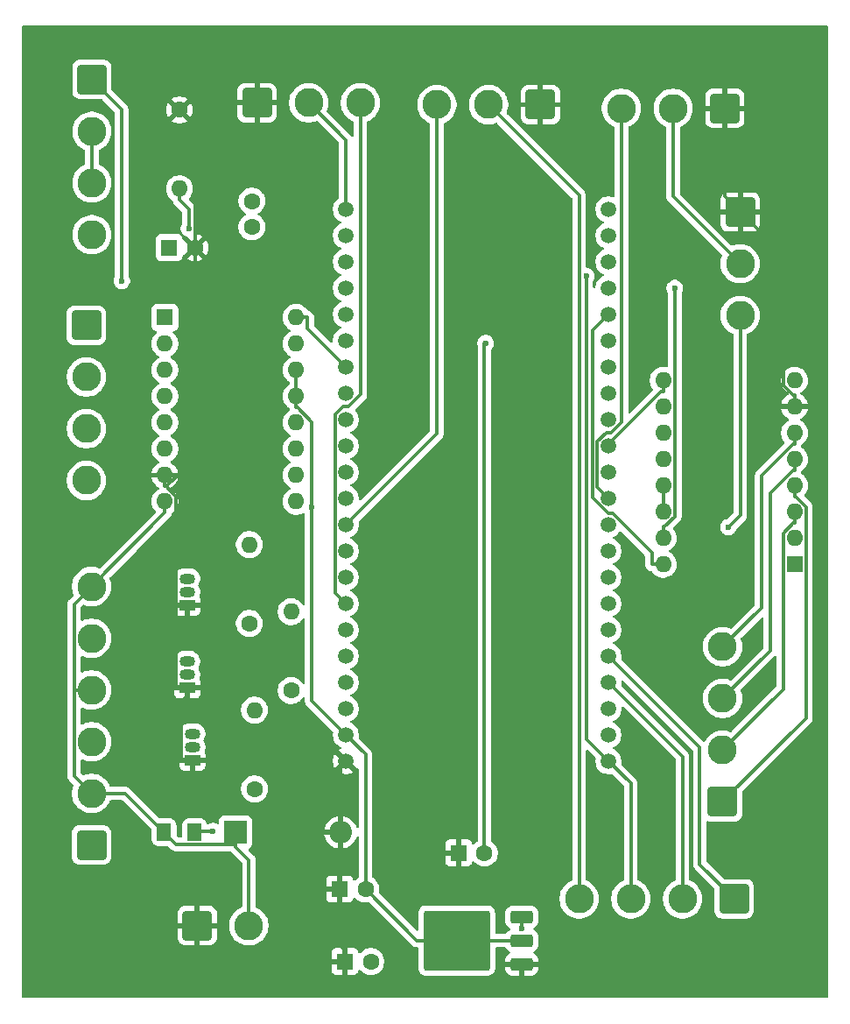
<source format=gbr>
%TF.GenerationSoftware,KiCad,Pcbnew,9.0.1*%
%TF.CreationDate,2025-05-12T17:21:56-07:00*%
%TF.ProjectId,pcb,7063622e-6b69-4636-9164-5f7063625858,rev?*%
%TF.SameCoordinates,Original*%
%TF.FileFunction,Copper,L1,Top*%
%TF.FilePolarity,Positive*%
%FSLAX46Y46*%
G04 Gerber Fmt 4.6, Leading zero omitted, Abs format (unit mm)*
G04 Created by KiCad (PCBNEW 9.0.1) date 2025-05-12 17:21:56*
%MOMM*%
%LPD*%
G01*
G04 APERTURE LIST*
G04 Aperture macros list*
%AMRoundRect*
0 Rectangle with rounded corners*
0 $1 Rounding radius*
0 $2 $3 $4 $5 $6 $7 $8 $9 X,Y pos of 4 corners*
0 Add a 4 corners polygon primitive as box body*
4,1,4,$2,$3,$4,$5,$6,$7,$8,$9,$2,$3,0*
0 Add four circle primitives for the rounded corners*
1,1,$1+$1,$2,$3*
1,1,$1+$1,$4,$5*
1,1,$1+$1,$6,$7*
1,1,$1+$1,$8,$9*
0 Add four rect primitives between the rounded corners*
20,1,$1+$1,$2,$3,$4,$5,0*
20,1,$1+$1,$4,$5,$6,$7,0*
20,1,$1+$1,$6,$7,$8,$9,0*
20,1,$1+$1,$8,$9,$2,$3,0*%
G04 Aperture macros list end*
%TA.AperFunction,ComponentPad*%
%ADD10R,1.600000X1.600000*%
%TD*%
%TA.AperFunction,ComponentPad*%
%ADD11C,1.600000*%
%TD*%
%TA.AperFunction,SMDPad,CuDef*%
%ADD12RoundRect,0.250000X0.850000X0.350000X-0.850000X0.350000X-0.850000X-0.350000X0.850000X-0.350000X0*%
%TD*%
%TA.AperFunction,SMDPad,CuDef*%
%ADD13RoundRect,0.249997X2.950003X2.650003X-2.950003X2.650003X-2.950003X-2.650003X2.950003X-2.650003X0*%
%TD*%
%TA.AperFunction,SMDPad,CuDef*%
%ADD14RoundRect,0.250001X-0.462499X-0.624999X0.462499X-0.624999X0.462499X0.624999X-0.462499X0.624999X0*%
%TD*%
%TA.AperFunction,ComponentPad*%
%ADD15R,2.200000X2.200000*%
%TD*%
%TA.AperFunction,ComponentPad*%
%ADD16O,2.200000X2.200000*%
%TD*%
%TA.AperFunction,ComponentPad*%
%ADD17O,1.600000X1.600000*%
%TD*%
%TA.AperFunction,ComponentPad*%
%ADD18R,1.500000X1.050000*%
%TD*%
%TA.AperFunction,ComponentPad*%
%ADD19O,1.500000X1.050000*%
%TD*%
%TA.AperFunction,ComponentPad*%
%ADD20RoundRect,0.250001X1.149999X-1.149999X1.149999X1.149999X-1.149999X1.149999X-1.149999X-1.149999X0*%
%TD*%
%TA.AperFunction,ComponentPad*%
%ADD21C,2.800000*%
%TD*%
%TA.AperFunction,ComponentPad*%
%ADD22RoundRect,0.250001X-1.149999X-1.149999X1.149999X-1.149999X1.149999X1.149999X-1.149999X1.149999X0*%
%TD*%
%TA.AperFunction,ComponentPad*%
%ADD23RoundRect,0.250001X1.149999X1.149999X-1.149999X1.149999X-1.149999X-1.149999X1.149999X-1.149999X0*%
%TD*%
%TA.AperFunction,ComponentPad*%
%ADD24RoundRect,0.250001X-1.149999X1.149999X-1.149999X-1.149999X1.149999X-1.149999X1.149999X1.149999X0*%
%TD*%
%TA.AperFunction,ComponentPad*%
%ADD25C,1.500000*%
%TD*%
%TA.AperFunction,ViaPad*%
%ADD26C,0.600000*%
%TD*%
%TA.AperFunction,Conductor*%
%ADD27C,0.300000*%
%TD*%
G04 APERTURE END LIST*
D10*
%TO.P,vd_c2,1*%
%TO.N,Net-(Debug_ports1-Pin_4)*%
X111500000Y-71500000D03*
D11*
%TO.P,vd_c2,2*%
%TO.N,GND*%
X114000000Y-71500000D03*
%TD*%
D12*
%TO.P,Regulator1,1,GND*%
%TO.N,GND*%
X145625000Y-140755000D03*
%TO.P,Regulator1,2,VO*%
%TO.N,/5V*%
X145625000Y-138475000D03*
D13*
X139325000Y-138475000D03*
D12*
%TO.P,Regulator1,3,VI*%
%TO.N,Net-(Regulator1-VI)*%
X145625000Y-136195000D03*
%TD*%
D14*
%TO.P,PTCFuse1,1*%
%TO.N,+12V*%
X111000000Y-128000000D03*
%TO.P,PTCFuse1,2*%
%TO.N,Net-(Regulator1-VI)*%
X113975000Y-128000000D03*
%TD*%
D15*
%TO.P,D1,1,K*%
%TO.N,+12V*%
X117920000Y-128000000D03*
D16*
%TO.P,D1,2,A*%
%TO.N,GND*%
X128080000Y-128000000D03*
%TD*%
D11*
%TO.P,mix1,1*%
%TO.N,/Mix1*%
X119750000Y-123810000D03*
D17*
%TO.P,mix1,2*%
%TO.N,Net-(Q1-G)*%
X119750000Y-116190000D03*
%TD*%
D18*
%TO.P,Q3,1,S*%
%TO.N,GND*%
X113250000Y-106040000D03*
D19*
%TO.P,Q3,2,G*%
%TO.N,Net-(Q3-G)*%
X113250000Y-104770000D03*
%TO.P,Q3,3,D*%
%TO.N,Net-(Mixing1-Pin_5)*%
X113250000Y-103500000D03*
%TD*%
D20*
%TO.P,J3,1,Pin_1*%
%TO.N,Net-(J3-Pin_1)*%
X165031500Y-125066700D03*
D21*
%TO.P,J3,2,Pin_2*%
%TO.N,Net-(J3-Pin_2)*%
X165031500Y-120066700D03*
%TO.P,J3,3,Pin_3*%
%TO.N,Net-(J3-Pin_3)*%
X165031500Y-115066700D03*
%TO.P,J3,4,Pin_4*%
%TO.N,Net-(J3-Pin_4)*%
X165031500Y-110066700D03*
%TD*%
D10*
%TO.P,motor_c1,1*%
%TO.N,GND*%
X139500000Y-130000000D03*
D11*
%TO.P,motor_c1,2*%
%TO.N,+12V*%
X142000000Y-130000000D03*
%TD*%
%TO.P,vd_c1,1*%
%TO.N,/VD_o*%
X119500000Y-69500000D03*
%TO.P,vd_c1,2*%
%TO.N,Net-(Debug_ports1-Pin_4)*%
X119500000Y-67000000D03*
%TD*%
D22*
%TO.P,MovingBumper_back1,1,Pin_1*%
%TO.N,GND*%
X120000000Y-57500000D03*
D21*
%TO.P,MovingBumper_back1,2,Pin_2*%
%TO.N,Net-(Debug_ports1-Pin_4)*%
X125000000Y-57500000D03*
%TO.P,MovingBumper_back1,3,Pin_3*%
%TO.N,/B_B*%
X130000000Y-57500000D03*
%TD*%
D23*
%TO.P,MovingBumper_front1,1,Pin_1*%
%TO.N,GND*%
X147397900Y-57680400D03*
D21*
%TO.P,MovingBumper_front1,2,Pin_2*%
%TO.N,Net-(Debug_ports1-Pin_4)*%
X142397900Y-57680400D03*
%TO.P,MovingBumper_front1,3,Pin_3*%
%TO.N,/B_F*%
X137397900Y-57680400D03*
%TD*%
D23*
%TO.P,Debug_ports1,1,Pin_1*%
%TO.N,Net-(Debug_ports1-Pin_1)*%
X166155000Y-134437400D03*
D21*
%TO.P,Debug_ports1,2,Pin_2*%
%TO.N,Net-(Debug_ports1-Pin_2)*%
X161155000Y-134437400D03*
%TO.P,Debug_ports1,3,Pin_3*%
%TO.N,Net-(Debug_ports1-Pin_3)*%
X156155000Y-134437400D03*
%TO.P,Debug_ports1,4,Pin_4*%
%TO.N,Net-(Debug_ports1-Pin_4)*%
X151155000Y-134437400D03*
%TD*%
D10*
%TO.P,reg_co1,1*%
%TO.N,GND*%
X128000000Y-133500000D03*
D11*
%TO.P,reg_co1,2*%
%TO.N,/5V*%
X130500000Y-133500000D03*
%TD*%
%TO.P,mix2,1*%
%TO.N,/Mix2*%
X123300100Y-114310000D03*
D17*
%TO.P,mix2,2*%
%TO.N,Net-(Q2-G)*%
X123300100Y-106690000D03*
%TD*%
D24*
%TO.P,Thermistor1,1,Pin_1*%
%TO.N,/Heating_pwm*%
X104032500Y-55250000D03*
D21*
%TO.P,Thermistor1,2,Pin_2*%
%TO.N,/VD_o*%
X104032500Y-60250000D03*
%TO.P,Thermistor1,3,Pin_3*%
X104032500Y-65250000D03*
%TO.P,Thermistor1,4,Pin_4*%
%TO.N,Net-(Debug_ports1-Pin_4)*%
X104032500Y-70250000D03*
%TD*%
D25*
%TO.P,ESP32-S3,1,3V3*%
%TO.N,Net-(Debug_ports1-Pin_4)*%
X128590000Y-67792500D03*
%TO.P,ESP32-S3,2,3V3*%
%TO.N,unconnected-(ESP32-S3-3V3-Pad2)*%
X128590000Y-70332500D03*
%TO.P,ESP32-S3,3,RST*%
%TO.N,unconnected-(ESP32-S3-RST-Pad3)*%
X128590000Y-72872500D03*
%TO.P,ESP32-S3,4,4*%
%TO.N,/VD_o*%
X128590000Y-75412500D03*
%TO.P,ESP32-S3,5,5*%
%TO.N,/Heating_pwm*%
X128590000Y-77952500D03*
%TO.P,ESP32-S3,6,6*%
%TO.N,/STEP*%
X128590000Y-80492500D03*
%TO.P,ESP32-S3,7,7*%
%TO.N,/DIR*%
X128590000Y-83032500D03*
%TO.P,ESP32-S3,8,15*%
%TO.N,/FLT*%
X128590000Y-85572500D03*
%TO.P,ESP32-S3,9,16*%
%TO.N,/M0*%
X128590000Y-88112500D03*
%TO.P,ESP32-S3,10,17*%
%TO.N,/M1*%
X128590000Y-90652500D03*
%TO.P,ESP32-S3,11,18*%
%TO.N,/M2*%
X128590000Y-93192500D03*
%TO.P,ESP32-S3,12,8*%
%TO.N,/EN*%
X128590000Y-95732500D03*
%TO.P,ESP32-S3,13,3*%
%TO.N,/B_F*%
X128590000Y-98272500D03*
%TO.P,ESP32-S3,14,46*%
%TO.N,unconnected-(ESP32-S3-46-Pad14)*%
X128590000Y-100812500D03*
%TO.P,ESP32-S3,15,9*%
%TO.N,/R_B*%
X128590000Y-103352500D03*
%TO.P,ESP32-S3,16,10*%
%TO.N,/B_B*%
X128590000Y-105892500D03*
%TO.P,ESP32-S3,17,11*%
%TO.N,/Mix3*%
X128590000Y-108432500D03*
%TO.P,ESP32-S3,18,12*%
%TO.N,/Mix2*%
X128590000Y-110972500D03*
%TO.P,ESP32-S3,19,13*%
%TO.N,/Mix1*%
X128590000Y-113512500D03*
%TO.P,ESP32-S3,20*%
%TO.N,unconnected-(ESP32-S3-Pad20)*%
X128590000Y-116052500D03*
%TO.P,ESP32-S3,21,Vin*%
%TO.N,/5V*%
X128590000Y-118592500D03*
%TO.P,ESP32-S3,22,Gnd*%
%TO.N,GND*%
X128590000Y-121132500D03*
%TO.P,ESP32-S3,23,GND*%
%TO.N,unconnected-(ESP32-S3-GND-Pad23)*%
X153990000Y-67792500D03*
%TO.P,ESP32-S3,24,TX*%
%TO.N,unconnected-(ESP32-S3-TX-Pad24)*%
X153990000Y-70332500D03*
%TO.P,ESP32-S3,25,RX*%
%TO.N,unconnected-(ESP32-S3-RX-Pad25)*%
X153990000Y-72872500D03*
%TO.P,ESP32-S3,26,1*%
%TO.N,/STEP*%
X153990000Y-75412500D03*
%TO.P,ESP32-S3,27,2*%
%TO.N,/DIR*%
X153990000Y-77952500D03*
%TO.P,ESP32-S3,28,42*%
%TO.N,/FLT*%
X153990000Y-80492500D03*
%TO.P,ESP32-S3,29,41*%
%TO.N,/M0*%
X153990000Y-83032500D03*
%TO.P,ESP32-S3,30,40*%
%TO.N,/M1*%
X153990000Y-85572500D03*
%TO.P,ESP32-S3,31,39*%
%TO.N,/M2*%
X153990000Y-88112500D03*
%TO.P,ESP32-S3,32,38*%
%TO.N,/EN*%
X153990000Y-90652500D03*
%TO.P,ESP32-S3,33,37*%
%TO.N,unconnected-(ESP32-S3-37-Pad33)*%
X153990000Y-93192500D03*
%TO.P,ESP32-S3,34,36*%
%TO.N,/R_F*%
X153990000Y-95732500D03*
%TO.P,ESP32-S3,35,35*%
%TO.N,unconnected-(ESP32-S3-Pad35)*%
X153990000Y-98272500D03*
%TO.P,ESP32-S3,36,0*%
%TO.N,unconnected-(ESP32-S3-0-Pad36)*%
X153990000Y-100812500D03*
%TO.P,ESP32-S3,37,45*%
%TO.N,unconnected-(ESP32-S3-45-Pad37)*%
X153990000Y-103352500D03*
%TO.P,ESP32-S3,38,48*%
%TO.N,unconnected-(ESP32-S3-48-Pad38)*%
X153990000Y-105892500D03*
%TO.P,ESP32-S3,39,47*%
%TO.N,unconnected-(ESP32-S3-47-Pad39)*%
X153990000Y-108432500D03*
%TO.P,ESP32-S3,40,21*%
%TO.N,Net-(Debug_ports1-Pin_1)*%
X153990000Y-110972500D03*
%TO.P,ESP32-S3,41,20*%
%TO.N,Net-(Debug_ports1-Pin_2)*%
X153990000Y-113512500D03*
%TO.P,ESP32-S3,42*%
%TO.N,unconnected-(ESP32-S3-Pad42)*%
X153990000Y-116052500D03*
%TO.P,ESP32-S3,43,GND*%
%TO.N,unconnected-(ESP32-S3-GND-Pad43)*%
X153990000Y-118592500D03*
%TO.P,ESP32-S3,44,GND*%
%TO.N,Net-(Debug_ports1-Pin_3)*%
X153990000Y-121132500D03*
%TD*%
D10*
%TO.P,reg_ci1,1*%
%TO.N,GND*%
X128500000Y-140500000D03*
D11*
%TO.P,reg_ci1,2*%
%TO.N,Net-(Regulator1-VI)*%
X131000000Y-140500000D03*
%TD*%
D10*
%TO.P,Moving1,1,GND*%
%TO.N,Net-(Debug_ports1-Pin_3)*%
X171982000Y-102106300D03*
D17*
%TO.P,Moving1,2,~{FLT}*%
%TO.N,/FLT*%
X171982000Y-99566300D03*
%TO.P,Moving1,3,A2*%
%TO.N,Net-(J3-Pin_2)*%
X171982000Y-97026300D03*
%TO.P,Moving1,4,A1*%
%TO.N,Net-(J3-Pin_1)*%
X171982000Y-94486300D03*
%TO.P,Moving1,5,B1*%
%TO.N,Net-(J3-Pin_3)*%
X171982000Y-91946300D03*
%TO.P,Moving1,6,B2*%
%TO.N,Net-(J3-Pin_4)*%
X171982000Y-89406300D03*
%TO.P,Moving1,7,GND*%
%TO.N,GND*%
X171982000Y-86866300D03*
%TO.P,Moving1,8,VMOT*%
%TO.N,+12V*%
X171982000Y-84326300D03*
%TO.P,Moving1,9,~{EN}*%
%TO.N,/EN*%
X159282000Y-84326300D03*
%TO.P,Moving1,10,M0*%
%TO.N,/M0*%
X159282000Y-86866300D03*
%TO.P,Moving1,11,M1*%
%TO.N,/M1*%
X159282000Y-89406300D03*
%TO.P,Moving1,12,M2*%
%TO.N,/M2*%
X159282000Y-91946300D03*
%TO.P,Moving1,13,~{RST}*%
%TO.N,/5V*%
X159282000Y-94486300D03*
%TO.P,Moving1,14,~{SLP}*%
X159282000Y-97026300D03*
%TO.P,Moving1,15,STEP*%
%TO.N,/STEP*%
X159282000Y-99566300D03*
%TO.P,Moving1,16,DIR*%
%TO.N,/DIR*%
X159282000Y-102106300D03*
%TD*%
D22*
%TO.P,J1,1,Pin_1*%
%TO.N,GND*%
X114212500Y-137032500D03*
D21*
%TO.P,J1,2,Pin_2*%
%TO.N,+12V*%
X119212500Y-137032500D03*
%TD*%
D11*
%TO.P,vd_r1,1*%
%TO.N,GND*%
X112500000Y-58190000D03*
D17*
%TO.P,vd_r1,2*%
%TO.N,/VD_o*%
X112500000Y-65810000D03*
%TD*%
D11*
%TO.P,mix3,1*%
%TO.N,/Mix3*%
X119250000Y-107810000D03*
D17*
%TO.P,mix3,2*%
%TO.N,Net-(Q3-G)*%
X119250000Y-100190000D03*
%TD*%
D23*
%TO.P,Rehydration_front1,1,Pin_1*%
%TO.N,GND*%
X165250000Y-58032500D03*
D21*
%TO.P,Rehydration_front1,2,Pin_2*%
%TO.N,Net-(Debug_ports1-Pin_4)*%
X160250000Y-58032500D03*
%TO.P,Rehydration_front1,3,Pin_3*%
%TO.N,/R_F*%
X155250000Y-58032500D03*
%TD*%
D18*
%TO.P,Q1,1,S*%
%TO.N,GND*%
X113750000Y-121040000D03*
D19*
%TO.P,Q1,2,G*%
%TO.N,Net-(Q1-G)*%
X113750000Y-119770000D03*
%TO.P,Q1,3,D*%
%TO.N,Net-(Mixing1-Pin_1)*%
X113750000Y-118500000D03*
%TD*%
D24*
%TO.P,J2,1,Pin_1*%
%TO.N,Net-(J2-Pin_1)*%
X103500000Y-79000000D03*
D21*
%TO.P,J2,2,Pin_2*%
%TO.N,Net-(J2-Pin_2)*%
X103500000Y-84000000D03*
%TO.P,J2,3,Pin_3*%
%TO.N,Net-(J2-Pin_3)*%
X103500000Y-89000000D03*
%TO.P,J2,4,Pin_4*%
%TO.N,Net-(J2-Pin_4)*%
X103500000Y-94000000D03*
%TD*%
D10*
%TO.P,Rehydration1,1,GND*%
%TO.N,Net-(Debug_ports1-Pin_3)*%
X111090200Y-78254000D03*
D17*
%TO.P,Rehydration1,2,~{FLT}*%
%TO.N,/FLT*%
X111090200Y-80794000D03*
%TO.P,Rehydration1,3,A2*%
%TO.N,Net-(J2-Pin_2)*%
X111090200Y-83334000D03*
%TO.P,Rehydration1,4,A1*%
%TO.N,Net-(J2-Pin_1)*%
X111090200Y-85874000D03*
%TO.P,Rehydration1,5,B1*%
%TO.N,Net-(J2-Pin_3)*%
X111090200Y-88414000D03*
%TO.P,Rehydration1,6,B2*%
%TO.N,Net-(J2-Pin_4)*%
X111090200Y-90954000D03*
%TO.P,Rehydration1,7,GND*%
%TO.N,GND*%
X111090200Y-93494000D03*
%TO.P,Rehydration1,8,VMOT*%
%TO.N,+12V*%
X111090200Y-96034000D03*
%TO.P,Rehydration1,9,~{EN}*%
%TO.N,/EN*%
X123790200Y-96034000D03*
%TO.P,Rehydration1,10,M0*%
%TO.N,/M0*%
X123790200Y-93494000D03*
%TO.P,Rehydration1,11,M1*%
%TO.N,/M1*%
X123790200Y-90954000D03*
%TO.P,Rehydration1,12,M2*%
%TO.N,/M2*%
X123790200Y-88414000D03*
%TO.P,Rehydration1,13,~{RST}*%
%TO.N,/5V*%
X123790200Y-85874000D03*
%TO.P,Rehydration1,14,~{SLP}*%
X123790200Y-83334000D03*
%TO.P,Rehydration1,15,STEP*%
%TO.N,/STEP*%
X123790200Y-80794000D03*
%TO.P,Rehydration1,16,DIR*%
%TO.N,/DIR*%
X123790200Y-78254000D03*
%TD*%
D18*
%TO.P,Q2,1,S*%
%TO.N,GND*%
X113250000Y-114040000D03*
D19*
%TO.P,Q2,2,G*%
%TO.N,Net-(Q2-G)*%
X113250000Y-112770000D03*
%TO.P,Q2,3,D*%
%TO.N,Net-(Mixing1-Pin_3)*%
X113250000Y-111500000D03*
%TD*%
D24*
%TO.P,Rehydration_back1,1,Pin_1*%
%TO.N,GND*%
X166732900Y-68049600D03*
D21*
%TO.P,Rehydration_back1,2,Pin_2*%
%TO.N,Net-(Debug_ports1-Pin_4)*%
X166732900Y-73049600D03*
%TO.P,Rehydration_back1,3,Pin_3*%
%TO.N,/R_B*%
X166732900Y-78049600D03*
%TD*%
D20*
%TO.P,Mixing1,1,Pin_1*%
%TO.N,Net-(Mixing1-Pin_1)*%
X104000000Y-129250000D03*
D21*
%TO.P,Mixing1,2,Pin_2*%
%TO.N,+12V*%
X104000000Y-124250000D03*
%TO.P,Mixing1,3,Pin_3*%
%TO.N,Net-(Mixing1-Pin_3)*%
X104000000Y-119250000D03*
%TO.P,Mixing1,4,Pin_4*%
%TO.N,+12V*%
X104000000Y-114250000D03*
%TO.P,Mixing1,5,Pin_5*%
%TO.N,Net-(Mixing1-Pin_5)*%
X104000000Y-109250000D03*
%TO.P,Mixing1,6,Pin_6*%
%TO.N,+12V*%
X104000000Y-104250000D03*
%TD*%
D26*
%TO.N,GND*%
X145051100Y-143089500D03*
%TO.N,Net-(Debug_ports1-Pin_3)*%
X151844800Y-74247200D03*
%TO.N,/VD_o*%
X113422900Y-69655600D03*
%TO.N,/Heating_pwm*%
X106916900Y-74719500D03*
%TO.N,/R_B*%
X165584900Y-98519500D03*
%TO.N,/STEP*%
X160409000Y-75410400D03*
%TO.N,+12V*%
X142117700Y-80733700D03*
%TO.N,/5V*%
X125287100Y-96608000D03*
%TO.N,Net-(Regulator1-VI)*%
X145594500Y-137335000D03*
X115754300Y-127900800D03*
%TD*%
D27*
%TO.N,Net-(Debug_ports1-Pin_2)*%
X161155000Y-120677500D02*
X153990000Y-113512500D01*
X161155000Y-134437400D02*
X161155000Y-120677500D01*
%TO.N,GND*%
X128080000Y-121642500D02*
X128080000Y-128000000D01*
X128590000Y-121132500D02*
X128080000Y-121642500D01*
X165250000Y-66566700D02*
X165250000Y-58032500D01*
X166732900Y-68049600D02*
X165250000Y-66566700D01*
X111090200Y-93494000D02*
X111090200Y-94594000D01*
X128500000Y-140500000D02*
X128500000Y-139400000D01*
X170882000Y-72198700D02*
X166732900Y-68049600D01*
X170882000Y-84803900D02*
X170882000Y-72198700D01*
X171844400Y-85766300D02*
X170882000Y-84803900D01*
X171982000Y-85766300D02*
X171844400Y-85766300D01*
X171982000Y-86866300D02*
X171982000Y-85766300D01*
X112222800Y-106040000D02*
X112200000Y-106040000D01*
X112318300Y-106040000D02*
X112222800Y-106040000D01*
X113250000Y-106040000D02*
X112318300Y-106040000D01*
X113250000Y-114040000D02*
X112200100Y-114040000D01*
X112200100Y-106062700D02*
X112200100Y-114040000D01*
X112222800Y-106040000D02*
X112200100Y-106062700D01*
X114000000Y-91821800D02*
X111227800Y-94594000D01*
X114000000Y-71500000D02*
X114000000Y-91821800D01*
X111090200Y-94594000D02*
X111227800Y-94594000D01*
X112200000Y-95566200D02*
X112200000Y-106040000D01*
X111227800Y-94594000D02*
X112200000Y-95566200D01*
X112700000Y-115415000D02*
X113250000Y-114865000D01*
X112700000Y-121040000D02*
X112700000Y-115415000D01*
X113750000Y-121040000D02*
X112700000Y-121040000D01*
X113250000Y-114040000D02*
X113250000Y-114865000D01*
X128000000Y-138900000D02*
X128000000Y-133500000D01*
X128500000Y-139400000D02*
X128000000Y-138900000D01*
X128000000Y-129480000D02*
X128080000Y-129400000D01*
X128000000Y-133500000D02*
X128000000Y-129480000D01*
X128080000Y-128000000D02*
X128080000Y-129400000D01*
X145625000Y-142515600D02*
X145625000Y-140755000D01*
X145051100Y-143089500D02*
X145625000Y-142515600D01*
X114001600Y-59691600D02*
X112500000Y-58190000D01*
X114001600Y-71498400D02*
X114001600Y-59691600D01*
X114000000Y-71500000D02*
X114001600Y-71498400D01*
%TO.N,Net-(Debug_ports1-Pin_1)*%
X162832200Y-131114600D02*
X166155000Y-134437400D01*
X162832200Y-119814700D02*
X162832200Y-131114600D01*
X153990000Y-110972500D02*
X162832200Y-119814700D01*
%TO.N,Net-(Debug_ports1-Pin_3)*%
X156155000Y-123297500D02*
X153990000Y-121132500D01*
X156155000Y-134437400D02*
X156155000Y-123297500D01*
X151844800Y-118987300D02*
X151844800Y-74247200D01*
X153990000Y-121132500D02*
X151844800Y-118987300D01*
%TO.N,Net-(Debug_ports1-Pin_4)*%
X128590000Y-61090000D02*
X128590000Y-67792500D01*
X125000000Y-57500000D02*
X128590000Y-61090000D01*
X160250000Y-66566700D02*
X160250000Y-58032500D01*
X166732900Y-73049600D02*
X160250000Y-66566700D01*
X151155000Y-66437500D02*
X142397900Y-57680400D01*
X151155000Y-134437400D02*
X151155000Y-66437500D01*
%TO.N,/VD_o*%
X104032500Y-60250000D02*
X104032500Y-65250000D01*
X113422900Y-67832900D02*
X113422900Y-69655600D01*
X112500000Y-66910000D02*
X113422900Y-67832900D01*
X112500000Y-65810000D02*
X112500000Y-66910000D01*
%TO.N,/Heating_pwm*%
X106916900Y-58134400D02*
X106916900Y-74719500D01*
X104032500Y-55250000D02*
X106916900Y-58134400D01*
%TO.N,/R_B*%
X166732900Y-97371500D02*
X166732900Y-78049600D01*
X165584900Y-98519500D02*
X166732900Y-97371500D01*
%TO.N,Net-(J3-Pin_3)*%
X171982000Y-91946300D02*
X171982000Y-93046300D01*
X169648000Y-110450200D02*
X165031500Y-115066700D01*
X169648000Y-95242700D02*
X169648000Y-110450200D01*
X171844400Y-93046300D02*
X169648000Y-95242700D01*
X171982000Y-93046300D02*
X171844400Y-93046300D01*
%TO.N,Net-(J3-Pin_1)*%
X172119800Y-95586300D02*
X171982000Y-95586300D01*
X173081900Y-96548400D02*
X172119800Y-95586300D01*
X173081900Y-117016300D02*
X173081900Y-96548400D01*
X165031500Y-125066700D02*
X173081900Y-117016300D01*
X171982000Y-94486300D02*
X171982000Y-95586300D01*
%TO.N,Net-(J3-Pin_4)*%
X168793700Y-106304500D02*
X165031500Y-110066700D01*
X168793700Y-93557100D02*
X168793700Y-106304500D01*
X171844500Y-90506300D02*
X168793700Y-93557100D01*
X171982000Y-90506300D02*
X171844500Y-90506300D01*
X171982000Y-89406300D02*
X171982000Y-90506300D01*
%TO.N,/B_F*%
X137397900Y-89464600D02*
X137397900Y-57680400D01*
X128590000Y-98272500D02*
X137397900Y-89464600D01*
%TO.N,Net-(J3-Pin_2)*%
X171868000Y-98126300D02*
X171982000Y-98126300D01*
X170882000Y-99112300D02*
X171868000Y-98126300D01*
X170882000Y-114216200D02*
X170882000Y-99112300D01*
X165031500Y-120066700D02*
X170882000Y-114216200D01*
X171982000Y-97026300D02*
X171982000Y-98126300D01*
%TO.N,/R_F*%
X155250000Y-88338300D02*
X155250000Y-58032500D01*
X154205800Y-89382500D02*
X155250000Y-88338300D01*
X153774500Y-89382500D02*
X154205800Y-89382500D01*
X152911800Y-90245200D02*
X153774500Y-89382500D01*
X152911800Y-94654300D02*
X152911800Y-90245200D01*
X153990000Y-95732500D02*
X152911800Y-94654300D01*
%TO.N,/B_B*%
X127560800Y-104863300D02*
X128590000Y-105892500D01*
X127560800Y-87648600D02*
X127560800Y-104863300D01*
X128366900Y-86842500D02*
X127560800Y-87648600D01*
X128849300Y-86842500D02*
X128366900Y-86842500D01*
X130000000Y-85691800D02*
X128849300Y-86842500D01*
X130000000Y-57500000D02*
X130000000Y-85691800D01*
%TO.N,/STEP*%
X160409000Y-97476800D02*
X160409000Y-75410400D01*
X159419500Y-98466300D02*
X160409000Y-97476800D01*
X159282000Y-98466300D02*
X159419500Y-98466300D01*
X159282000Y-99566300D02*
X159282000Y-98466300D01*
%TO.N,+12V*%
X119212500Y-130692500D02*
X119212500Y-137032500D01*
X117920000Y-129400000D02*
X119212500Y-130692500D01*
X117920000Y-128000000D02*
X117920000Y-129169700D01*
X117920000Y-129169700D02*
X117920000Y-129400000D01*
X112169700Y-129169700D02*
X111000000Y-128000000D01*
X117920000Y-129169700D02*
X112169700Y-129169700D01*
X102307000Y-105943000D02*
X102307000Y-114250000D01*
X104000000Y-104250000D02*
X102307000Y-105943000D01*
X104000000Y-114250000D02*
X102307000Y-114250000D01*
X102307000Y-122557000D02*
X104000000Y-124250000D01*
X102307000Y-114250000D02*
X102307000Y-122557000D01*
X107250000Y-124250000D02*
X104000000Y-124250000D01*
X111000000Y-128000000D02*
X107250000Y-124250000D01*
X104000000Y-104224200D02*
X104000000Y-104250000D01*
X111090200Y-97134000D02*
X104000000Y-104224200D01*
X111090200Y-96034000D02*
X111090200Y-97134000D01*
X142117700Y-80671000D02*
X142117700Y-80733700D01*
X142116200Y-80671000D02*
X142117700Y-80671000D01*
X142000000Y-80787200D02*
X142116200Y-80671000D01*
X142000000Y-130000000D02*
X142000000Y-80787200D01*
%TO.N,/5V*%
X123790200Y-83334000D02*
X123790200Y-85874000D01*
X159282000Y-97026300D02*
X159282000Y-94486300D01*
X139325000Y-138475000D02*
X145625000Y-138475000D01*
X135475000Y-138475000D02*
X139325000Y-138475000D01*
X130500000Y-133500000D02*
X135475000Y-138475000D01*
X130500000Y-120502500D02*
X128590000Y-118592500D01*
X130500000Y-133500000D02*
X130500000Y-120502500D01*
X123790200Y-85874000D02*
X123790200Y-86974000D01*
X123904200Y-86974000D02*
X123790200Y-86974000D01*
X125287100Y-88356900D02*
X123904200Y-86974000D01*
X125287100Y-96608000D02*
X125287100Y-88356900D01*
X125287100Y-115289600D02*
X125287100Y-96608000D01*
X128590000Y-118592500D02*
X125287100Y-115289600D01*
%TO.N,/DIR*%
X124890200Y-79332700D02*
X128590000Y-83032500D01*
X124890200Y-78254000D02*
X124890200Y-79332700D01*
X123790200Y-78254000D02*
X124890200Y-78254000D01*
X159282000Y-102106300D02*
X158182000Y-102106300D01*
X152457500Y-79485000D02*
X153990000Y-77952500D01*
X152457500Y-79879300D02*
X152457500Y-79485000D01*
X152459000Y-79880800D02*
X152457500Y-79879300D01*
X152459000Y-95693100D02*
X152459000Y-79880800D01*
X153982100Y-97216200D02*
X152459000Y-95693100D01*
X154391900Y-97216200D02*
X153982100Y-97216200D01*
X158182000Y-101006300D02*
X154391900Y-97216200D01*
X158182000Y-102106300D02*
X158182000Y-101006300D01*
%TO.N,/EN*%
X159282000Y-84326300D02*
X159282000Y-85426300D01*
X159086900Y-85426300D02*
X159282000Y-85426300D01*
X153990000Y-90523200D02*
X159086900Y-85426300D01*
X153990000Y-90652500D02*
X153990000Y-90523200D01*
%TO.N,Net-(Regulator1-VI)*%
X145625000Y-137304500D02*
X145625000Y-136195000D01*
X145594500Y-137335000D02*
X145625000Y-137304500D01*
X114074200Y-127900800D02*
X113975000Y-128000000D01*
X115754300Y-127900800D02*
X114074200Y-127900800D01*
X145594500Y-137335000D02*
X145625000Y-137304500D01*
X145625000Y-137304500D02*
X145594500Y-137335000D01*
%TD*%
%TA.AperFunction,Conductor*%
%TO.N,GND*%
G36*
X175192539Y-50052685D02*
G01*
X175238294Y-50105489D01*
X175249500Y-50157000D01*
X175249500Y-143908000D01*
X175229815Y-143975039D01*
X175177011Y-144020794D01*
X175125500Y-144032000D01*
X102024319Y-144032000D01*
X102023529Y-144031997D01*
X97373710Y-144002379D01*
X97306797Y-143982268D01*
X97261380Y-143929174D01*
X97250500Y-143878382D01*
X97250500Y-139652155D01*
X127200000Y-139652155D01*
X127200000Y-140250000D01*
X128184314Y-140250000D01*
X128179920Y-140254394D01*
X128127259Y-140345606D01*
X128100000Y-140447339D01*
X128100000Y-140552661D01*
X128127259Y-140654394D01*
X128179920Y-140745606D01*
X128184314Y-140750000D01*
X127200000Y-140750000D01*
X127200000Y-141347844D01*
X127206401Y-141407372D01*
X127206403Y-141407379D01*
X127256645Y-141542086D01*
X127256649Y-141542093D01*
X127342809Y-141657187D01*
X127342812Y-141657190D01*
X127457906Y-141743350D01*
X127457913Y-141743354D01*
X127592620Y-141793596D01*
X127592627Y-141793598D01*
X127652155Y-141799999D01*
X127652172Y-141800000D01*
X128250000Y-141800000D01*
X128250000Y-140815686D01*
X128254394Y-140820080D01*
X128345606Y-140872741D01*
X128447339Y-140900000D01*
X128552661Y-140900000D01*
X128654394Y-140872741D01*
X128745606Y-140820080D01*
X128750000Y-140815686D01*
X128750000Y-141800000D01*
X129347828Y-141800000D01*
X129347844Y-141799999D01*
X129407372Y-141793598D01*
X129407379Y-141793596D01*
X129542086Y-141743354D01*
X129542093Y-141743350D01*
X129657187Y-141657190D01*
X129657190Y-141657187D01*
X129743350Y-141542093D01*
X129743354Y-141542086D01*
X129793598Y-141407375D01*
X129794988Y-141401493D01*
X129829558Y-141340775D01*
X129891467Y-141308385D01*
X129961059Y-141314608D01*
X130003499Y-141344863D01*
X130004589Y-141343774D01*
X130152786Y-141491971D01*
X130264790Y-141573345D01*
X130318390Y-141612287D01*
X130406517Y-141657190D01*
X130500776Y-141705218D01*
X130500778Y-141705218D01*
X130500781Y-141705220D01*
X130539234Y-141717714D01*
X130695465Y-141768477D01*
X130796557Y-141784488D01*
X130897648Y-141800500D01*
X130897649Y-141800500D01*
X131102351Y-141800500D01*
X131102352Y-141800500D01*
X131304534Y-141768477D01*
X131499219Y-141705220D01*
X131681610Y-141612287D01*
X131778234Y-141542086D01*
X131847213Y-141491971D01*
X131847215Y-141491968D01*
X131847219Y-141491966D01*
X131991966Y-141347219D01*
X131991968Y-141347215D01*
X131991971Y-141347213D01*
X132057012Y-141257690D01*
X132112287Y-141181610D01*
X132205220Y-140999219D01*
X132268477Y-140804534D01*
X132300500Y-140602352D01*
X132300500Y-140397648D01*
X132292257Y-140345606D01*
X132268477Y-140195465D01*
X132205218Y-140000776D01*
X132171503Y-139934607D01*
X132112287Y-139818390D01*
X132041408Y-139720832D01*
X131991971Y-139652786D01*
X131847213Y-139508028D01*
X131681613Y-139387715D01*
X131681612Y-139387714D01*
X131681610Y-139387713D01*
X131593487Y-139342812D01*
X131499223Y-139294781D01*
X131304534Y-139231522D01*
X131129995Y-139203878D01*
X131102352Y-139199500D01*
X130897648Y-139199500D01*
X130873329Y-139203351D01*
X130695465Y-139231522D01*
X130500776Y-139294781D01*
X130318386Y-139387715D01*
X130152786Y-139508028D01*
X130152782Y-139508032D01*
X130004589Y-139656226D01*
X130003270Y-139654907D01*
X129951401Y-139688737D01*
X129881533Y-139689208D01*
X129822502Y-139651830D01*
X129794988Y-139598508D01*
X129793597Y-139592621D01*
X129743354Y-139457913D01*
X129743350Y-139457906D01*
X129657190Y-139342812D01*
X129657187Y-139342809D01*
X129542093Y-139256649D01*
X129542086Y-139256645D01*
X129407379Y-139206403D01*
X129407372Y-139206401D01*
X129347844Y-139200000D01*
X128750000Y-139200000D01*
X128750000Y-140184314D01*
X128745606Y-140179920D01*
X128654394Y-140127259D01*
X128552661Y-140100000D01*
X128447339Y-140100000D01*
X128345606Y-140127259D01*
X128254394Y-140179920D01*
X128250000Y-140184314D01*
X128250000Y-139200000D01*
X127652155Y-139200000D01*
X127592627Y-139206401D01*
X127592620Y-139206403D01*
X127457913Y-139256645D01*
X127457906Y-139256649D01*
X127342812Y-139342809D01*
X127342809Y-139342812D01*
X127256649Y-139457906D01*
X127256645Y-139457913D01*
X127206403Y-139592620D01*
X127206401Y-139592627D01*
X127200000Y-139652155D01*
X97250500Y-139652155D01*
X97250500Y-135832514D01*
X112312500Y-135832514D01*
X112312500Y-136782500D01*
X113612499Y-136782500D01*
X113587479Y-136842902D01*
X113562500Y-136968481D01*
X113562500Y-137096519D01*
X113587479Y-137222098D01*
X113612499Y-137282500D01*
X112312500Y-137282500D01*
X112312500Y-138232485D01*
X112322993Y-138335189D01*
X112322994Y-138335196D01*
X112378141Y-138501618D01*
X112378143Y-138501623D01*
X112470184Y-138650844D01*
X112594155Y-138774815D01*
X112743376Y-138866856D01*
X112743381Y-138866858D01*
X112909803Y-138922005D01*
X112909810Y-138922006D01*
X113012514Y-138932499D01*
X113012527Y-138932500D01*
X113962500Y-138932500D01*
X113962500Y-137632501D01*
X114022902Y-137657521D01*
X114148481Y-137682500D01*
X114276519Y-137682500D01*
X114402098Y-137657521D01*
X114462500Y-137632501D01*
X114462500Y-138932500D01*
X115412473Y-138932500D01*
X115412485Y-138932499D01*
X115515189Y-138922006D01*
X115515196Y-138922005D01*
X115681618Y-138866858D01*
X115681623Y-138866856D01*
X115830844Y-138774815D01*
X115954815Y-138650844D01*
X116046856Y-138501623D01*
X116046858Y-138501618D01*
X116102005Y-138335196D01*
X116102006Y-138335189D01*
X116112499Y-138232485D01*
X116112500Y-138232472D01*
X116112500Y-137282500D01*
X114812501Y-137282500D01*
X114837521Y-137222098D01*
X114862500Y-137096519D01*
X114862500Y-136968481D01*
X114837521Y-136842902D01*
X114812501Y-136782500D01*
X116112500Y-136782500D01*
X116112500Y-135832527D01*
X116112499Y-135832514D01*
X116102006Y-135729810D01*
X116102005Y-135729803D01*
X116046858Y-135563381D01*
X116046856Y-135563376D01*
X115954815Y-135414155D01*
X115830844Y-135290184D01*
X115681623Y-135198143D01*
X115681618Y-135198141D01*
X115515196Y-135142994D01*
X115515189Y-135142993D01*
X115412485Y-135132500D01*
X114462500Y-135132500D01*
X114462500Y-136432498D01*
X114402098Y-136407479D01*
X114276519Y-136382500D01*
X114148481Y-136382500D01*
X114022902Y-136407479D01*
X113962500Y-136432498D01*
X113962500Y-135132500D01*
X113012514Y-135132500D01*
X112909810Y-135142993D01*
X112909803Y-135142994D01*
X112743381Y-135198141D01*
X112743376Y-135198143D01*
X112594155Y-135290184D01*
X112470184Y-135414155D01*
X112378143Y-135563376D01*
X112378141Y-135563381D01*
X112322994Y-135729803D01*
X112322993Y-135729810D01*
X112312500Y-135832514D01*
X97250500Y-135832514D01*
X97250500Y-128049984D01*
X102099500Y-128049984D01*
X102099500Y-130450015D01*
X102110000Y-130552795D01*
X102110001Y-130552796D01*
X102165186Y-130719335D01*
X102165187Y-130719337D01*
X102257286Y-130868651D01*
X102257289Y-130868655D01*
X102381344Y-130992710D01*
X102381348Y-130992713D01*
X102530662Y-131084812D01*
X102530664Y-131084813D01*
X102530666Y-131084814D01*
X102697203Y-131139999D01*
X102799992Y-131150500D01*
X102799997Y-131150500D01*
X105200003Y-131150500D01*
X105200008Y-131150500D01*
X105302797Y-131139999D01*
X105469334Y-131084814D01*
X105618655Y-130992711D01*
X105742711Y-130868655D01*
X105834814Y-130719334D01*
X105889999Y-130552797D01*
X105900500Y-130450008D01*
X105900500Y-128049992D01*
X105889999Y-127947203D01*
X105834814Y-127780666D01*
X105821023Y-127758308D01*
X105742713Y-127631348D01*
X105742710Y-127631344D01*
X105618655Y-127507289D01*
X105618651Y-127507286D01*
X105469337Y-127415187D01*
X105469335Y-127415186D01*
X105380698Y-127385815D01*
X105302797Y-127360001D01*
X105302795Y-127360000D01*
X105200015Y-127349500D01*
X105200008Y-127349500D01*
X102799992Y-127349500D01*
X102799984Y-127349500D01*
X102697204Y-127360000D01*
X102697203Y-127360001D01*
X102530664Y-127415186D01*
X102530662Y-127415187D01*
X102381348Y-127507286D01*
X102381344Y-127507289D01*
X102257289Y-127631344D01*
X102257286Y-127631348D01*
X102165187Y-127780662D01*
X102165186Y-127780664D01*
X102110001Y-127947203D01*
X102110000Y-127947204D01*
X102099500Y-128049984D01*
X97250500Y-128049984D01*
X97250500Y-105878928D01*
X101656500Y-105878928D01*
X101656500Y-105878931D01*
X101656500Y-114185931D01*
X101656500Y-122621069D01*
X101666631Y-122671999D01*
X101681499Y-122746744D01*
X101730535Y-122865127D01*
X101795788Y-122962786D01*
X101801726Y-122971673D01*
X101801727Y-122971674D01*
X102217387Y-123387333D01*
X102250872Y-123448656D01*
X102245888Y-123518347D01*
X102244267Y-123522466D01*
X102196500Y-123637785D01*
X102132017Y-123878438D01*
X102099501Y-124125424D01*
X102099500Y-124125441D01*
X102099500Y-124374558D01*
X102099501Y-124374575D01*
X102114909Y-124491613D01*
X102132018Y-124621565D01*
X102180356Y-124801966D01*
X102196498Y-124862207D01*
X102291830Y-125092361D01*
X102291837Y-125092376D01*
X102416400Y-125308126D01*
X102568060Y-125505774D01*
X102568066Y-125505781D01*
X102744218Y-125681933D01*
X102744225Y-125681939D01*
X102941873Y-125833599D01*
X103157623Y-125958162D01*
X103157638Y-125958169D01*
X103256825Y-125999253D01*
X103387793Y-126053502D01*
X103628435Y-126117982D01*
X103875435Y-126150500D01*
X103875442Y-126150500D01*
X104124558Y-126150500D01*
X104124565Y-126150500D01*
X104371565Y-126117982D01*
X104612207Y-126053502D01*
X104842373Y-125958164D01*
X105058127Y-125833599D01*
X105255776Y-125681938D01*
X105431938Y-125505776D01*
X105583599Y-125308127D01*
X105708164Y-125092373D01*
X105740122Y-125015220D01*
X105755933Y-124977048D01*
X105799773Y-124922644D01*
X105866067Y-124900579D01*
X105870494Y-124900500D01*
X106929192Y-124900500D01*
X106996231Y-124920185D01*
X107016873Y-124936819D01*
X109750681Y-127670627D01*
X109784166Y-127731950D01*
X109787000Y-127758308D01*
X109787000Y-128675015D01*
X109797500Y-128777795D01*
X109797501Y-128777796D01*
X109852686Y-128944335D01*
X109852687Y-128944337D01*
X109944786Y-129093651D01*
X109944789Y-129093655D01*
X110068844Y-129217710D01*
X110068848Y-129217713D01*
X110218162Y-129309812D01*
X110218164Y-129309813D01*
X110218166Y-129309814D01*
X110384703Y-129364999D01*
X110487492Y-129375500D01*
X111404192Y-129375500D01*
X111471231Y-129395185D01*
X111491873Y-129411819D01*
X111755025Y-129674972D01*
X111755032Y-129674978D01*
X111785695Y-129695466D01*
X111861574Y-129746166D01*
X111930921Y-129774889D01*
X111979956Y-129795201D01*
X111979959Y-129795201D01*
X111979960Y-129795202D01*
X112105628Y-129820200D01*
X112105631Y-129820200D01*
X117368892Y-129820200D01*
X117435931Y-129839885D01*
X117456573Y-129856519D01*
X118525681Y-130925627D01*
X118559166Y-130986950D01*
X118562000Y-131013308D01*
X118562000Y-135162004D01*
X118542315Y-135229043D01*
X118489511Y-135274798D01*
X118485454Y-135276565D01*
X118370128Y-135324335D01*
X118370123Y-135324337D01*
X118154373Y-135448900D01*
X117956725Y-135600560D01*
X117956718Y-135600566D01*
X117780566Y-135776718D01*
X117780560Y-135776725D01*
X117628900Y-135974373D01*
X117504337Y-136190123D01*
X117504330Y-136190138D01*
X117408998Y-136420292D01*
X117344517Y-136660938D01*
X117312001Y-136907924D01*
X117312000Y-136907941D01*
X117312000Y-137157058D01*
X117312001Y-137157075D01*
X117344517Y-137404061D01*
X117408998Y-137644707D01*
X117504330Y-137874861D01*
X117504337Y-137874876D01*
X117628900Y-138090626D01*
X117780560Y-138288274D01*
X117780566Y-138288281D01*
X117956718Y-138464433D01*
X117956725Y-138464439D01*
X118154373Y-138616099D01*
X118370123Y-138740662D01*
X118370138Y-138740669D01*
X118452575Y-138774815D01*
X118600293Y-138836002D01*
X118840935Y-138900482D01*
X119087935Y-138933000D01*
X119087942Y-138933000D01*
X119337058Y-138933000D01*
X119337065Y-138933000D01*
X119584065Y-138900482D01*
X119824707Y-138836002D01*
X120054873Y-138740664D01*
X120270627Y-138616099D01*
X120468276Y-138464438D01*
X120644438Y-138288276D01*
X120796099Y-138090627D01*
X120920664Y-137874873D01*
X121016002Y-137644707D01*
X121080482Y-137404065D01*
X121113000Y-137157065D01*
X121113000Y-136907935D01*
X121080482Y-136660935D01*
X121016002Y-136420293D01*
X120941696Y-136240902D01*
X120920669Y-136190138D01*
X120920662Y-136190123D01*
X120796099Y-135974373D01*
X120644439Y-135776725D01*
X120644433Y-135776718D01*
X120468281Y-135600566D01*
X120468274Y-135600560D01*
X120270626Y-135448900D01*
X120054876Y-135324337D01*
X120054871Y-135324335D01*
X119939546Y-135276565D01*
X119885143Y-135232723D01*
X119863079Y-135166429D01*
X119863000Y-135162004D01*
X119863000Y-130628428D01*
X119838002Y-130502761D01*
X119838001Y-130502760D01*
X119838001Y-130502756D01*
X119788965Y-130384373D01*
X119743421Y-130316211D01*
X119743421Y-130316210D01*
X119743419Y-130316208D01*
X119717782Y-130277837D01*
X119717777Y-130277831D01*
X119195857Y-129755911D01*
X119162372Y-129694588D01*
X119167356Y-129624896D01*
X119209228Y-129568963D01*
X119240206Y-129552048D01*
X119262331Y-129543796D01*
X119377546Y-129457546D01*
X119463796Y-129342331D01*
X119514091Y-129207483D01*
X119520500Y-129147873D01*
X119520499Y-126852128D01*
X119514091Y-126792517D01*
X119510276Y-126782289D01*
X119463797Y-126657671D01*
X119463793Y-126657664D01*
X119377547Y-126542455D01*
X119377544Y-126542452D01*
X119262335Y-126456206D01*
X119262328Y-126456202D01*
X119127482Y-126405908D01*
X119127483Y-126405908D01*
X119067883Y-126399501D01*
X119067881Y-126399500D01*
X119067873Y-126399500D01*
X119067864Y-126399500D01*
X116772129Y-126399500D01*
X116772123Y-126399501D01*
X116712516Y-126405908D01*
X116577671Y-126456202D01*
X116577664Y-126456206D01*
X116462455Y-126542452D01*
X116462452Y-126542455D01*
X116376206Y-126657664D01*
X116376202Y-126657671D01*
X116325908Y-126792517D01*
X116324092Y-126809413D01*
X116319501Y-126852123D01*
X116319500Y-126852135D01*
X116319500Y-127083954D01*
X116299815Y-127150993D01*
X116247011Y-127196748D01*
X116177853Y-127206692D01*
X116137052Y-127193315D01*
X116133479Y-127191405D01*
X115987801Y-127131064D01*
X115987789Y-127131061D01*
X115833145Y-127100300D01*
X115833142Y-127100300D01*
X115675458Y-127100300D01*
X115675455Y-127100300D01*
X115520810Y-127131061D01*
X115520798Y-127131064D01*
X115375127Y-127191402D01*
X115375116Y-127191408D01*
X115340348Y-127214640D01*
X115273671Y-127235517D01*
X115206291Y-127217032D01*
X115159601Y-127165053D01*
X115153754Y-127150548D01*
X115122314Y-127055666D01*
X115067746Y-126967199D01*
X115030213Y-126906348D01*
X115030210Y-126906344D01*
X114906155Y-126782289D01*
X114906151Y-126782286D01*
X114756837Y-126690187D01*
X114756835Y-126690186D01*
X114658689Y-126657664D01*
X114590297Y-126635001D01*
X114590295Y-126635000D01*
X114487515Y-126624500D01*
X114487508Y-126624500D01*
X113462492Y-126624500D01*
X113462484Y-126624500D01*
X113359704Y-126635000D01*
X113359703Y-126635001D01*
X113193164Y-126690186D01*
X113193162Y-126690187D01*
X113043848Y-126782286D01*
X113043844Y-126782289D01*
X112919789Y-126906344D01*
X112919786Y-126906348D01*
X112827687Y-127055662D01*
X112827686Y-127055664D01*
X112772501Y-127222203D01*
X112772500Y-127222204D01*
X112762000Y-127324984D01*
X112762000Y-128395200D01*
X112759449Y-128403885D01*
X112760738Y-128412847D01*
X112749759Y-128436887D01*
X112742315Y-128462239D01*
X112735474Y-128468166D01*
X112731713Y-128476403D01*
X112709478Y-128490692D01*
X112689511Y-128507994D01*
X112678996Y-128510281D01*
X112672935Y-128514177D01*
X112638000Y-128519200D01*
X112490508Y-128519200D01*
X112423469Y-128499515D01*
X112402827Y-128482881D01*
X112249319Y-128329373D01*
X112215834Y-128268050D01*
X112213000Y-128241692D01*
X112213000Y-127324997D01*
X112212999Y-127324984D01*
X112208302Y-127279011D01*
X112202499Y-127222203D01*
X112147314Y-127055666D01*
X112092746Y-126967199D01*
X112055213Y-126906348D01*
X112055210Y-126906344D01*
X111931155Y-126782289D01*
X111931151Y-126782286D01*
X111781837Y-126690187D01*
X111781835Y-126690186D01*
X111683689Y-126657664D01*
X111615297Y-126635001D01*
X111615295Y-126635000D01*
X111512515Y-126624500D01*
X111512508Y-126624500D01*
X110595808Y-126624500D01*
X110528769Y-126604815D01*
X110508127Y-126588181D01*
X107710404Y-123790457D01*
X107664673Y-123744726D01*
X107609181Y-123707648D01*
X118449500Y-123707648D01*
X118449500Y-123912351D01*
X118481522Y-124114534D01*
X118544781Y-124309223D01*
X118637715Y-124491613D01*
X118758028Y-124657213D01*
X118902786Y-124801971D01*
X119038511Y-124900579D01*
X119068390Y-124922287D01*
X119175864Y-124977048D01*
X119250776Y-125015218D01*
X119250778Y-125015218D01*
X119250781Y-125015220D01*
X119355137Y-125049127D01*
X119445465Y-125078477D01*
X119533125Y-125092361D01*
X119647648Y-125110500D01*
X119647649Y-125110500D01*
X119852351Y-125110500D01*
X119852352Y-125110500D01*
X120054534Y-125078477D01*
X120249219Y-125015220D01*
X120431610Y-124922287D01*
X120524590Y-124854732D01*
X120597213Y-124801971D01*
X120597215Y-124801968D01*
X120597219Y-124801966D01*
X120741966Y-124657219D01*
X120741968Y-124657215D01*
X120741971Y-124657213D01*
X120794732Y-124584590D01*
X120862287Y-124491610D01*
X120955220Y-124309219D01*
X121018477Y-124114534D01*
X121050500Y-123912352D01*
X121050500Y-123707648D01*
X121022462Y-123530627D01*
X121018477Y-123505465D01*
X120955218Y-123310776D01*
X120894633Y-123191873D01*
X120862287Y-123128390D01*
X120831851Y-123086498D01*
X120741971Y-122962786D01*
X120597213Y-122818028D01*
X120431613Y-122697715D01*
X120431612Y-122697714D01*
X120431610Y-122697713D01*
X120370155Y-122666400D01*
X120249223Y-122604781D01*
X120054534Y-122541522D01*
X119879995Y-122513878D01*
X119852352Y-122509500D01*
X119647648Y-122509500D01*
X119623329Y-122513351D01*
X119445465Y-122541522D01*
X119250776Y-122604781D01*
X119068386Y-122697715D01*
X118902786Y-122818028D01*
X118758028Y-122962786D01*
X118637715Y-123128386D01*
X118544781Y-123310776D01*
X118481522Y-123505465D01*
X118449500Y-123707648D01*
X107609181Y-123707648D01*
X107558127Y-123673535D01*
X107471838Y-123637793D01*
X107439744Y-123624499D01*
X107439738Y-123624497D01*
X107314071Y-123599500D01*
X107314069Y-123599500D01*
X105870494Y-123599500D01*
X105803455Y-123579815D01*
X105757700Y-123527011D01*
X105755933Y-123522952D01*
X105708169Y-123407638D01*
X105708162Y-123407623D01*
X105583599Y-123191873D01*
X105431939Y-122994225D01*
X105431933Y-122994218D01*
X105255781Y-122818066D01*
X105255774Y-122818060D01*
X105058126Y-122666400D01*
X104842376Y-122541837D01*
X104842361Y-122541830D01*
X104612207Y-122446498D01*
X104371565Y-122382018D01*
X104371564Y-122382017D01*
X104371561Y-122382017D01*
X104124575Y-122349501D01*
X104124570Y-122349500D01*
X104124565Y-122349500D01*
X103875435Y-122349500D01*
X103875429Y-122349500D01*
X103875424Y-122349501D01*
X103628438Y-122382017D01*
X103387785Y-122446500D01*
X103272466Y-122494267D01*
X103252590Y-122496403D01*
X103233860Y-122503390D01*
X103218563Y-122500062D01*
X103202997Y-122501736D01*
X103185119Y-122492787D01*
X103165587Y-122488538D01*
X103143298Y-122471852D01*
X103140518Y-122470461D01*
X103137333Y-122467387D01*
X102993819Y-122323873D01*
X102960334Y-122262550D01*
X102957500Y-122236192D01*
X102957500Y-121057394D01*
X102977185Y-120990355D01*
X103029989Y-120944600D01*
X103099147Y-120934656D01*
X103143499Y-120950007D01*
X103157624Y-120958162D01*
X103157629Y-120958165D01*
X103157638Y-120958169D01*
X103205771Y-120978106D01*
X103387793Y-121053502D01*
X103628435Y-121117982D01*
X103875435Y-121150500D01*
X103875442Y-121150500D01*
X104124558Y-121150500D01*
X104124565Y-121150500D01*
X104371565Y-121117982D01*
X104612207Y-121053502D01*
X104842373Y-120958164D01*
X105058127Y-120833599D01*
X105255776Y-120681938D01*
X105431938Y-120505776D01*
X105583599Y-120308127D01*
X105708164Y-120092373D01*
X105803502Y-119862207D01*
X105867982Y-119621565D01*
X105900500Y-119374565D01*
X105900500Y-119125435D01*
X105867982Y-118878435D01*
X105803502Y-118637793D01*
X105763071Y-118540184D01*
X105721722Y-118440357D01*
X105708167Y-118407633D01*
X105708162Y-118407623D01*
X105703179Y-118398992D01*
X112499500Y-118398992D01*
X112499500Y-118601007D01*
X112538907Y-118799119D01*
X112538909Y-118799127D01*
X112616213Y-118985755D01*
X112669904Y-119066109D01*
X112690782Y-119132787D01*
X112672297Y-119200167D01*
X112669904Y-119203891D01*
X112616213Y-119284244D01*
X112538909Y-119470872D01*
X112538907Y-119470880D01*
X112499500Y-119668992D01*
X112499500Y-119871007D01*
X112538907Y-120069119D01*
X112538910Y-120069131D01*
X112572547Y-120150338D01*
X112580016Y-120219807D01*
X112560405Y-120264864D01*
X112560895Y-120265132D01*
X112557910Y-120270596D01*
X112557260Y-120272092D01*
X112556646Y-120272911D01*
X112556645Y-120272913D01*
X112506403Y-120407620D01*
X112506401Y-120407627D01*
X112500000Y-120467155D01*
X112500000Y-120790000D01*
X113384134Y-120790000D01*
X113408326Y-120792383D01*
X113411123Y-120792939D01*
X113423995Y-120795499D01*
X113423996Y-120795500D01*
X113423997Y-120795500D01*
X113464170Y-120795500D01*
X113449925Y-120809745D01*
X113400556Y-120895255D01*
X113375000Y-120990630D01*
X113375000Y-121089370D01*
X113400556Y-121184745D01*
X113449925Y-121270255D01*
X113469670Y-121290000D01*
X112500000Y-121290000D01*
X112500000Y-121612844D01*
X112506401Y-121672372D01*
X112506403Y-121672379D01*
X112556645Y-121807086D01*
X112556649Y-121807093D01*
X112642809Y-121922187D01*
X112642812Y-121922190D01*
X112757906Y-122008350D01*
X112757913Y-122008354D01*
X112892620Y-122058596D01*
X112892627Y-122058598D01*
X112952155Y-122064999D01*
X112952172Y-122065000D01*
X113500000Y-122065000D01*
X113500000Y-121320330D01*
X113519745Y-121340075D01*
X113605255Y-121389444D01*
X113700630Y-121415000D01*
X113799370Y-121415000D01*
X113894745Y-121389444D01*
X113980255Y-121340075D01*
X114000000Y-121320330D01*
X114000000Y-122065000D01*
X114547828Y-122065000D01*
X114547844Y-122064999D01*
X114607372Y-122058598D01*
X114607379Y-122058596D01*
X114730336Y-122012737D01*
X114742086Y-122008354D01*
X114742093Y-122008350D01*
X114857187Y-121922190D01*
X114857190Y-121922187D01*
X114943350Y-121807093D01*
X114943354Y-121807086D01*
X114993596Y-121672379D01*
X114993598Y-121672372D01*
X114999999Y-121612844D01*
X115000000Y-121612827D01*
X115000000Y-121290000D01*
X114030330Y-121290000D01*
X114050075Y-121270255D01*
X114099444Y-121184745D01*
X114125000Y-121089370D01*
X114125000Y-120990630D01*
X114099444Y-120895255D01*
X114050075Y-120809745D01*
X114035830Y-120795500D01*
X114076004Y-120795500D01*
X114076004Y-120795499D01*
X114089473Y-120792820D01*
X114091674Y-120792383D01*
X114115866Y-120790000D01*
X115000000Y-120790000D01*
X115000000Y-120467172D01*
X114999999Y-120467155D01*
X114993598Y-120407627D01*
X114993596Y-120407620D01*
X114943354Y-120272913D01*
X114943353Y-120272911D01*
X114942745Y-120272099D01*
X114942390Y-120271148D01*
X114939103Y-120265128D01*
X114939968Y-120264655D01*
X114918329Y-120206634D01*
X114927452Y-120150338D01*
X114961091Y-120069127D01*
X115000500Y-119871003D01*
X115000500Y-119668997D01*
X114961091Y-119470873D01*
X114883786Y-119284244D01*
X114830094Y-119203889D01*
X114809217Y-119137214D01*
X114827701Y-119069834D01*
X114830078Y-119066134D01*
X114883786Y-118985756D01*
X114961091Y-118799127D01*
X115000500Y-118601003D01*
X115000500Y-118398997D01*
X114961091Y-118200873D01*
X114883786Y-118014244D01*
X114883784Y-118014241D01*
X114883782Y-118014237D01*
X114771558Y-117846281D01*
X114628718Y-117703441D01*
X114460762Y-117591217D01*
X114460752Y-117591212D01*
X114274127Y-117513909D01*
X114274119Y-117513907D01*
X114076007Y-117474500D01*
X114076003Y-117474500D01*
X113423997Y-117474500D01*
X113423992Y-117474500D01*
X113225880Y-117513907D01*
X113225872Y-117513909D01*
X113039247Y-117591212D01*
X113039237Y-117591217D01*
X112871281Y-117703441D01*
X112728441Y-117846281D01*
X112616217Y-118014237D01*
X112616212Y-118014247D01*
X112538909Y-118200872D01*
X112538907Y-118200880D01*
X112499500Y-118398992D01*
X105703179Y-118398992D01*
X105583599Y-118191873D01*
X105431939Y-117994225D01*
X105431933Y-117994218D01*
X105255781Y-117818066D01*
X105255774Y-117818060D01*
X105058126Y-117666400D01*
X104842376Y-117541837D01*
X104842361Y-117541830D01*
X104612207Y-117446498D01*
X104371561Y-117382017D01*
X104124575Y-117349501D01*
X104124570Y-117349500D01*
X104124565Y-117349500D01*
X103875435Y-117349500D01*
X103875429Y-117349500D01*
X103875424Y-117349501D01*
X103628438Y-117382017D01*
X103387792Y-117446498D01*
X103157638Y-117541830D01*
X103157628Y-117541835D01*
X103149279Y-117546655D01*
X103143498Y-117549993D01*
X103075599Y-117566465D01*
X103009572Y-117543612D01*
X102966382Y-117488690D01*
X102957500Y-117442605D01*
X102957500Y-116057394D01*
X102977185Y-115990355D01*
X103029989Y-115944600D01*
X103099147Y-115934656D01*
X103143499Y-115950007D01*
X103157624Y-115958162D01*
X103157629Y-115958165D01*
X103157638Y-115958169D01*
X103215913Y-115982307D01*
X103387793Y-116053502D01*
X103628435Y-116117982D01*
X103875435Y-116150500D01*
X103875442Y-116150500D01*
X104124558Y-116150500D01*
X104124565Y-116150500D01*
X104371565Y-116117982D01*
X104484773Y-116087648D01*
X118449500Y-116087648D01*
X118449500Y-116292351D01*
X118481522Y-116494534D01*
X118544781Y-116689223D01*
X118582134Y-116762531D01*
X118636995Y-116870201D01*
X118637715Y-116871613D01*
X118758028Y-117037213D01*
X118902786Y-117181971D01*
X119057749Y-117294556D01*
X119068390Y-117302287D01*
X119161051Y-117349500D01*
X119250776Y-117395218D01*
X119250778Y-117395218D01*
X119250781Y-117395220D01*
X119355137Y-117429127D01*
X119445465Y-117458477D01*
X119546557Y-117474488D01*
X119647648Y-117490500D01*
X119647649Y-117490500D01*
X119852351Y-117490500D01*
X119852352Y-117490500D01*
X120054534Y-117458477D01*
X120249219Y-117395220D01*
X120431610Y-117302287D01*
X120524590Y-117234732D01*
X120597213Y-117181971D01*
X120597215Y-117181968D01*
X120597219Y-117181966D01*
X120741966Y-117037219D01*
X120741968Y-117037215D01*
X120741971Y-117037213D01*
X120816463Y-116934682D01*
X120862287Y-116871610D01*
X120955220Y-116689219D01*
X121018477Y-116494534D01*
X121050500Y-116292352D01*
X121050500Y-116087648D01*
X121029992Y-115958165D01*
X121018477Y-115885465D01*
X120959604Y-115704274D01*
X120955220Y-115690781D01*
X120955218Y-115690778D01*
X120955218Y-115690776D01*
X120914315Y-115610500D01*
X120862287Y-115508390D01*
X120841184Y-115479344D01*
X120741971Y-115342786D01*
X120597213Y-115198028D01*
X120431613Y-115077715D01*
X120431612Y-115077714D01*
X120431610Y-115077713D01*
X120350831Y-115036554D01*
X120249223Y-114984781D01*
X120054534Y-114921522D01*
X119874355Y-114892985D01*
X119852352Y-114889500D01*
X119647648Y-114889500D01*
X119625645Y-114892985D01*
X119445465Y-114921522D01*
X119250776Y-114984781D01*
X119068386Y-115077715D01*
X118902786Y-115198028D01*
X118758028Y-115342786D01*
X118637715Y-115508386D01*
X118544781Y-115690776D01*
X118481522Y-115885465D01*
X118449500Y-116087648D01*
X104484773Y-116087648D01*
X104612207Y-116053502D01*
X104784087Y-115982307D01*
X104818109Y-115968215D01*
X104842361Y-115958169D01*
X104842361Y-115958168D01*
X104842373Y-115958164D01*
X105058127Y-115833599D01*
X105255776Y-115681938D01*
X105431938Y-115505776D01*
X105583599Y-115308127D01*
X105708164Y-115092373D01*
X105803502Y-114862207D01*
X105867982Y-114621565D01*
X105900500Y-114374565D01*
X105900500Y-114125435D01*
X105867982Y-113878435D01*
X105803502Y-113637793D01*
X105745927Y-113498794D01*
X105708169Y-113407638D01*
X105708162Y-113407623D01*
X105583599Y-113191873D01*
X105431939Y-112994225D01*
X105431933Y-112994218D01*
X105255781Y-112818066D01*
X105255774Y-112818060D01*
X105058126Y-112666400D01*
X104842376Y-112541837D01*
X104842361Y-112541830D01*
X104612207Y-112446498D01*
X104371561Y-112382017D01*
X104124575Y-112349501D01*
X104124570Y-112349500D01*
X104124565Y-112349500D01*
X103875435Y-112349500D01*
X103875429Y-112349500D01*
X103875424Y-112349501D01*
X103628438Y-112382017D01*
X103387792Y-112446498D01*
X103157638Y-112541830D01*
X103157628Y-112541835D01*
X103149279Y-112546655D01*
X103143498Y-112549993D01*
X103075599Y-112566465D01*
X103009572Y-112543612D01*
X102966382Y-112488690D01*
X102957500Y-112442605D01*
X102957500Y-111398992D01*
X111999500Y-111398992D01*
X111999500Y-111601007D01*
X112038907Y-111799119D01*
X112038909Y-111799127D01*
X112116213Y-111985755D01*
X112116214Y-111985756D01*
X112153811Y-112042025D01*
X112169904Y-112066109D01*
X112190782Y-112132787D01*
X112172297Y-112200167D01*
X112169904Y-112203891D01*
X112116213Y-112284244D01*
X112038909Y-112470872D01*
X112038907Y-112470880D01*
X111999500Y-112668992D01*
X111999500Y-112871007D01*
X112038907Y-113069119D01*
X112038910Y-113069131D01*
X112072547Y-113150338D01*
X112080016Y-113219807D01*
X112060405Y-113264864D01*
X112060895Y-113265132D01*
X112057910Y-113270596D01*
X112057260Y-113272092D01*
X112056646Y-113272911D01*
X112056645Y-113272913D01*
X112006403Y-113407620D01*
X112006401Y-113407627D01*
X112000000Y-113467155D01*
X112000000Y-113790000D01*
X112884134Y-113790000D01*
X112908326Y-113792383D01*
X112911123Y-113792939D01*
X112923995Y-113795499D01*
X112923996Y-113795500D01*
X112923997Y-113795500D01*
X112964170Y-113795500D01*
X112949925Y-113809745D01*
X112900556Y-113895255D01*
X112875000Y-113990630D01*
X112875000Y-114089370D01*
X112900556Y-114184745D01*
X112949925Y-114270255D01*
X112969670Y-114290000D01*
X112000000Y-114290000D01*
X112000000Y-114612844D01*
X112006401Y-114672372D01*
X112006403Y-114672379D01*
X112056645Y-114807086D01*
X112056649Y-114807093D01*
X112142809Y-114922187D01*
X112142812Y-114922190D01*
X112257906Y-115008350D01*
X112257913Y-115008354D01*
X112392620Y-115058596D01*
X112392627Y-115058598D01*
X112452155Y-115064999D01*
X112452172Y-115065000D01*
X113000000Y-115065000D01*
X113000000Y-114320330D01*
X113019745Y-114340075D01*
X113105255Y-114389444D01*
X113200630Y-114415000D01*
X113299370Y-114415000D01*
X113394745Y-114389444D01*
X113480255Y-114340075D01*
X113500000Y-114320330D01*
X113500000Y-115065000D01*
X114047828Y-115065000D01*
X114047844Y-115064999D01*
X114107372Y-115058598D01*
X114107379Y-115058596D01*
X114242086Y-115008354D01*
X114242093Y-115008350D01*
X114357187Y-114922190D01*
X114357190Y-114922187D01*
X114443350Y-114807093D01*
X114443354Y-114807086D01*
X114493596Y-114672379D01*
X114493598Y-114672372D01*
X114499999Y-114612844D01*
X114500000Y-114612827D01*
X114500000Y-114290000D01*
X113530330Y-114290000D01*
X113550075Y-114270255D01*
X113599444Y-114184745D01*
X113625000Y-114089370D01*
X113625000Y-113990630D01*
X113599444Y-113895255D01*
X113550075Y-113809745D01*
X113535830Y-113795500D01*
X113576004Y-113795500D01*
X113576004Y-113795499D01*
X113589473Y-113792820D01*
X113591674Y-113792383D01*
X113615866Y-113790000D01*
X114500000Y-113790000D01*
X114500000Y-113467172D01*
X114499999Y-113467155D01*
X114493598Y-113407627D01*
X114493596Y-113407620D01*
X114443354Y-113272913D01*
X114443353Y-113272911D01*
X114442745Y-113272099D01*
X114442390Y-113271148D01*
X114439103Y-113265128D01*
X114439968Y-113264655D01*
X114418329Y-113206634D01*
X114427452Y-113150338D01*
X114461091Y-113069127D01*
X114500500Y-112871003D01*
X114500500Y-112668997D01*
X114461091Y-112470873D01*
X114383786Y-112284244D01*
X114330094Y-112203889D01*
X114309217Y-112137214D01*
X114327701Y-112069834D01*
X114330078Y-112066134D01*
X114383786Y-111985756D01*
X114461091Y-111799127D01*
X114500500Y-111601003D01*
X114500500Y-111398997D01*
X114461091Y-111200873D01*
X114383786Y-111014244D01*
X114383784Y-111014241D01*
X114383782Y-111014237D01*
X114271558Y-110846281D01*
X114128718Y-110703441D01*
X113960762Y-110591217D01*
X113960752Y-110591212D01*
X113774127Y-110513909D01*
X113774119Y-110513907D01*
X113576007Y-110474500D01*
X113576003Y-110474500D01*
X112923997Y-110474500D01*
X112923992Y-110474500D01*
X112725880Y-110513907D01*
X112725872Y-110513909D01*
X112539247Y-110591212D01*
X112539237Y-110591217D01*
X112371281Y-110703441D01*
X112228441Y-110846281D01*
X112116217Y-111014237D01*
X112116212Y-111014247D01*
X112038909Y-111200872D01*
X112038907Y-111200880D01*
X111999500Y-111398992D01*
X102957500Y-111398992D01*
X102957500Y-111057394D01*
X102977185Y-110990355D01*
X103029989Y-110944600D01*
X103099147Y-110934656D01*
X103143499Y-110950007D01*
X103157624Y-110958162D01*
X103157629Y-110958165D01*
X103157638Y-110958169D01*
X103215010Y-110981933D01*
X103387793Y-111053502D01*
X103628435Y-111117982D01*
X103875435Y-111150500D01*
X103875442Y-111150500D01*
X104124558Y-111150500D01*
X104124565Y-111150500D01*
X104371565Y-111117982D01*
X104612207Y-111053502D01*
X104842373Y-110958164D01*
X105058127Y-110833599D01*
X105255776Y-110681938D01*
X105431938Y-110505776D01*
X105583599Y-110308127D01*
X105708164Y-110092373D01*
X105803502Y-109862207D01*
X105867982Y-109621565D01*
X105900500Y-109374565D01*
X105900500Y-109125435D01*
X105867982Y-108878435D01*
X105803502Y-108637793D01*
X105742951Y-108491610D01*
X105708169Y-108407638D01*
X105708162Y-108407623D01*
X105583599Y-108191873D01*
X105431939Y-107994225D01*
X105431933Y-107994218D01*
X105255781Y-107818066D01*
X105255774Y-107818060D01*
X105233739Y-107801152D01*
X105111882Y-107707648D01*
X117949500Y-107707648D01*
X117949500Y-107912351D01*
X117981522Y-108114534D01*
X118044781Y-108309223D01*
X118094919Y-108407623D01*
X118133377Y-108483101D01*
X118137715Y-108491613D01*
X118258028Y-108657213D01*
X118402786Y-108801971D01*
X118554954Y-108912525D01*
X118568390Y-108922287D01*
X118684607Y-108981503D01*
X118750776Y-109015218D01*
X118750778Y-109015218D01*
X118750781Y-109015220D01*
X118855137Y-109049127D01*
X118945465Y-109078477D01*
X119004991Y-109087905D01*
X119147648Y-109110500D01*
X119147649Y-109110500D01*
X119352351Y-109110500D01*
X119352352Y-109110500D01*
X119554534Y-109078477D01*
X119749219Y-109015220D01*
X119931610Y-108922287D01*
X120024590Y-108854732D01*
X120097213Y-108801971D01*
X120097215Y-108801968D01*
X120097219Y-108801966D01*
X120241966Y-108657219D01*
X120241968Y-108657215D01*
X120241971Y-108657213D01*
X120294732Y-108584590D01*
X120362287Y-108491610D01*
X120455220Y-108309219D01*
X120518477Y-108114534D01*
X120550500Y-107912352D01*
X120550500Y-107707648D01*
X120536278Y-107617854D01*
X120518477Y-107505465D01*
X120475032Y-107371755D01*
X120455220Y-107310781D01*
X120455218Y-107310778D01*
X120455218Y-107310776D01*
X120411518Y-107225011D01*
X120362287Y-107128390D01*
X120316232Y-107065000D01*
X120241971Y-106962786D01*
X120097213Y-106818028D01*
X119931611Y-106697713D01*
X119922873Y-106693261D01*
X119922872Y-106693261D01*
X119749223Y-106604781D01*
X119696494Y-106587648D01*
X121999600Y-106587648D01*
X121999600Y-106792351D01*
X122031622Y-106994534D01*
X122094881Y-107189223D01*
X122137561Y-107272985D01*
X122176547Y-107349500D01*
X122187815Y-107371613D01*
X122308128Y-107537213D01*
X122452886Y-107681971D01*
X122583816Y-107777095D01*
X122618490Y-107802287D01*
X122734707Y-107861503D01*
X122800876Y-107895218D01*
X122800878Y-107895218D01*
X122800881Y-107895220D01*
X122853605Y-107912351D01*
X122995565Y-107958477D01*
X123096657Y-107974488D01*
X123197748Y-107990500D01*
X123197749Y-107990500D01*
X123402451Y-107990500D01*
X123402452Y-107990500D01*
X123604634Y-107958477D01*
X123799319Y-107895220D01*
X123981710Y-107802287D01*
X124074690Y-107734732D01*
X124147313Y-107681971D01*
X124147315Y-107681968D01*
X124147319Y-107681966D01*
X124292066Y-107537219D01*
X124412282Y-107371753D01*
X124467611Y-107329089D01*
X124537224Y-107323110D01*
X124599020Y-107355715D01*
X124633377Y-107416554D01*
X124636600Y-107444640D01*
X124636600Y-113555359D01*
X124616915Y-113622398D01*
X124564111Y-113668153D01*
X124494953Y-113678097D01*
X124431397Y-113649072D01*
X124412282Y-113628244D01*
X124292071Y-113462787D01*
X124292067Y-113462782D01*
X124147313Y-113318028D01*
X123981713Y-113197715D01*
X123981712Y-113197714D01*
X123981710Y-113197713D01*
X123919862Y-113166200D01*
X123799323Y-113104781D01*
X123604634Y-113041522D01*
X123430095Y-113013878D01*
X123402452Y-113009500D01*
X123197748Y-113009500D01*
X123173429Y-113013351D01*
X122995565Y-113041522D01*
X122800876Y-113104781D01*
X122618486Y-113197715D01*
X122452886Y-113318028D01*
X122308128Y-113462786D01*
X122187815Y-113628386D01*
X122094881Y-113810776D01*
X122031622Y-114005465D01*
X122003040Y-114185931D01*
X121999600Y-114207648D01*
X121999600Y-114412352D01*
X122003978Y-114439995D01*
X122031622Y-114614534D01*
X122094881Y-114809223D01*
X122133258Y-114884540D01*
X122184333Y-114984781D01*
X122187815Y-114991613D01*
X122308128Y-115157213D01*
X122452886Y-115301971D01*
X122583816Y-115397095D01*
X122618490Y-115422287D01*
X122734707Y-115481503D01*
X122800876Y-115515218D01*
X122800878Y-115515218D01*
X122800881Y-115515220D01*
X122905237Y-115549127D01*
X122995565Y-115578477D01*
X123096657Y-115594488D01*
X123197748Y-115610500D01*
X123197749Y-115610500D01*
X123402451Y-115610500D01*
X123402452Y-115610500D01*
X123604634Y-115578477D01*
X123799319Y-115515220D01*
X123981710Y-115422287D01*
X124091142Y-115342781D01*
X124147313Y-115301971D01*
X124147315Y-115301968D01*
X124147319Y-115301966D01*
X124292066Y-115157219D01*
X124412282Y-114991753D01*
X124467611Y-114949089D01*
X124537224Y-114943110D01*
X124599020Y-114975715D01*
X124633377Y-115036554D01*
X124636600Y-115064640D01*
X124636600Y-115353669D01*
X124653428Y-115438265D01*
X124661599Y-115479344D01*
X124676458Y-115515218D01*
X124710635Y-115597727D01*
X124772811Y-115690781D01*
X124781826Y-115704273D01*
X124781827Y-115704274D01*
X127326563Y-118249009D01*
X127360048Y-118310332D01*
X127361355Y-118356088D01*
X127339500Y-118494077D01*
X127339500Y-118690922D01*
X127370290Y-118885326D01*
X127431117Y-119072529D01*
X127502429Y-119212485D01*
X127520476Y-119247905D01*
X127636172Y-119407146D01*
X127775354Y-119546328D01*
X127878903Y-119621561D01*
X127934596Y-119662025D01*
X128111763Y-119752295D01*
X128162560Y-119800269D01*
X128179355Y-119868090D01*
X128156818Y-119934225D01*
X128111764Y-119973265D01*
X127934859Y-120063402D01*
X127899873Y-120088820D01*
X127899872Y-120088820D01*
X128543553Y-120732500D01*
X128537339Y-120732500D01*
X128435606Y-120759759D01*
X128344394Y-120812420D01*
X128269920Y-120886894D01*
X128217259Y-120978106D01*
X128190000Y-121079839D01*
X128190000Y-121086052D01*
X127546320Y-120442372D01*
X127546320Y-120442373D01*
X127520902Y-120477359D01*
X127520899Y-120477363D01*
X127431582Y-120652661D01*
X127370778Y-120839794D01*
X127340000Y-121034117D01*
X127340000Y-121230882D01*
X127370778Y-121425205D01*
X127431581Y-121612335D01*
X127520905Y-121787645D01*
X127546319Y-121822625D01*
X127546320Y-121822625D01*
X128190000Y-121178945D01*
X128190000Y-121185161D01*
X128217259Y-121286894D01*
X128269920Y-121378106D01*
X128344394Y-121452580D01*
X128435606Y-121505241D01*
X128537339Y-121532500D01*
X128543553Y-121532500D01*
X127899873Y-122176177D01*
X127899873Y-122176178D01*
X127934858Y-122201596D01*
X128110164Y-122290918D01*
X128297294Y-122351721D01*
X128491618Y-122382500D01*
X128688382Y-122382500D01*
X128882705Y-122351721D01*
X129069835Y-122290918D01*
X129245143Y-122201595D01*
X129280125Y-122176178D01*
X129280126Y-122176178D01*
X128636448Y-121532500D01*
X128642661Y-121532500D01*
X128744394Y-121505241D01*
X128835606Y-121452580D01*
X128910080Y-121378106D01*
X128962741Y-121286894D01*
X128990000Y-121185161D01*
X128990000Y-121178946D01*
X129633678Y-121822626D01*
X129641106Y-121822041D01*
X129680511Y-121791655D01*
X129750125Y-121785676D01*
X129811920Y-121818281D01*
X129846277Y-121879120D01*
X129849500Y-121907206D01*
X129849500Y-127485343D01*
X129829815Y-127552382D01*
X129777011Y-127598137D01*
X129707853Y-127608081D01*
X129644297Y-127579056D01*
X129607569Y-127523661D01*
X129562780Y-127385815D01*
X129448442Y-127161416D01*
X129300409Y-126957668D01*
X129300409Y-126957667D01*
X129122332Y-126779590D01*
X128918583Y-126631557D01*
X128694184Y-126517219D01*
X128454670Y-126439397D01*
X128330000Y-126419650D01*
X128330000Y-127509252D01*
X128292292Y-127487482D01*
X128152409Y-127450000D01*
X128007591Y-127450000D01*
X127867708Y-127487482D01*
X127830000Y-127509252D01*
X127830000Y-126419650D01*
X127705330Y-126439397D01*
X127705327Y-126439397D01*
X127465815Y-126517219D01*
X127241416Y-126631557D01*
X127037668Y-126779590D01*
X127037667Y-126779590D01*
X126859590Y-126957667D01*
X126859590Y-126957668D01*
X126711557Y-127161416D01*
X126597219Y-127385815D01*
X126519397Y-127625328D01*
X126519397Y-127625331D01*
X126499652Y-127750000D01*
X127589252Y-127750000D01*
X127567482Y-127787708D01*
X127530000Y-127927591D01*
X127530000Y-128072409D01*
X127567482Y-128212292D01*
X127589252Y-128250000D01*
X126499652Y-128250000D01*
X126519397Y-128374668D01*
X126519397Y-128374671D01*
X126597219Y-128614184D01*
X126711557Y-128838583D01*
X126859590Y-129042331D01*
X126859590Y-129042332D01*
X127037667Y-129220409D01*
X127241416Y-129368442D01*
X127465815Y-129482780D01*
X127705329Y-129560602D01*
X127830000Y-129580348D01*
X127830000Y-128490747D01*
X127867708Y-128512518D01*
X128007591Y-128550000D01*
X128152409Y-128550000D01*
X128292292Y-128512518D01*
X128330000Y-128490747D01*
X128330000Y-129580347D01*
X128454668Y-129560602D01*
X128454671Y-129560602D01*
X128694184Y-129482780D01*
X128918583Y-129368442D01*
X129122331Y-129220409D01*
X129122332Y-129220409D01*
X129300409Y-129042332D01*
X129300409Y-129042331D01*
X129448442Y-128838583D01*
X129562780Y-128614184D01*
X129607569Y-128476338D01*
X129647006Y-128418663D01*
X129711365Y-128391464D01*
X129780211Y-128403378D01*
X129831687Y-128450622D01*
X129849500Y-128514656D01*
X129849500Y-132301928D01*
X129829815Y-132368967D01*
X129798385Y-132402246D01*
X129652787Y-132508028D01*
X129652782Y-132508032D01*
X129504589Y-132656226D01*
X129503270Y-132654907D01*
X129451401Y-132688737D01*
X129381533Y-132689208D01*
X129322502Y-132651830D01*
X129294988Y-132598508D01*
X129293597Y-132592621D01*
X129243354Y-132457913D01*
X129243350Y-132457906D01*
X129157190Y-132342812D01*
X129157187Y-132342809D01*
X129042093Y-132256649D01*
X129042086Y-132256645D01*
X128907379Y-132206403D01*
X128907372Y-132206401D01*
X128847844Y-132200000D01*
X128250000Y-132200000D01*
X128250000Y-133184314D01*
X128245606Y-133179920D01*
X128154394Y-133127259D01*
X128052661Y-133100000D01*
X127947339Y-133100000D01*
X127845606Y-133127259D01*
X127754394Y-133179920D01*
X127750000Y-133184314D01*
X127750000Y-132200000D01*
X127152155Y-132200000D01*
X127092627Y-132206401D01*
X127092620Y-132206403D01*
X126957913Y-132256645D01*
X126957906Y-132256649D01*
X126842812Y-132342809D01*
X126842809Y-132342812D01*
X126756649Y-132457906D01*
X126756645Y-132457913D01*
X126706403Y-132592620D01*
X126706401Y-132592627D01*
X126700000Y-132652155D01*
X126700000Y-133250000D01*
X127684314Y-133250000D01*
X127679920Y-133254394D01*
X127627259Y-133345606D01*
X127600000Y-133447339D01*
X127600000Y-133552661D01*
X127627259Y-133654394D01*
X127679920Y-133745606D01*
X127684314Y-133750000D01*
X126700000Y-133750000D01*
X126700000Y-134347844D01*
X126706401Y-134407372D01*
X126706403Y-134407379D01*
X126756645Y-134542086D01*
X126756649Y-134542093D01*
X126842809Y-134657187D01*
X126842812Y-134657190D01*
X126957906Y-134743350D01*
X126957913Y-134743354D01*
X127092620Y-134793596D01*
X127092627Y-134793598D01*
X127152155Y-134799999D01*
X127152172Y-134800000D01*
X127750000Y-134800000D01*
X127750000Y-133815686D01*
X127754394Y-133820080D01*
X127845606Y-133872741D01*
X127947339Y-133900000D01*
X128052661Y-133900000D01*
X128154394Y-133872741D01*
X128245606Y-133820080D01*
X128250000Y-133815686D01*
X128250000Y-134800000D01*
X128847828Y-134800000D01*
X128847844Y-134799999D01*
X128907372Y-134793598D01*
X128907379Y-134793596D01*
X129042086Y-134743354D01*
X129042093Y-134743350D01*
X129157187Y-134657190D01*
X129157190Y-134657187D01*
X129243350Y-134542093D01*
X129243354Y-134542086D01*
X129293598Y-134407375D01*
X129294988Y-134401493D01*
X129329558Y-134340775D01*
X129391467Y-134308385D01*
X129461059Y-134314608D01*
X129503499Y-134344863D01*
X129504589Y-134343774D01*
X129652786Y-134491971D01*
X129807749Y-134604556D01*
X129818390Y-134612287D01*
X129906517Y-134657190D01*
X130000776Y-134705218D01*
X130000778Y-134705218D01*
X130000781Y-134705220D01*
X130105137Y-134739127D01*
X130195465Y-134768477D01*
X130296557Y-134784488D01*
X130397648Y-134800500D01*
X130397649Y-134800500D01*
X130602351Y-134800500D01*
X130602352Y-134800500D01*
X130780112Y-134772345D01*
X130849405Y-134781299D01*
X130887191Y-134807137D01*
X135060324Y-138980271D01*
X135060331Y-138980277D01*
X135166871Y-139051464D01*
X135166870Y-139051464D01*
X135201544Y-139065826D01*
X135285256Y-139100501D01*
X135285260Y-139100501D01*
X135285261Y-139100502D01*
X135410928Y-139125500D01*
X135410931Y-139125500D01*
X135500500Y-139125500D01*
X135567539Y-139145185D01*
X135613294Y-139197989D01*
X135624500Y-139249500D01*
X135624500Y-141175019D01*
X135635001Y-141277801D01*
X135690184Y-141444333D01*
X135690189Y-141444344D01*
X135782285Y-141593653D01*
X135782288Y-141593657D01*
X135906342Y-141717711D01*
X135906346Y-141717714D01*
X136055655Y-141809810D01*
X136055658Y-141809811D01*
X136055664Y-141809815D01*
X136222200Y-141864999D01*
X136324988Y-141875500D01*
X136324993Y-141875500D01*
X142325007Y-141875500D01*
X142325012Y-141875500D01*
X142427800Y-141864999D01*
X142594336Y-141809815D01*
X142743657Y-141717712D01*
X142867712Y-141593657D01*
X142959815Y-141444336D01*
X143014999Y-141277800D01*
X143025500Y-141175012D01*
X143025500Y-141154986D01*
X144025001Y-141154986D01*
X144035494Y-141257697D01*
X144090641Y-141424119D01*
X144090643Y-141424124D01*
X144182684Y-141573345D01*
X144306654Y-141697315D01*
X144455875Y-141789356D01*
X144455880Y-141789358D01*
X144622302Y-141844505D01*
X144622309Y-141844506D01*
X144725019Y-141854999D01*
X145374999Y-141854999D01*
X145875000Y-141854999D01*
X146524972Y-141854999D01*
X146524986Y-141854998D01*
X146627697Y-141844505D01*
X146794119Y-141789358D01*
X146794124Y-141789356D01*
X146943345Y-141697315D01*
X147067315Y-141573345D01*
X147159356Y-141424124D01*
X147159358Y-141424119D01*
X147214505Y-141257697D01*
X147214506Y-141257690D01*
X147224999Y-141154986D01*
X147225000Y-141154973D01*
X147225000Y-141005000D01*
X145875000Y-141005000D01*
X145875000Y-141854999D01*
X145374999Y-141854999D01*
X145375000Y-141854998D01*
X145375000Y-141005000D01*
X144025001Y-141005000D01*
X144025001Y-141154986D01*
X143025500Y-141154986D01*
X143025500Y-139249500D01*
X143045185Y-139182461D01*
X143097989Y-139136706D01*
X143149500Y-139125500D01*
X144009362Y-139125500D01*
X144076401Y-139145185D01*
X144114899Y-139184401D01*
X144182288Y-139293656D01*
X144306344Y-139417712D01*
X144452770Y-139508028D01*
X144455569Y-139509754D01*
X144502294Y-139561702D01*
X144513517Y-139630664D01*
X144485674Y-139694747D01*
X144455570Y-139720831D01*
X144306659Y-139812680D01*
X144306655Y-139812683D01*
X144182684Y-139936654D01*
X144090643Y-140085875D01*
X144090641Y-140085880D01*
X144035494Y-140252302D01*
X144035493Y-140252309D01*
X144025000Y-140355013D01*
X144025000Y-140505000D01*
X147224999Y-140505000D01*
X147224999Y-140355028D01*
X147224998Y-140355013D01*
X147214505Y-140252302D01*
X147159358Y-140085880D01*
X147159356Y-140085875D01*
X147067315Y-139936654D01*
X146943345Y-139812684D01*
X146794429Y-139720832D01*
X146747705Y-139668884D01*
X146736482Y-139599921D01*
X146764326Y-139535839D01*
X146794426Y-139509756D01*
X146943656Y-139417712D01*
X147067712Y-139293656D01*
X147159814Y-139144334D01*
X147214999Y-138977797D01*
X147225500Y-138875009D01*
X147225499Y-138074992D01*
X147214999Y-137972203D01*
X147159814Y-137805666D01*
X147067712Y-137656344D01*
X146943656Y-137532288D01*
X146943655Y-137532287D01*
X146794906Y-137440539D01*
X146748181Y-137388591D01*
X146736958Y-137319629D01*
X146764801Y-137255546D01*
X146794906Y-137229461D01*
X146943656Y-137137712D01*
X147067712Y-137013656D01*
X147159814Y-136864334D01*
X147214999Y-136697797D01*
X147225500Y-136595009D01*
X147225499Y-135794992D01*
X147219901Y-135740195D01*
X147214999Y-135692203D01*
X147214998Y-135692200D01*
X147196844Y-135637415D01*
X147159814Y-135525666D01*
X147067712Y-135376344D01*
X146943656Y-135252288D01*
X146804456Y-135166429D01*
X146794336Y-135160187D01*
X146794331Y-135160185D01*
X146792862Y-135159698D01*
X146627797Y-135105001D01*
X146627795Y-135105000D01*
X146525010Y-135094500D01*
X144724998Y-135094500D01*
X144724981Y-135094501D01*
X144622203Y-135105000D01*
X144622200Y-135105001D01*
X144455668Y-135160185D01*
X144455663Y-135160187D01*
X144306342Y-135252289D01*
X144182289Y-135376342D01*
X144090187Y-135525663D01*
X144090186Y-135525666D01*
X144035001Y-135692203D01*
X144035001Y-135692204D01*
X144035000Y-135692204D01*
X144024500Y-135794983D01*
X144024500Y-136595001D01*
X144024501Y-136595019D01*
X144035000Y-136697796D01*
X144035001Y-136697799D01*
X144063069Y-136782500D01*
X144090186Y-136864334D01*
X144182288Y-137013656D01*
X144306344Y-137137712D01*
X144455094Y-137229461D01*
X144501818Y-137281409D01*
X144513041Y-137350372D01*
X144485197Y-137414454D01*
X144455094Y-137440538D01*
X144388437Y-137481652D01*
X144306342Y-137532289D01*
X144182289Y-137656342D01*
X144182288Y-137656344D01*
X144123281Y-137752011D01*
X144114901Y-137765597D01*
X144062953Y-137812321D01*
X144009362Y-137824500D01*
X143149500Y-137824500D01*
X143082461Y-137804815D01*
X143036706Y-137752011D01*
X143025500Y-137700500D01*
X143025500Y-135774993D01*
X143025499Y-135774980D01*
X143014999Y-135672200D01*
X142959815Y-135505664D01*
X142959811Y-135505658D01*
X142959810Y-135505655D01*
X142867714Y-135356346D01*
X142867711Y-135356342D01*
X142743657Y-135232288D01*
X142743653Y-135232285D01*
X142594344Y-135140189D01*
X142594338Y-135140186D01*
X142594336Y-135140185D01*
X142488154Y-135105000D01*
X142427801Y-135085001D01*
X142325019Y-135074500D01*
X142325012Y-135074500D01*
X136324988Y-135074500D01*
X136324980Y-135074500D01*
X136222198Y-135085001D01*
X136055666Y-135140184D01*
X136055655Y-135140189D01*
X135906346Y-135232285D01*
X135906342Y-135232288D01*
X135782288Y-135356342D01*
X135782285Y-135356346D01*
X135690189Y-135505655D01*
X135690184Y-135505666D01*
X135635001Y-135672198D01*
X135624500Y-135774980D01*
X135624500Y-137405192D01*
X135604815Y-137472231D01*
X135552011Y-137517986D01*
X135482853Y-137527930D01*
X135419297Y-137498905D01*
X135412819Y-137492873D01*
X131807137Y-133887191D01*
X131773652Y-133825868D01*
X131772345Y-133780112D01*
X131800500Y-133602351D01*
X131800500Y-133397648D01*
X131768477Y-133195465D01*
X131705218Y-133000776D01*
X131671503Y-132934607D01*
X131612287Y-132818390D01*
X131604556Y-132807749D01*
X131491971Y-132652786D01*
X131347217Y-132508032D01*
X131347212Y-132508028D01*
X131201615Y-132402246D01*
X131158949Y-132346916D01*
X131150500Y-132301928D01*
X131150500Y-129152155D01*
X138200000Y-129152155D01*
X138200000Y-129750000D01*
X139184314Y-129750000D01*
X139179920Y-129754394D01*
X139127259Y-129845606D01*
X139100000Y-129947339D01*
X139100000Y-130052661D01*
X139127259Y-130154394D01*
X139179920Y-130245606D01*
X139184314Y-130250000D01*
X138200000Y-130250000D01*
X138200000Y-130847844D01*
X138206401Y-130907372D01*
X138206403Y-130907379D01*
X138256645Y-131042086D01*
X138256649Y-131042093D01*
X138342809Y-131157187D01*
X138342812Y-131157190D01*
X138457906Y-131243350D01*
X138457913Y-131243354D01*
X138592620Y-131293596D01*
X138592627Y-131293598D01*
X138652155Y-131299999D01*
X138652172Y-131300000D01*
X139250000Y-131300000D01*
X139250000Y-130315686D01*
X139254394Y-130320080D01*
X139345606Y-130372741D01*
X139447339Y-130400000D01*
X139552661Y-130400000D01*
X139654394Y-130372741D01*
X139745606Y-130320080D01*
X139750000Y-130315686D01*
X139750000Y-131300000D01*
X140347828Y-131300000D01*
X140347844Y-131299999D01*
X140407372Y-131293598D01*
X140407379Y-131293596D01*
X140542086Y-131243354D01*
X140542093Y-131243350D01*
X140657187Y-131157190D01*
X140657190Y-131157187D01*
X140743350Y-131042093D01*
X140743354Y-131042086D01*
X140793598Y-130907375D01*
X140794988Y-130901493D01*
X140829558Y-130840775D01*
X140891467Y-130808385D01*
X140961059Y-130814608D01*
X141003499Y-130844863D01*
X141004589Y-130843774D01*
X141152786Y-130991971D01*
X141280575Y-131084813D01*
X141318390Y-131112287D01*
X141406517Y-131157190D01*
X141500776Y-131205218D01*
X141500778Y-131205218D01*
X141500781Y-131205220D01*
X141605137Y-131239127D01*
X141695465Y-131268477D01*
X141796557Y-131284488D01*
X141897648Y-131300500D01*
X141897649Y-131300500D01*
X142102351Y-131300500D01*
X142102352Y-131300500D01*
X142304534Y-131268477D01*
X142499219Y-131205220D01*
X142681610Y-131112287D01*
X142778234Y-131042086D01*
X142847213Y-130991971D01*
X142847215Y-130991968D01*
X142847219Y-130991966D01*
X142991966Y-130847219D01*
X142991968Y-130847215D01*
X142991971Y-130847213D01*
X143044732Y-130774590D01*
X143112287Y-130681610D01*
X143205220Y-130499219D01*
X143268477Y-130304534D01*
X143300500Y-130102352D01*
X143300500Y-129897648D01*
X143278051Y-129755911D01*
X143268477Y-129695465D01*
X143231073Y-129580348D01*
X143205220Y-129500781D01*
X143205218Y-129500778D01*
X143205218Y-129500776D01*
X143171503Y-129434607D01*
X143112287Y-129318390D01*
X143104556Y-129307749D01*
X142991971Y-129152786D01*
X142847217Y-129008032D01*
X142847212Y-129008028D01*
X142701615Y-128902246D01*
X142658949Y-128846916D01*
X142650500Y-128801928D01*
X142650500Y-81384340D01*
X142670185Y-81317301D01*
X142686820Y-81296658D01*
X142739486Y-81243992D01*
X142739489Y-81243989D01*
X142827094Y-81112879D01*
X142887437Y-80967197D01*
X142918200Y-80812542D01*
X142918200Y-80654858D01*
X142918200Y-80654855D01*
X142918199Y-80654853D01*
X142887438Y-80500210D01*
X142887437Y-80500203D01*
X142843479Y-80394077D01*
X142827097Y-80354527D01*
X142827090Y-80354514D01*
X142739489Y-80223411D01*
X142739486Y-80223407D01*
X142627992Y-80111913D01*
X142627988Y-80111910D01*
X142496885Y-80024309D01*
X142496872Y-80024302D01*
X142351201Y-79963964D01*
X142351189Y-79963961D01*
X142196545Y-79933200D01*
X142196542Y-79933200D01*
X142038858Y-79933200D01*
X142038855Y-79933200D01*
X141884210Y-79963961D01*
X141884198Y-79963964D01*
X141738527Y-80024302D01*
X141738514Y-80024309D01*
X141607411Y-80111910D01*
X141607407Y-80111913D01*
X141495913Y-80223407D01*
X141495910Y-80223411D01*
X141408309Y-80354514D01*
X141408302Y-80354527D01*
X141347964Y-80500198D01*
X141347961Y-80500210D01*
X141317200Y-80654853D01*
X141317200Y-80812546D01*
X141347117Y-80962948D01*
X141349500Y-80987139D01*
X141349500Y-128801928D01*
X141329815Y-128868967D01*
X141298385Y-128902246D01*
X141152787Y-129008028D01*
X141152782Y-129008032D01*
X141004589Y-129156226D01*
X141003270Y-129154907D01*
X140951401Y-129188737D01*
X140881533Y-129189208D01*
X140822502Y-129151830D01*
X140794988Y-129098508D01*
X140793597Y-129092621D01*
X140743354Y-128957913D01*
X140743350Y-128957906D01*
X140657190Y-128842812D01*
X140657187Y-128842809D01*
X140542093Y-128756649D01*
X140542086Y-128756645D01*
X140407379Y-128706403D01*
X140407372Y-128706401D01*
X140347844Y-128700000D01*
X139750000Y-128700000D01*
X139750000Y-129684314D01*
X139745606Y-129679920D01*
X139654394Y-129627259D01*
X139552661Y-129600000D01*
X139447339Y-129600000D01*
X139345606Y-129627259D01*
X139254394Y-129679920D01*
X139250000Y-129684314D01*
X139250000Y-128700000D01*
X138652155Y-128700000D01*
X138592627Y-128706401D01*
X138592620Y-128706403D01*
X138457913Y-128756645D01*
X138457906Y-128756649D01*
X138342812Y-128842809D01*
X138342809Y-128842812D01*
X138256649Y-128957906D01*
X138256645Y-128957913D01*
X138206403Y-129092620D01*
X138206401Y-129092627D01*
X138200000Y-129152155D01*
X131150500Y-129152155D01*
X131150500Y-120438428D01*
X131125502Y-120312761D01*
X131125501Y-120312760D01*
X131125501Y-120312756D01*
X131076465Y-120194373D01*
X131074388Y-120191265D01*
X131051659Y-120157247D01*
X131005275Y-120087828D01*
X131005272Y-120087825D01*
X129853436Y-118935990D01*
X129819951Y-118874667D01*
X129818644Y-118828910D01*
X129840500Y-118690921D01*
X129840500Y-118494077D01*
X129809709Y-118299673D01*
X129748882Y-118112470D01*
X129659523Y-117937094D01*
X129543828Y-117777854D01*
X129404646Y-117638672D01*
X129271365Y-117541837D01*
X129245403Y-117522974D01*
X129068787Y-117432985D01*
X129017990Y-117385011D01*
X129001195Y-117317190D01*
X129023732Y-117251055D01*
X129068787Y-117212015D01*
X129245403Y-117122025D01*
X129245402Y-117122025D01*
X129245405Y-117122024D01*
X129404646Y-117006328D01*
X129543828Y-116867146D01*
X129659524Y-116707905D01*
X129748884Y-116532525D01*
X129809709Y-116345326D01*
X129818099Y-116292352D01*
X129840500Y-116150922D01*
X129840500Y-115954077D01*
X129809709Y-115759673D01*
X129761239Y-115610500D01*
X129748884Y-115572475D01*
X129748882Y-115572472D01*
X129748882Y-115572470D01*
X129680501Y-115438265D01*
X129659524Y-115397095D01*
X129543828Y-115237854D01*
X129404646Y-115098672D01*
X129280335Y-115008354D01*
X129245403Y-114982974D01*
X129068787Y-114892985D01*
X129017990Y-114845011D01*
X129001195Y-114777190D01*
X129023732Y-114711055D01*
X129068787Y-114672015D01*
X129245403Y-114582025D01*
X129245402Y-114582025D01*
X129245405Y-114582024D01*
X129404646Y-114466328D01*
X129543828Y-114327146D01*
X129659524Y-114167905D01*
X129748884Y-113992525D01*
X129809709Y-113805326D01*
X129817507Y-113756091D01*
X129840500Y-113610922D01*
X129840500Y-113414077D01*
X129809709Y-113219673D01*
X129760793Y-113069127D01*
X129748884Y-113032475D01*
X129748882Y-113032472D01*
X129748882Y-113032470D01*
X129659523Y-112857094D01*
X129543828Y-112697854D01*
X129404646Y-112558672D01*
X129308325Y-112488690D01*
X129245403Y-112442974D01*
X129068787Y-112352985D01*
X129017990Y-112305011D01*
X129001195Y-112237190D01*
X129023732Y-112171055D01*
X129068787Y-112132015D01*
X129245403Y-112042025D01*
X129245402Y-112042025D01*
X129245405Y-112042024D01*
X129404646Y-111926328D01*
X129543828Y-111787146D01*
X129659524Y-111627905D01*
X129748884Y-111452525D01*
X129809709Y-111265326D01*
X129811397Y-111254667D01*
X129840500Y-111070922D01*
X129840500Y-110874077D01*
X129809709Y-110679673D01*
X129755848Y-110513909D01*
X129748884Y-110492475D01*
X129748882Y-110492472D01*
X129748882Y-110492470D01*
X129659523Y-110317094D01*
X129653008Y-110308127D01*
X129543828Y-110157854D01*
X129404646Y-110018672D01*
X129299311Y-109942141D01*
X129245403Y-109902974D01*
X129068787Y-109812985D01*
X129017990Y-109765011D01*
X129001195Y-109697190D01*
X129023732Y-109631055D01*
X129068787Y-109592015D01*
X129245403Y-109502025D01*
X129245402Y-109502025D01*
X129245405Y-109502024D01*
X129404646Y-109386328D01*
X129543828Y-109247146D01*
X129659524Y-109087905D01*
X129748884Y-108912525D01*
X129809709Y-108725326D01*
X129824053Y-108634760D01*
X129840500Y-108530922D01*
X129840500Y-108334077D01*
X129809709Y-108139673D01*
X129748882Y-107952470D01*
X129701743Y-107859955D01*
X129659524Y-107777095D01*
X129543828Y-107617854D01*
X129404646Y-107478672D01*
X129271613Y-107382017D01*
X129245403Y-107362974D01*
X129068787Y-107272985D01*
X129017990Y-107225011D01*
X129001195Y-107157190D01*
X129023732Y-107091055D01*
X129068787Y-107052015D01*
X129245403Y-106962025D01*
X129245402Y-106962025D01*
X129245405Y-106962024D01*
X129404646Y-106846328D01*
X129543828Y-106707146D01*
X129659524Y-106547905D01*
X129748884Y-106372525D01*
X129809709Y-106185326D01*
X129824907Y-106089370D01*
X129840500Y-105990922D01*
X129840500Y-105794077D01*
X129809709Y-105599673D01*
X129779201Y-105505781D01*
X129748884Y-105412475D01*
X129748882Y-105412472D01*
X129748882Y-105412470D01*
X129677359Y-105272099D01*
X129659524Y-105237095D01*
X129543828Y-105077854D01*
X129404646Y-104938672D01*
X129299402Y-104862207D01*
X129245403Y-104822974D01*
X129068787Y-104732985D01*
X129017990Y-104685011D01*
X129001195Y-104617190D01*
X129023732Y-104551055D01*
X129068787Y-104512015D01*
X129245403Y-104422025D01*
X129245402Y-104422025D01*
X129245405Y-104422024D01*
X129404646Y-104306328D01*
X129543828Y-104167146D01*
X129659524Y-104007905D01*
X129748884Y-103832525D01*
X129809709Y-103645326D01*
X129810902Y-103637792D01*
X129840500Y-103450922D01*
X129840500Y-103254077D01*
X129809709Y-103059673D01*
X129748882Y-102872470D01*
X129677207Y-102731800D01*
X129659524Y-102697095D01*
X129543828Y-102537854D01*
X129404646Y-102398672D01*
X129325025Y-102340824D01*
X129245403Y-102282974D01*
X129068787Y-102192985D01*
X129017990Y-102145011D01*
X129001195Y-102077190D01*
X129023732Y-102011055D01*
X129068787Y-101972015D01*
X129245403Y-101882025D01*
X129245402Y-101882025D01*
X129245405Y-101882024D01*
X129404646Y-101766328D01*
X129543828Y-101627146D01*
X129659524Y-101467905D01*
X129748884Y-101292525D01*
X129809709Y-101105326D01*
X129827339Y-100994013D01*
X129840500Y-100910922D01*
X129840500Y-100714077D01*
X129809709Y-100519673D01*
X129748882Y-100332470D01*
X129659523Y-100157094D01*
X129543828Y-99997854D01*
X129404646Y-99858672D01*
X129325025Y-99800824D01*
X129245403Y-99742974D01*
X129068787Y-99652985D01*
X129017990Y-99605011D01*
X129001195Y-99537190D01*
X129023732Y-99471055D01*
X129068787Y-99432015D01*
X129245403Y-99342025D01*
X129245402Y-99342025D01*
X129245405Y-99342024D01*
X129404646Y-99226328D01*
X129543828Y-99087146D01*
X129659524Y-98927905D01*
X129745603Y-98758963D01*
X129748882Y-98752529D01*
X129748882Y-98752528D01*
X129748884Y-98752525D01*
X129809709Y-98565326D01*
X129823779Y-98476491D01*
X129840500Y-98370922D01*
X129840500Y-98174077D01*
X129818644Y-98036087D01*
X129827598Y-97966794D01*
X129853433Y-97929011D01*
X137903177Y-89879269D01*
X137974366Y-89772726D01*
X138023401Y-89654343D01*
X138030293Y-89619699D01*
X138048400Y-89528669D01*
X138048400Y-59550894D01*
X138068085Y-59483855D01*
X138120889Y-59438100D01*
X138124948Y-59436333D01*
X138240261Y-59388569D01*
X138240261Y-59388568D01*
X138240273Y-59388564D01*
X138456027Y-59263999D01*
X138653676Y-59112338D01*
X138829838Y-58936176D01*
X138981499Y-58738527D01*
X139106064Y-58522773D01*
X139201402Y-58292607D01*
X139265882Y-58051965D01*
X139298400Y-57804965D01*
X139298400Y-57555841D01*
X140497400Y-57555841D01*
X140497400Y-57804958D01*
X140497401Y-57804975D01*
X140515790Y-57944656D01*
X140529918Y-58051965D01*
X140558078Y-58157058D01*
X140594398Y-58292607D01*
X140689730Y-58522761D01*
X140689737Y-58522776D01*
X140814300Y-58738526D01*
X140965960Y-58936174D01*
X140965966Y-58936181D01*
X141142118Y-59112333D01*
X141142125Y-59112339D01*
X141339773Y-59263999D01*
X141555523Y-59388562D01*
X141555538Y-59388569D01*
X141637975Y-59422715D01*
X141785693Y-59483902D01*
X142026335Y-59548382D01*
X142273335Y-59580900D01*
X142273342Y-59580900D01*
X142522458Y-59580900D01*
X142522465Y-59580900D01*
X142769465Y-59548382D01*
X143010107Y-59483902D01*
X143125432Y-59436131D01*
X143194901Y-59428663D01*
X143257380Y-59459938D01*
X143260566Y-59463012D01*
X150468181Y-66670627D01*
X150501666Y-66731950D01*
X150504500Y-66758308D01*
X150504500Y-132566904D01*
X150484815Y-132633943D01*
X150432011Y-132679698D01*
X150427954Y-132681465D01*
X150312628Y-132729235D01*
X150312623Y-132729237D01*
X150096873Y-132853800D01*
X149899225Y-133005460D01*
X149899218Y-133005466D01*
X149723066Y-133181618D01*
X149723060Y-133181625D01*
X149571400Y-133379273D01*
X149446837Y-133595023D01*
X149446830Y-133595038D01*
X149351498Y-133825192D01*
X149287017Y-134065838D01*
X149254501Y-134312824D01*
X149254500Y-134312841D01*
X149254500Y-134561958D01*
X149254501Y-134561975D01*
X149287017Y-134808961D01*
X149351498Y-135049607D01*
X149446830Y-135279761D01*
X149446837Y-135279776D01*
X149571400Y-135495526D01*
X149723060Y-135693174D01*
X149723066Y-135693181D01*
X149899218Y-135869333D01*
X149899225Y-135869339D01*
X150096873Y-136020999D01*
X150312623Y-136145562D01*
X150312638Y-136145569D01*
X150411825Y-136186653D01*
X150542793Y-136240902D01*
X150783435Y-136305382D01*
X151030435Y-136337900D01*
X151030442Y-136337900D01*
X151279558Y-136337900D01*
X151279565Y-136337900D01*
X151526565Y-136305382D01*
X151767207Y-136240902D01*
X151997373Y-136145564D01*
X152213127Y-136020999D01*
X152410776Y-135869338D01*
X152586938Y-135693176D01*
X152738599Y-135495527D01*
X152863164Y-135279773D01*
X152958502Y-135049607D01*
X153022982Y-134808965D01*
X153055500Y-134561965D01*
X153055500Y-134312835D01*
X153022982Y-134065835D01*
X152958502Y-133825193D01*
X152887755Y-133654394D01*
X152863169Y-133595038D01*
X152863162Y-133595023D01*
X152738599Y-133379273D01*
X152586939Y-133181625D01*
X152586933Y-133181618D01*
X152410781Y-133005466D01*
X152410774Y-133005460D01*
X152213126Y-132853800D01*
X151997376Y-132729237D01*
X151997371Y-132729235D01*
X151882046Y-132681465D01*
X151827643Y-132637623D01*
X151805579Y-132571329D01*
X151805500Y-132566904D01*
X151805500Y-120167308D01*
X151825185Y-120100269D01*
X151877989Y-120054514D01*
X151947147Y-120044570D01*
X152010703Y-120073595D01*
X152017181Y-120079627D01*
X152726563Y-120789009D01*
X152760048Y-120850332D01*
X152761355Y-120896088D01*
X152739500Y-121034077D01*
X152739500Y-121230922D01*
X152770290Y-121425326D01*
X152831117Y-121612529D01*
X152913830Y-121774862D01*
X152920476Y-121787905D01*
X153036172Y-121947146D01*
X153175354Y-122086328D01*
X153334595Y-122202024D01*
X153401654Y-122236192D01*
X153509970Y-122291382D01*
X153509972Y-122291382D01*
X153509975Y-122291384D01*
X153609965Y-122323873D01*
X153697173Y-122352209D01*
X153891578Y-122383000D01*
X153891583Y-122383000D01*
X154088421Y-122383000D01*
X154180884Y-122368354D01*
X154226411Y-122361144D01*
X154295704Y-122370098D01*
X154333490Y-122395936D01*
X155468181Y-123530627D01*
X155501666Y-123591950D01*
X155504500Y-123618308D01*
X155504500Y-132566904D01*
X155484815Y-132633943D01*
X155432011Y-132679698D01*
X155427954Y-132681465D01*
X155312628Y-132729235D01*
X155312623Y-132729237D01*
X155096873Y-132853800D01*
X154899225Y-133005460D01*
X154899218Y-133005466D01*
X154723066Y-133181618D01*
X154723060Y-133181625D01*
X154571400Y-133379273D01*
X154446837Y-133595023D01*
X154446830Y-133595038D01*
X154351498Y-133825192D01*
X154287017Y-134065838D01*
X154254501Y-134312824D01*
X154254500Y-134312841D01*
X154254500Y-134561958D01*
X154254501Y-134561975D01*
X154287017Y-134808961D01*
X154351498Y-135049607D01*
X154446830Y-135279761D01*
X154446837Y-135279776D01*
X154571400Y-135495526D01*
X154723060Y-135693174D01*
X154723066Y-135693181D01*
X154899218Y-135869333D01*
X154899225Y-135869339D01*
X155096873Y-136020999D01*
X155312623Y-136145562D01*
X155312638Y-136145569D01*
X155411825Y-136186653D01*
X155542793Y-136240902D01*
X155783435Y-136305382D01*
X156030435Y-136337900D01*
X156030442Y-136337900D01*
X156279558Y-136337900D01*
X156279565Y-136337900D01*
X156526565Y-136305382D01*
X156767207Y-136240902D01*
X156997373Y-136145564D01*
X157213127Y-136020999D01*
X157410776Y-135869338D01*
X157586938Y-135693176D01*
X157738599Y-135495527D01*
X157863164Y-135279773D01*
X157958502Y-135049607D01*
X158022982Y-134808965D01*
X158055500Y-134561965D01*
X158055500Y-134312835D01*
X158022982Y-134065835D01*
X157958502Y-133825193D01*
X157887755Y-133654394D01*
X157863169Y-133595038D01*
X157863162Y-133595023D01*
X157738599Y-133379273D01*
X157586939Y-133181625D01*
X157586933Y-133181618D01*
X157410781Y-133005466D01*
X157410774Y-133005460D01*
X157213126Y-132853800D01*
X156997376Y-132729237D01*
X156997371Y-132729235D01*
X156882046Y-132681465D01*
X156827643Y-132637623D01*
X156805579Y-132571329D01*
X156805500Y-132566904D01*
X156805500Y-123233428D01*
X156780502Y-123107761D01*
X156780501Y-123107760D01*
X156780501Y-123107756D01*
X156731465Y-122989373D01*
X156678096Y-122909500D01*
X156660276Y-122882830D01*
X156660274Y-122882828D01*
X156660271Y-122882824D01*
X155253436Y-121475990D01*
X155219951Y-121414667D01*
X155218644Y-121368910D01*
X155240500Y-121230921D01*
X155240500Y-121034077D01*
X155209709Y-120839673D01*
X155158457Y-120681938D01*
X155148884Y-120652475D01*
X155148882Y-120652472D01*
X155148882Y-120652470D01*
X155074140Y-120505781D01*
X155059524Y-120477095D01*
X154943828Y-120317854D01*
X154804646Y-120178672D01*
X154696734Y-120100269D01*
X154645403Y-120062974D01*
X154468787Y-119972985D01*
X154417990Y-119925011D01*
X154401195Y-119857190D01*
X154423732Y-119791055D01*
X154468787Y-119752015D01*
X154645403Y-119662025D01*
X154645402Y-119662025D01*
X154645405Y-119662024D01*
X154804646Y-119546328D01*
X154943828Y-119407146D01*
X155059524Y-119247905D01*
X155148884Y-119072525D01*
X155209709Y-118885326D01*
X155211397Y-118874667D01*
X155240500Y-118690922D01*
X155240500Y-118494077D01*
X155209709Y-118299673D01*
X155148882Y-118112470D01*
X155059523Y-117937094D01*
X154943828Y-117777854D01*
X154804646Y-117638672D01*
X154671365Y-117541837D01*
X154645403Y-117522974D01*
X154468787Y-117432985D01*
X154417990Y-117385011D01*
X154401195Y-117317190D01*
X154423732Y-117251055D01*
X154468787Y-117212015D01*
X154645403Y-117122025D01*
X154645402Y-117122025D01*
X154645405Y-117122024D01*
X154804646Y-117006328D01*
X154943828Y-116867146D01*
X155059524Y-116707905D01*
X155148884Y-116532525D01*
X155209709Y-116345326D01*
X155218099Y-116292352D01*
X155240500Y-116150922D01*
X155240500Y-115982307D01*
X155260185Y-115915268D01*
X155312989Y-115869513D01*
X155382147Y-115859569D01*
X155445703Y-115888594D01*
X155452167Y-115894613D01*
X157841642Y-118284087D01*
X160468181Y-120910626D01*
X160501666Y-120971949D01*
X160504500Y-120998307D01*
X160504500Y-132566904D01*
X160484815Y-132633943D01*
X160432011Y-132679698D01*
X160427954Y-132681465D01*
X160312628Y-132729235D01*
X160312623Y-132729237D01*
X160096873Y-132853800D01*
X159899225Y-133005460D01*
X159899218Y-133005466D01*
X159723066Y-133181618D01*
X159723060Y-133181625D01*
X159571400Y-133379273D01*
X159446837Y-133595023D01*
X159446830Y-133595038D01*
X159351498Y-133825192D01*
X159287017Y-134065838D01*
X159254501Y-134312824D01*
X159254500Y-134312841D01*
X159254500Y-134561958D01*
X159254501Y-134561975D01*
X159287017Y-134808961D01*
X159351498Y-135049607D01*
X159446830Y-135279761D01*
X159446837Y-135279776D01*
X159571400Y-135495526D01*
X159723060Y-135693174D01*
X159723066Y-135693181D01*
X159899218Y-135869333D01*
X159899225Y-135869339D01*
X160096873Y-136020999D01*
X160312623Y-136145562D01*
X160312638Y-136145569D01*
X160411825Y-136186653D01*
X160542793Y-136240902D01*
X160783435Y-136305382D01*
X161030435Y-136337900D01*
X161030442Y-136337900D01*
X161279558Y-136337900D01*
X161279565Y-136337900D01*
X161526565Y-136305382D01*
X161767207Y-136240902D01*
X161997373Y-136145564D01*
X162213127Y-136020999D01*
X162410776Y-135869338D01*
X162586938Y-135693176D01*
X162738599Y-135495527D01*
X162863164Y-135279773D01*
X162958502Y-135049607D01*
X163022982Y-134808965D01*
X163055500Y-134561965D01*
X163055500Y-134312835D01*
X163022982Y-134065835D01*
X162958502Y-133825193D01*
X162887755Y-133654394D01*
X162863169Y-133595038D01*
X162863162Y-133595023D01*
X162738599Y-133379273D01*
X162586939Y-133181625D01*
X162586933Y-133181618D01*
X162410781Y-133005466D01*
X162410774Y-133005460D01*
X162213126Y-132853800D01*
X161997376Y-132729237D01*
X161997371Y-132729235D01*
X161882046Y-132681465D01*
X161827643Y-132637623D01*
X161805579Y-132571329D01*
X161805500Y-132566904D01*
X161805500Y-120613428D01*
X161780502Y-120487761D01*
X161780501Y-120487760D01*
X161780501Y-120487756D01*
X161731465Y-120369373D01*
X161731464Y-120369372D01*
X161731461Y-120369366D01*
X161660277Y-120262832D01*
X161617252Y-120219807D01*
X161569669Y-120172224D01*
X158434658Y-117037213D01*
X155253436Y-113855990D01*
X155219951Y-113794667D01*
X155218644Y-113748910D01*
X155240500Y-113610921D01*
X155240500Y-113442307D01*
X155260185Y-113375268D01*
X155312989Y-113329513D01*
X155382147Y-113319569D01*
X155445703Y-113348594D01*
X155452167Y-113354613D01*
X158747854Y-116650299D01*
X162145381Y-120047826D01*
X162178866Y-120109149D01*
X162181700Y-120135507D01*
X162181700Y-131178669D01*
X162181700Y-131178671D01*
X162181699Y-131178671D01*
X162205934Y-131300500D01*
X162206698Y-131304343D01*
X162255734Y-131422725D01*
X162326926Y-131529273D01*
X162326927Y-131529274D01*
X164218181Y-133420527D01*
X164251666Y-133481850D01*
X164254500Y-133508208D01*
X164254500Y-135637415D01*
X164265000Y-135740195D01*
X164265001Y-135740196D01*
X164320186Y-135906735D01*
X164320187Y-135906737D01*
X164412286Y-136056051D01*
X164412289Y-136056055D01*
X164536344Y-136180110D01*
X164536348Y-136180113D01*
X164685662Y-136272212D01*
X164685664Y-136272213D01*
X164685666Y-136272214D01*
X164852203Y-136327399D01*
X164954992Y-136337900D01*
X164954997Y-136337900D01*
X167355003Y-136337900D01*
X167355008Y-136337900D01*
X167457797Y-136327399D01*
X167624334Y-136272214D01*
X167773655Y-136180111D01*
X167897711Y-136056055D01*
X167989814Y-135906734D01*
X168044999Y-135740197D01*
X168055500Y-135637408D01*
X168055500Y-133237392D01*
X168044999Y-133134603D01*
X167989814Y-132968066D01*
X167919333Y-132853800D01*
X167897713Y-132818748D01*
X167897710Y-132818744D01*
X167773655Y-132694689D01*
X167773651Y-132694686D01*
X167624337Y-132602587D01*
X167624335Y-132602586D01*
X167516653Y-132566904D01*
X167457797Y-132547401D01*
X167457795Y-132547400D01*
X167355015Y-132536900D01*
X167355008Y-132536900D01*
X165225808Y-132536900D01*
X165158769Y-132517215D01*
X165138127Y-132500581D01*
X163519019Y-130881473D01*
X163485534Y-130820150D01*
X163482700Y-130793792D01*
X163482700Y-127046901D01*
X163502385Y-126979862D01*
X163555189Y-126934107D01*
X163624347Y-126924163D01*
X163645695Y-126929193D01*
X163728703Y-126956699D01*
X163831492Y-126967200D01*
X163831497Y-126967200D01*
X166231503Y-126967200D01*
X166231508Y-126967200D01*
X166334297Y-126956699D01*
X166500834Y-126901514D01*
X166650155Y-126809411D01*
X166774211Y-126685355D01*
X166866314Y-126536034D01*
X166921499Y-126369497D01*
X166932000Y-126266708D01*
X166932000Y-124137508D01*
X166951685Y-124070469D01*
X166968319Y-124049827D01*
X173587173Y-117430973D01*
X173587177Y-117430969D01*
X173658365Y-117324427D01*
X173707401Y-117206044D01*
X173732400Y-117080369D01*
X173732400Y-96484331D01*
X173732400Y-96484328D01*
X173707402Y-96358661D01*
X173707401Y-96358660D01*
X173707401Y-96358656D01*
X173658365Y-96240273D01*
X173650356Y-96228287D01*
X173587177Y-96133731D01*
X173587175Y-96133729D01*
X173587173Y-96133726D01*
X172968147Y-95514700D01*
X172934662Y-95453377D01*
X172939646Y-95383685D01*
X172968149Y-95339335D01*
X172973966Y-95333519D01*
X173094287Y-95167910D01*
X173187220Y-94985519D01*
X173250477Y-94790834D01*
X173282500Y-94588652D01*
X173282500Y-94383948D01*
X173271559Y-94314872D01*
X173250477Y-94181765D01*
X173193740Y-94007147D01*
X173187220Y-93987081D01*
X173187218Y-93987078D01*
X173187218Y-93987076D01*
X173130333Y-93875435D01*
X173094287Y-93804690D01*
X173083778Y-93790226D01*
X172973971Y-93639086D01*
X172829219Y-93494334D01*
X172816820Y-93485326D01*
X172663610Y-93374013D01*
X172663605Y-93374010D01*
X172663599Y-93374006D01*
X172662677Y-93373441D01*
X172662400Y-93373135D01*
X172659668Y-93371150D01*
X172660085Y-93370575D01*
X172647627Y-93356805D01*
X172629451Y-93343663D01*
X172624643Y-93331397D01*
X172615804Y-93321627D01*
X172612137Y-93299495D01*
X172603952Y-93278613D01*
X172605774Y-93261085D01*
X172604385Y-93252697D01*
X172605885Y-93243371D01*
X172607212Y-93236739D01*
X172607501Y-93236044D01*
X172629847Y-93123701D01*
X172646107Y-93092714D01*
X172662200Y-93061949D01*
X172662293Y-93061867D01*
X172662310Y-93061836D01*
X172662367Y-93061803D01*
X172678540Y-93047739D01*
X172829219Y-92938266D01*
X172973966Y-92793519D01*
X172973968Y-92793515D01*
X172973971Y-92793513D01*
X173032851Y-92712470D01*
X173094287Y-92627910D01*
X173187220Y-92445519D01*
X173250477Y-92250834D01*
X173282500Y-92048652D01*
X173282500Y-91843948D01*
X173250477Y-91641766D01*
X173238962Y-91606328D01*
X173193740Y-91467147D01*
X173187220Y-91447081D01*
X173187218Y-91447078D01*
X173187218Y-91447076D01*
X173116306Y-91307905D01*
X173094287Y-91264690D01*
X173086556Y-91254049D01*
X172973971Y-91099086D01*
X172829219Y-90954334D01*
X172755119Y-90900498D01*
X172663610Y-90834013D01*
X172663605Y-90834010D01*
X172663599Y-90834006D01*
X172662677Y-90833441D01*
X172662400Y-90833135D01*
X172659668Y-90831150D01*
X172660085Y-90830575D01*
X172647627Y-90816805D01*
X172629451Y-90803663D01*
X172624643Y-90791397D01*
X172615804Y-90781627D01*
X172612137Y-90759495D01*
X172603952Y-90738613D01*
X172605774Y-90721085D01*
X172604385Y-90712697D01*
X172605885Y-90703371D01*
X172607212Y-90696739D01*
X172607501Y-90696044D01*
X172629847Y-90583701D01*
X172646107Y-90552714D01*
X172662200Y-90521949D01*
X172662293Y-90521867D01*
X172662310Y-90521836D01*
X172662367Y-90521803D01*
X172678540Y-90507739D01*
X172829219Y-90398266D01*
X172973966Y-90253519D01*
X172973968Y-90253515D01*
X172973971Y-90253513D01*
X173032851Y-90172470D01*
X173094287Y-90087910D01*
X173187220Y-89905519D01*
X173250477Y-89710834D01*
X173282500Y-89508652D01*
X173282500Y-89303948D01*
X173267751Y-89210830D01*
X173250477Y-89101765D01*
X173193740Y-88927147D01*
X173187220Y-88907081D01*
X173187218Y-88907078D01*
X173187218Y-88907076D01*
X173116306Y-88767905D01*
X173094287Y-88724690D01*
X173086556Y-88714049D01*
X172973971Y-88559086D01*
X172829213Y-88414328D01*
X172663611Y-88294013D01*
X172570369Y-88246503D01*
X172519574Y-88198529D01*
X172502779Y-88130707D01*
X172525317Y-88064573D01*
X172570371Y-88025534D01*
X172663347Y-87978161D01*
X172828894Y-87857882D01*
X172828895Y-87857882D01*
X172973582Y-87713195D01*
X172973582Y-87713194D01*
X173093859Y-87547649D01*
X173186755Y-87365329D01*
X173249990Y-87170713D01*
X173258609Y-87116300D01*
X172297686Y-87116300D01*
X172302080Y-87111906D01*
X172354741Y-87020694D01*
X172382000Y-86918961D01*
X172382000Y-86813639D01*
X172354741Y-86711906D01*
X172302080Y-86620694D01*
X172297686Y-86616300D01*
X173258609Y-86616300D01*
X173249990Y-86561886D01*
X173186755Y-86367270D01*
X173093859Y-86184950D01*
X172973582Y-86019405D01*
X172973582Y-86019404D01*
X172828895Y-85874717D01*
X172663349Y-85754440D01*
X172570370Y-85707065D01*
X172519574Y-85659090D01*
X172502779Y-85591269D01*
X172525316Y-85525135D01*
X172570370Y-85486095D01*
X172663610Y-85438587D01*
X172684770Y-85423213D01*
X172829213Y-85318271D01*
X172829215Y-85318268D01*
X172829219Y-85318266D01*
X172973966Y-85173519D01*
X172973968Y-85173515D01*
X172973971Y-85173513D01*
X173032851Y-85092470D01*
X173094287Y-85007910D01*
X173187220Y-84825519D01*
X173250477Y-84630834D01*
X173282500Y-84428652D01*
X173282500Y-84223948D01*
X173250477Y-84021766D01*
X173238962Y-83986328D01*
X173202931Y-83875435D01*
X173187220Y-83827081D01*
X173187218Y-83827078D01*
X173187218Y-83827076D01*
X173116306Y-83687905D01*
X173094287Y-83644690D01*
X173082477Y-83628435D01*
X172973971Y-83479086D01*
X172829213Y-83334328D01*
X172663613Y-83214015D01*
X172663612Y-83214014D01*
X172663610Y-83214013D01*
X172606653Y-83184991D01*
X172481223Y-83121081D01*
X172286534Y-83057822D01*
X172107498Y-83029466D01*
X172084352Y-83025800D01*
X171879648Y-83025800D01*
X171856502Y-83029466D01*
X171677465Y-83057822D01*
X171482776Y-83121081D01*
X171300386Y-83214015D01*
X171134786Y-83334328D01*
X170990028Y-83479086D01*
X170869715Y-83644686D01*
X170776781Y-83827076D01*
X170713522Y-84021765D01*
X170681500Y-84223948D01*
X170681500Y-84428651D01*
X170713522Y-84630834D01*
X170776781Y-84825523D01*
X170823440Y-84917094D01*
X170869712Y-85007909D01*
X170869715Y-85007913D01*
X170990028Y-85173513D01*
X171134786Y-85318271D01*
X171289749Y-85430856D01*
X171300390Y-85438587D01*
X171370043Y-85474077D01*
X171393629Y-85486095D01*
X171444425Y-85534070D01*
X171461220Y-85601891D01*
X171438682Y-85668026D01*
X171393629Y-85707065D01*
X171300650Y-85754440D01*
X171135105Y-85874717D01*
X171135104Y-85874717D01*
X170990417Y-86019404D01*
X170990417Y-86019405D01*
X170870140Y-86184950D01*
X170777244Y-86367270D01*
X170714009Y-86561886D01*
X170705391Y-86616300D01*
X171666314Y-86616300D01*
X171661920Y-86620694D01*
X171609259Y-86711906D01*
X171582000Y-86813639D01*
X171582000Y-86918961D01*
X171609259Y-87020694D01*
X171661920Y-87111906D01*
X171666314Y-87116300D01*
X170705391Y-87116300D01*
X170714009Y-87170713D01*
X170777244Y-87365329D01*
X170870140Y-87547649D01*
X170990417Y-87713194D01*
X170990417Y-87713195D01*
X171135104Y-87857882D01*
X171300652Y-87978161D01*
X171393628Y-88025534D01*
X171444425Y-88073508D01*
X171461220Y-88141329D01*
X171438683Y-88207464D01*
X171393630Y-88246503D01*
X171300388Y-88294013D01*
X171134786Y-88414328D01*
X170990028Y-88559086D01*
X170869715Y-88724686D01*
X170776781Y-88907076D01*
X170713522Y-89101765D01*
X170681500Y-89303948D01*
X170681500Y-89508651D01*
X170713522Y-89710834D01*
X170776781Y-89905523D01*
X170869715Y-90087913D01*
X170990028Y-90253513D01*
X170996003Y-90259488D01*
X171029488Y-90320811D01*
X171024504Y-90390503D01*
X170996003Y-90434850D01*
X168288427Y-93142425D01*
X168288426Y-93142426D01*
X168225875Y-93236043D01*
X168217233Y-93248976D01*
X168168199Y-93367355D01*
X168168197Y-93367361D01*
X168143200Y-93493028D01*
X168143200Y-105983691D01*
X168123515Y-106050730D01*
X168106881Y-106071372D01*
X165894165Y-108284087D01*
X165832842Y-108317572D01*
X165763150Y-108312588D01*
X165759032Y-108310967D01*
X165643707Y-108263198D01*
X165403061Y-108198717D01*
X165156075Y-108166201D01*
X165156070Y-108166200D01*
X165156065Y-108166200D01*
X164906935Y-108166200D01*
X164906929Y-108166200D01*
X164906924Y-108166201D01*
X164659938Y-108198717D01*
X164419292Y-108263198D01*
X164189138Y-108358530D01*
X164189123Y-108358537D01*
X163973373Y-108483100D01*
X163775725Y-108634760D01*
X163775718Y-108634766D01*
X163599566Y-108810918D01*
X163599560Y-108810925D01*
X163447900Y-109008573D01*
X163323337Y-109224323D01*
X163323330Y-109224338D01*
X163227998Y-109454492D01*
X163163517Y-109695138D01*
X163131001Y-109942124D01*
X163131000Y-109942141D01*
X163131000Y-110191258D01*
X163131001Y-110191275D01*
X163163517Y-110438261D01*
X163227998Y-110678907D01*
X163323330Y-110909061D01*
X163323337Y-110909076D01*
X163447900Y-111124826D01*
X163599560Y-111322474D01*
X163599566Y-111322481D01*
X163775718Y-111498633D01*
X163775725Y-111498639D01*
X163973373Y-111650299D01*
X164189123Y-111774862D01*
X164189138Y-111774869D01*
X164247703Y-111799127D01*
X164419293Y-111870202D01*
X164659935Y-111934682D01*
X164906935Y-111967200D01*
X164906942Y-111967200D01*
X165156058Y-111967200D01*
X165156065Y-111967200D01*
X165403065Y-111934682D01*
X165643707Y-111870202D01*
X165873873Y-111774864D01*
X166089627Y-111650299D01*
X166287276Y-111498638D01*
X166463438Y-111322476D01*
X166615099Y-111124827D01*
X166739664Y-110909073D01*
X166835002Y-110678907D01*
X166899482Y-110438265D01*
X166932000Y-110191265D01*
X166932000Y-109942135D01*
X166899482Y-109695135D01*
X166835002Y-109454493D01*
X166787230Y-109339163D01*
X166779762Y-109269698D01*
X166811036Y-109207219D01*
X166814082Y-109204062D01*
X168785820Y-107232324D01*
X168847142Y-107198841D01*
X168916834Y-107203825D01*
X168972767Y-107245697D01*
X168997184Y-107311161D01*
X168997500Y-107320007D01*
X168997500Y-110129391D01*
X168977815Y-110196430D01*
X168961181Y-110217072D01*
X165894165Y-113284087D01*
X165832842Y-113317572D01*
X165763150Y-113312588D01*
X165759032Y-113310967D01*
X165643707Y-113263198D01*
X165481770Y-113219807D01*
X165403065Y-113198718D01*
X165403064Y-113198717D01*
X165403061Y-113198717D01*
X165156075Y-113166201D01*
X165156070Y-113166200D01*
X165156065Y-113166200D01*
X164906935Y-113166200D01*
X164906929Y-113166200D01*
X164906924Y-113166201D01*
X164659938Y-113198717D01*
X164419292Y-113263198D01*
X164189138Y-113358530D01*
X164189123Y-113358537D01*
X163973373Y-113483100D01*
X163775725Y-113634760D01*
X163775718Y-113634766D01*
X163599566Y-113810918D01*
X163599560Y-113810925D01*
X163447900Y-114008573D01*
X163323337Y-114224323D01*
X163323330Y-114224338D01*
X163227998Y-114454492D01*
X163163517Y-114695138D01*
X163131001Y-114942124D01*
X163131000Y-114942141D01*
X163131000Y-115191258D01*
X163131001Y-115191275D01*
X163163517Y-115438261D01*
X163227998Y-115678907D01*
X163323330Y-115909061D01*
X163323337Y-115909076D01*
X163447900Y-116124826D01*
X163599560Y-116322474D01*
X163599566Y-116322481D01*
X163775718Y-116498633D01*
X163775725Y-116498639D01*
X163973373Y-116650299D01*
X164189123Y-116774862D01*
X164189138Y-116774869D01*
X164288325Y-116815953D01*
X164419293Y-116870202D01*
X164659935Y-116934682D01*
X164906935Y-116967200D01*
X164906942Y-116967200D01*
X165156058Y-116967200D01*
X165156065Y-116967200D01*
X165403065Y-116934682D01*
X165643707Y-116870202D01*
X165873873Y-116774864D01*
X166089627Y-116650299D01*
X166287276Y-116498638D01*
X166463438Y-116322476D01*
X166615099Y-116124827D01*
X166739664Y-115909073D01*
X166835002Y-115678907D01*
X166899482Y-115438265D01*
X166932000Y-115191265D01*
X166932000Y-114942135D01*
X166899482Y-114695135D01*
X166835002Y-114454493D01*
X166787230Y-114339163D01*
X166779762Y-114269698D01*
X166811036Y-114207219D01*
X166814082Y-114204062D01*
X170019819Y-110998327D01*
X170081142Y-110964842D01*
X170150834Y-110969826D01*
X170206767Y-111011698D01*
X170231184Y-111077162D01*
X170231500Y-111086008D01*
X170231500Y-113895391D01*
X170211815Y-113962430D01*
X170195181Y-113983072D01*
X165894165Y-118284087D01*
X165832842Y-118317572D01*
X165763150Y-118312588D01*
X165759032Y-118310967D01*
X165643707Y-118263198D01*
X165590753Y-118249009D01*
X165403065Y-118198718D01*
X165403064Y-118198717D01*
X165403061Y-118198717D01*
X165156075Y-118166201D01*
X165156070Y-118166200D01*
X165156065Y-118166200D01*
X164906935Y-118166200D01*
X164906929Y-118166200D01*
X164906924Y-118166201D01*
X164659938Y-118198717D01*
X164419292Y-118263198D01*
X164189138Y-118358530D01*
X164189123Y-118358537D01*
X163973373Y-118483100D01*
X163775725Y-118634760D01*
X163775718Y-118634766D01*
X163599566Y-118810918D01*
X163599560Y-118810925D01*
X163447900Y-119008573D01*
X163344998Y-119186804D01*
X163294431Y-119235020D01*
X163225824Y-119248242D01*
X163160959Y-119222274D01*
X163149930Y-119212485D01*
X155253436Y-111315990D01*
X155219951Y-111254667D01*
X155218644Y-111208910D01*
X155240500Y-111070921D01*
X155240500Y-110874077D01*
X155209709Y-110679673D01*
X155155848Y-110513909D01*
X155148884Y-110492475D01*
X155148882Y-110492472D01*
X155148882Y-110492470D01*
X155059523Y-110317094D01*
X155053008Y-110308127D01*
X154943828Y-110157854D01*
X154804646Y-110018672D01*
X154699311Y-109942141D01*
X154645403Y-109902974D01*
X154468787Y-109812985D01*
X154417990Y-109765011D01*
X154401195Y-109697190D01*
X154423732Y-109631055D01*
X154468787Y-109592015D01*
X154645403Y-109502025D01*
X154645402Y-109502025D01*
X154645405Y-109502024D01*
X154804646Y-109386328D01*
X154943828Y-109247146D01*
X155059524Y-109087905D01*
X155148884Y-108912525D01*
X155209709Y-108725326D01*
X155224053Y-108634760D01*
X155240500Y-108530922D01*
X155240500Y-108334077D01*
X155209709Y-108139673D01*
X155148882Y-107952470D01*
X155101743Y-107859955D01*
X155059524Y-107777095D01*
X154943828Y-107617854D01*
X154804646Y-107478672D01*
X154671613Y-107382017D01*
X154645403Y-107362974D01*
X154468787Y-107272985D01*
X154417990Y-107225011D01*
X154401195Y-107157190D01*
X154423732Y-107091055D01*
X154468787Y-107052015D01*
X154645403Y-106962025D01*
X154645402Y-106962025D01*
X154645405Y-106962024D01*
X154804646Y-106846328D01*
X154943828Y-106707146D01*
X155059524Y-106547905D01*
X155148884Y-106372525D01*
X155209709Y-106185326D01*
X155224907Y-106089370D01*
X155240500Y-105990922D01*
X155240500Y-105794077D01*
X155209709Y-105599673D01*
X155179201Y-105505781D01*
X155148884Y-105412475D01*
X155148882Y-105412472D01*
X155148882Y-105412470D01*
X155077359Y-105272099D01*
X155059524Y-105237095D01*
X154943828Y-105077854D01*
X154804646Y-104938672D01*
X154699402Y-104862207D01*
X154645403Y-104822974D01*
X154468787Y-104732985D01*
X154417990Y-104685011D01*
X154401195Y-104617190D01*
X154423732Y-104551055D01*
X154468787Y-104512015D01*
X154645403Y-104422025D01*
X154645402Y-104422025D01*
X154645405Y-104422024D01*
X154804646Y-104306328D01*
X154943828Y-104167146D01*
X155059524Y-104007905D01*
X155148884Y-103832525D01*
X155209709Y-103645326D01*
X155210902Y-103637792D01*
X155240500Y-103450922D01*
X155240500Y-103254077D01*
X155209709Y-103059673D01*
X155148882Y-102872470D01*
X155077207Y-102731800D01*
X155059524Y-102697095D01*
X154943828Y-102537854D01*
X154804646Y-102398672D01*
X154725025Y-102340824D01*
X154645403Y-102282974D01*
X154468787Y-102192985D01*
X154417990Y-102145011D01*
X154401195Y-102077190D01*
X154423732Y-102011055D01*
X154468787Y-101972015D01*
X154645403Y-101882025D01*
X154645402Y-101882025D01*
X154645405Y-101882024D01*
X154804646Y-101766328D01*
X154943828Y-101627146D01*
X155059524Y-101467905D01*
X155148884Y-101292525D01*
X155209709Y-101105326D01*
X155227339Y-100994013D01*
X155240500Y-100910922D01*
X155240500Y-100714077D01*
X155209709Y-100519673D01*
X155148882Y-100332470D01*
X155059523Y-100157094D01*
X154943828Y-99997854D01*
X154804646Y-99858672D01*
X154725025Y-99800824D01*
X154645403Y-99742974D01*
X154468787Y-99652985D01*
X154417990Y-99605011D01*
X154401195Y-99537190D01*
X154423732Y-99471055D01*
X154468787Y-99432015D01*
X154645403Y-99342025D01*
X154645402Y-99342025D01*
X154645405Y-99342024D01*
X154804646Y-99226328D01*
X154943828Y-99087146D01*
X155026423Y-98973463D01*
X155081753Y-98930798D01*
X155151366Y-98924819D01*
X155213161Y-98957425D01*
X155214422Y-98958668D01*
X157495181Y-101239427D01*
X157528666Y-101300750D01*
X157531500Y-101327108D01*
X157531500Y-102170369D01*
X157531500Y-102170371D01*
X157531499Y-102170371D01*
X157556497Y-102296038D01*
X157556499Y-102296044D01*
X157605533Y-102414424D01*
X157605538Y-102414433D01*
X157676723Y-102520968D01*
X157676726Y-102520972D01*
X157767327Y-102611573D01*
X157767331Y-102611576D01*
X157873866Y-102682761D01*
X157873872Y-102682764D01*
X157873873Y-102682765D01*
X157992256Y-102731801D01*
X158104439Y-102754116D01*
X158166350Y-102786501D01*
X158180560Y-102802841D01*
X158231149Y-102872470D01*
X158290034Y-102953519D01*
X158434786Y-103098271D01*
X158576018Y-103200880D01*
X158600390Y-103218587D01*
X158670055Y-103254083D01*
X158782776Y-103311518D01*
X158782778Y-103311518D01*
X158782781Y-103311520D01*
X158866722Y-103338794D01*
X158977465Y-103374777D01*
X159018801Y-103381324D01*
X159179648Y-103406800D01*
X159179649Y-103406800D01*
X159384351Y-103406800D01*
X159384352Y-103406800D01*
X159586534Y-103374777D01*
X159781219Y-103311520D01*
X159963610Y-103218587D01*
X160056590Y-103151032D01*
X160129213Y-103098271D01*
X160129215Y-103098268D01*
X160129219Y-103098266D01*
X160273966Y-102953519D01*
X160273968Y-102953515D01*
X160273971Y-102953513D01*
X160332851Y-102872470D01*
X160394287Y-102787910D01*
X160487220Y-102605519D01*
X160550477Y-102410834D01*
X160582500Y-102208652D01*
X160582500Y-102003948D01*
X160550477Y-101801766D01*
X160538962Y-101766328D01*
X160493740Y-101627147D01*
X160487220Y-101607081D01*
X160487218Y-101607078D01*
X160487218Y-101607076D01*
X160411502Y-101458477D01*
X160394287Y-101424690D01*
X160372875Y-101395218D01*
X160273971Y-101259086D01*
X160129213Y-101114328D01*
X159963614Y-100994015D01*
X159957006Y-100990648D01*
X159870917Y-100946783D01*
X159820123Y-100898811D01*
X159803328Y-100830990D01*
X159825865Y-100764855D01*
X159870917Y-100725816D01*
X159963610Y-100678587D01*
X159984770Y-100663213D01*
X160129213Y-100558271D01*
X160129215Y-100558268D01*
X160129219Y-100558266D01*
X160273966Y-100413519D01*
X160273968Y-100413515D01*
X160273971Y-100413513D01*
X160361999Y-100292351D01*
X160394287Y-100247910D01*
X160487220Y-100065519D01*
X160550477Y-99870834D01*
X160582500Y-99668652D01*
X160582500Y-99463948D01*
X160550477Y-99261766D01*
X160538962Y-99226328D01*
X160493740Y-99087147D01*
X160487220Y-99067081D01*
X160487218Y-99067078D01*
X160487218Y-99067076D01*
X160445285Y-98984780D01*
X160394287Y-98884690D01*
X160365938Y-98845670D01*
X160273971Y-98719086D01*
X160267996Y-98713111D01*
X160234511Y-98651788D01*
X160239495Y-98582096D01*
X160267996Y-98537749D01*
X160365093Y-98440653D01*
X164784400Y-98440653D01*
X164784400Y-98598346D01*
X164815161Y-98752989D01*
X164815164Y-98753001D01*
X164875502Y-98898672D01*
X164875509Y-98898685D01*
X164963110Y-99029788D01*
X164963113Y-99029792D01*
X165074607Y-99141286D01*
X165074611Y-99141289D01*
X165205714Y-99228890D01*
X165205727Y-99228897D01*
X165351398Y-99289235D01*
X165351403Y-99289237D01*
X165506053Y-99319999D01*
X165506056Y-99320000D01*
X165506058Y-99320000D01*
X165663744Y-99320000D01*
X165663745Y-99319999D01*
X165818397Y-99289237D01*
X165964079Y-99228894D01*
X166095189Y-99141289D01*
X166206689Y-99029789D01*
X166294294Y-98898679D01*
X166354637Y-98752997D01*
X166367979Y-98685917D01*
X166400362Y-98624008D01*
X166401855Y-98622488D01*
X167238176Y-97786169D01*
X167309365Y-97679627D01*
X167358401Y-97561244D01*
X167365744Y-97524327D01*
X167383400Y-97435569D01*
X167383400Y-79920094D01*
X167403085Y-79853055D01*
X167455889Y-79807300D01*
X167459948Y-79805533D01*
X167575261Y-79757769D01*
X167575261Y-79757768D01*
X167575273Y-79757764D01*
X167791027Y-79633199D01*
X167988676Y-79481538D01*
X168164838Y-79305376D01*
X168316499Y-79107727D01*
X168441064Y-78891973D01*
X168536402Y-78661807D01*
X168600882Y-78421165D01*
X168633400Y-78174165D01*
X168633400Y-77925035D01*
X168600882Y-77678035D01*
X168536402Y-77437393D01*
X168463766Y-77262034D01*
X168441069Y-77207238D01*
X168441062Y-77207223D01*
X168316499Y-76991473D01*
X168164839Y-76793825D01*
X168164833Y-76793818D01*
X167988681Y-76617666D01*
X167988674Y-76617660D01*
X167791026Y-76466000D01*
X167575276Y-76341437D01*
X167575261Y-76341430D01*
X167345107Y-76246098D01*
X167104461Y-76181617D01*
X166857475Y-76149101D01*
X166857470Y-76149100D01*
X166857465Y-76149100D01*
X166608335Y-76149100D01*
X166608329Y-76149100D01*
X166608324Y-76149101D01*
X166361338Y-76181617D01*
X166120692Y-76246098D01*
X165890538Y-76341430D01*
X165890523Y-76341437D01*
X165674773Y-76466000D01*
X165477125Y-76617660D01*
X165477118Y-76617666D01*
X165300966Y-76793818D01*
X165300960Y-76793825D01*
X165149300Y-76991473D01*
X165024737Y-77207223D01*
X165024730Y-77207238D01*
X164929398Y-77437392D01*
X164864917Y-77678038D01*
X164832401Y-77925024D01*
X164832400Y-77925041D01*
X164832400Y-78174158D01*
X164832401Y-78174175D01*
X164864917Y-78421161D01*
X164929398Y-78661807D01*
X165024730Y-78891961D01*
X165024737Y-78891976D01*
X165149300Y-79107726D01*
X165300960Y-79305374D01*
X165300966Y-79305381D01*
X165477118Y-79481533D01*
X165477125Y-79481539D01*
X165674773Y-79633199D01*
X165890523Y-79757762D01*
X165890538Y-79757769D01*
X166005852Y-79805533D01*
X166060256Y-79849373D01*
X166082321Y-79915667D01*
X166082400Y-79920094D01*
X166082400Y-97050692D01*
X166062715Y-97117731D01*
X166046081Y-97138373D01*
X165481969Y-97702484D01*
X165420646Y-97735969D01*
X165418480Y-97736420D01*
X165351408Y-97749761D01*
X165351398Y-97749764D01*
X165205727Y-97810102D01*
X165205714Y-97810109D01*
X165074611Y-97897710D01*
X165074607Y-97897713D01*
X164963113Y-98009207D01*
X164963110Y-98009211D01*
X164875509Y-98140314D01*
X164875502Y-98140327D01*
X164815164Y-98285998D01*
X164815161Y-98286010D01*
X164784400Y-98440653D01*
X160365093Y-98440653D01*
X160458861Y-98346885D01*
X160914271Y-97891475D01*
X160914271Y-97891474D01*
X160914276Y-97891470D01*
X160985465Y-97784927D01*
X161034501Y-97666544D01*
X161041597Y-97630869D01*
X161059500Y-97540869D01*
X161059500Y-75915335D01*
X161079185Y-75848296D01*
X161080366Y-75846490D01*
X161118394Y-75789579D01*
X161178737Y-75643897D01*
X161209500Y-75489242D01*
X161209500Y-75331558D01*
X161209500Y-75331555D01*
X161209499Y-75331553D01*
X161189257Y-75229792D01*
X161178737Y-75176903D01*
X161155032Y-75119673D01*
X161118397Y-75031227D01*
X161118390Y-75031214D01*
X161030789Y-74900111D01*
X161030786Y-74900107D01*
X160919292Y-74788613D01*
X160919288Y-74788610D01*
X160788185Y-74701009D01*
X160788172Y-74701002D01*
X160642501Y-74640664D01*
X160642489Y-74640661D01*
X160487845Y-74609900D01*
X160487842Y-74609900D01*
X160330158Y-74609900D01*
X160330155Y-74609900D01*
X160175510Y-74640661D01*
X160175498Y-74640664D01*
X160029827Y-74701002D01*
X160029814Y-74701009D01*
X159898711Y-74788610D01*
X159898707Y-74788613D01*
X159787213Y-74900107D01*
X159787210Y-74900111D01*
X159699609Y-75031214D01*
X159699602Y-75031227D01*
X159639264Y-75176898D01*
X159639261Y-75176910D01*
X159608500Y-75331553D01*
X159608500Y-75489246D01*
X159639261Y-75643889D01*
X159639264Y-75643901D01*
X159699602Y-75789572D01*
X159699606Y-75789579D01*
X159737602Y-75846444D01*
X159758480Y-75913121D01*
X159758500Y-75915335D01*
X159758500Y-82943026D01*
X159738815Y-83010065D01*
X159686011Y-83055820D01*
X159616853Y-83065764D01*
X159596183Y-83060957D01*
X159586542Y-83057824D01*
X159586535Y-83057823D01*
X159485443Y-83041811D01*
X159384352Y-83025800D01*
X159179648Y-83025800D01*
X159156502Y-83029466D01*
X158977465Y-83057822D01*
X158782776Y-83121081D01*
X158600386Y-83214015D01*
X158434786Y-83334328D01*
X158290028Y-83479086D01*
X158169715Y-83644686D01*
X158076781Y-83827076D01*
X158013522Y-84021765D01*
X157981500Y-84223948D01*
X157981500Y-84428651D01*
X158013522Y-84630834D01*
X158076781Y-84825523D01*
X158169712Y-85007909D01*
X158282363Y-85162961D01*
X158305842Y-85228768D01*
X158290016Y-85296822D01*
X158269725Y-85323527D01*
X156112181Y-87481072D01*
X156050858Y-87514557D01*
X155981166Y-87509573D01*
X155925233Y-87467701D01*
X155900816Y-87402237D01*
X155900500Y-87393391D01*
X155900500Y-59902994D01*
X155920185Y-59835955D01*
X155972989Y-59790200D01*
X155977048Y-59788433D01*
X156092361Y-59740669D01*
X156092361Y-59740668D01*
X156092373Y-59740664D01*
X156308127Y-59616099D01*
X156505776Y-59464438D01*
X156681938Y-59288276D01*
X156833599Y-59090627D01*
X156958164Y-58874873D01*
X157053502Y-58644707D01*
X157117982Y-58404065D01*
X157150500Y-58157065D01*
X157150500Y-57907941D01*
X158349500Y-57907941D01*
X158349500Y-58157058D01*
X158349501Y-58157075D01*
X158382017Y-58404061D01*
X158446498Y-58644707D01*
X158541830Y-58874861D01*
X158541837Y-58874876D01*
X158666400Y-59090626D01*
X158818060Y-59288274D01*
X158818066Y-59288281D01*
X158994218Y-59464433D01*
X158994225Y-59464439D01*
X159191873Y-59616099D01*
X159407623Y-59740662D01*
X159407638Y-59740669D01*
X159522952Y-59788433D01*
X159577356Y-59832273D01*
X159599421Y-59898567D01*
X159599500Y-59902994D01*
X159599500Y-66630770D01*
X159604565Y-66656231D01*
X159612369Y-66695466D01*
X159615360Y-66710499D01*
X159615360Y-66710501D01*
X159622602Y-66746910D01*
X159624499Y-66756444D01*
X159673535Y-66874827D01*
X159744114Y-66980457D01*
X159744726Y-66981373D01*
X159744727Y-66981374D01*
X164950287Y-72186933D01*
X164983772Y-72248256D01*
X164978788Y-72317948D01*
X164977167Y-72322066D01*
X164929400Y-72437385D01*
X164864917Y-72678038D01*
X164832401Y-72925024D01*
X164832400Y-72925041D01*
X164832400Y-73174158D01*
X164832401Y-73174175D01*
X164864917Y-73421161D01*
X164929398Y-73661807D01*
X165024730Y-73891961D01*
X165024737Y-73891976D01*
X165149300Y-74107726D01*
X165300960Y-74305374D01*
X165300966Y-74305381D01*
X165477118Y-74481533D01*
X165477125Y-74481539D01*
X165674773Y-74633199D01*
X165890523Y-74757762D01*
X165890538Y-74757769D01*
X165964998Y-74788611D01*
X166120693Y-74853102D01*
X166361335Y-74917582D01*
X166608335Y-74950100D01*
X166608342Y-74950100D01*
X166857458Y-74950100D01*
X166857465Y-74950100D01*
X167104465Y-74917582D01*
X167345107Y-74853102D01*
X167575273Y-74757764D01*
X167791027Y-74633199D01*
X167988676Y-74481538D01*
X168164838Y-74305376D01*
X168316499Y-74107727D01*
X168441064Y-73891973D01*
X168536402Y-73661807D01*
X168600882Y-73421165D01*
X168633400Y-73174165D01*
X168633400Y-72925035D01*
X168600882Y-72678035D01*
X168536402Y-72437393D01*
X168472765Y-72283760D01*
X168441069Y-72207238D01*
X168441062Y-72207223D01*
X168316499Y-71991473D01*
X168164839Y-71793825D01*
X168164833Y-71793818D01*
X167988681Y-71617666D01*
X167988674Y-71617660D01*
X167791026Y-71466000D01*
X167575276Y-71341437D01*
X167575261Y-71341430D01*
X167345107Y-71246098D01*
X167104461Y-71181617D01*
X166857475Y-71149101D01*
X166857470Y-71149100D01*
X166857465Y-71149100D01*
X166608335Y-71149100D01*
X166608329Y-71149100D01*
X166608324Y-71149101D01*
X166361338Y-71181617D01*
X166120685Y-71246100D01*
X166005366Y-71293867D01*
X165935897Y-71301336D01*
X165873418Y-71270061D01*
X165870233Y-71266987D01*
X161452860Y-66849614D01*
X164832900Y-66849614D01*
X164832900Y-67799600D01*
X166132899Y-67799600D01*
X166107879Y-67860002D01*
X166082900Y-67985581D01*
X166082900Y-68113619D01*
X166107879Y-68239198D01*
X166132899Y-68299600D01*
X164832900Y-68299600D01*
X164832900Y-69249585D01*
X164843393Y-69352289D01*
X164843394Y-69352296D01*
X164898541Y-69518718D01*
X164898543Y-69518723D01*
X164990584Y-69667944D01*
X165114555Y-69791915D01*
X165263776Y-69883956D01*
X165263781Y-69883958D01*
X165430203Y-69939105D01*
X165430210Y-69939106D01*
X165532914Y-69949599D01*
X165532927Y-69949600D01*
X166482900Y-69949600D01*
X166482900Y-68649601D01*
X166543302Y-68674621D01*
X166668881Y-68699600D01*
X166796919Y-68699600D01*
X166922498Y-68674621D01*
X166982900Y-68649601D01*
X166982900Y-69949600D01*
X167932873Y-69949600D01*
X167932885Y-69949599D01*
X168035589Y-69939106D01*
X168035596Y-69939105D01*
X168202018Y-69883958D01*
X168202023Y-69883956D01*
X168351244Y-69791915D01*
X168475215Y-69667944D01*
X168567256Y-69518723D01*
X168567258Y-69518718D01*
X168622405Y-69352296D01*
X168622406Y-69352289D01*
X168632899Y-69249585D01*
X168632900Y-69249572D01*
X168632900Y-68299600D01*
X167332901Y-68299600D01*
X167357921Y-68239198D01*
X167382900Y-68113619D01*
X167382900Y-67985581D01*
X167357921Y-67860002D01*
X167332901Y-67799600D01*
X168632900Y-67799600D01*
X168632900Y-66849627D01*
X168632899Y-66849614D01*
X168622406Y-66746910D01*
X168622405Y-66746903D01*
X168567258Y-66580481D01*
X168567256Y-66580476D01*
X168475215Y-66431255D01*
X168351244Y-66307284D01*
X168202023Y-66215243D01*
X168202018Y-66215241D01*
X168035596Y-66160094D01*
X168035589Y-66160093D01*
X167932885Y-66149600D01*
X166982900Y-66149600D01*
X166982900Y-67449598D01*
X166922498Y-67424579D01*
X166796919Y-67399600D01*
X166668881Y-67399600D01*
X166543302Y-67424579D01*
X166482900Y-67449598D01*
X166482900Y-66149600D01*
X165532914Y-66149600D01*
X165430210Y-66160093D01*
X165430203Y-66160094D01*
X165263781Y-66215241D01*
X165263776Y-66215243D01*
X165114555Y-66307284D01*
X164990584Y-66431255D01*
X164898543Y-66580476D01*
X164898541Y-66580481D01*
X164843394Y-66746903D01*
X164843393Y-66746910D01*
X164832900Y-66849614D01*
X161452860Y-66849614D01*
X160936819Y-66333573D01*
X160903334Y-66272250D01*
X160900500Y-66245892D01*
X160900500Y-59902994D01*
X160920185Y-59835955D01*
X160972989Y-59790200D01*
X160977048Y-59788433D01*
X161092361Y-59740669D01*
X161092361Y-59740668D01*
X161092373Y-59740664D01*
X161308127Y-59616099D01*
X161505776Y-59464438D01*
X161681938Y-59288276D01*
X161833599Y-59090627D01*
X161958164Y-58874873D01*
X162053502Y-58644707D01*
X162117982Y-58404065D01*
X162150500Y-58157065D01*
X162150500Y-57907935D01*
X162117982Y-57660935D01*
X162053502Y-57420293D01*
X161982964Y-57250000D01*
X161958169Y-57190138D01*
X161958162Y-57190123D01*
X161833602Y-56974377D01*
X161833599Y-56974373D01*
X161768857Y-56890000D01*
X161724747Y-56832514D01*
X163350000Y-56832514D01*
X163350000Y-57782500D01*
X164649999Y-57782500D01*
X164624979Y-57842902D01*
X164600000Y-57968481D01*
X164600000Y-58096519D01*
X164624979Y-58222098D01*
X164649999Y-58282500D01*
X163350000Y-58282500D01*
X163350000Y-59232485D01*
X163360493Y-59335189D01*
X163360494Y-59335196D01*
X163415641Y-59501618D01*
X163415643Y-59501623D01*
X163507684Y-59650844D01*
X163631655Y-59774815D01*
X163780876Y-59866856D01*
X163780881Y-59866858D01*
X163947303Y-59922005D01*
X163947310Y-59922006D01*
X164050014Y-59932499D01*
X164050027Y-59932500D01*
X165000000Y-59932500D01*
X165000000Y-58632501D01*
X165060402Y-58657521D01*
X165185981Y-58682500D01*
X165314019Y-58682500D01*
X165439598Y-58657521D01*
X165500000Y-58632501D01*
X165500000Y-59932500D01*
X166449973Y-59932500D01*
X166449985Y-59932499D01*
X166552689Y-59922006D01*
X166552696Y-59922005D01*
X166719118Y-59866858D01*
X166719123Y-59866856D01*
X166868344Y-59774815D01*
X166992315Y-59650844D01*
X167084356Y-59501623D01*
X167084358Y-59501618D01*
X167139505Y-59335196D01*
X167139506Y-59335189D01*
X167149999Y-59232485D01*
X167150000Y-59232472D01*
X167150000Y-58282500D01*
X165850001Y-58282500D01*
X165875021Y-58222098D01*
X165900000Y-58096519D01*
X165900000Y-57968481D01*
X165875021Y-57842902D01*
X165850001Y-57782500D01*
X167150000Y-57782500D01*
X167150000Y-56832527D01*
X167149999Y-56832514D01*
X167139506Y-56729810D01*
X167139505Y-56729803D01*
X167084358Y-56563381D01*
X167084356Y-56563376D01*
X166992315Y-56414155D01*
X166868344Y-56290184D01*
X166719123Y-56198143D01*
X166719118Y-56198141D01*
X166552696Y-56142994D01*
X166552689Y-56142993D01*
X166449985Y-56132500D01*
X165500000Y-56132500D01*
X165500000Y-57432498D01*
X165439598Y-57407479D01*
X165314019Y-57382500D01*
X165185981Y-57382500D01*
X165060402Y-57407479D01*
X165000000Y-57432498D01*
X165000000Y-56132500D01*
X164050014Y-56132500D01*
X163947310Y-56142993D01*
X163947303Y-56142994D01*
X163780881Y-56198141D01*
X163780876Y-56198143D01*
X163631655Y-56290184D01*
X163507684Y-56414155D01*
X163415643Y-56563376D01*
X163415641Y-56563381D01*
X163360494Y-56729803D01*
X163360493Y-56729810D01*
X163350000Y-56832514D01*
X161724747Y-56832514D01*
X161681939Y-56776725D01*
X161681933Y-56776718D01*
X161505781Y-56600566D01*
X161505774Y-56600560D01*
X161308126Y-56448900D01*
X161092376Y-56324337D01*
X161092361Y-56324330D01*
X160862207Y-56228998D01*
X160621561Y-56164517D01*
X160374575Y-56132001D01*
X160374570Y-56132000D01*
X160374565Y-56132000D01*
X160125435Y-56132000D01*
X160125429Y-56132000D01*
X160125424Y-56132001D01*
X159878438Y-56164517D01*
X159637792Y-56228998D01*
X159407638Y-56324330D01*
X159407623Y-56324337D01*
X159191873Y-56448900D01*
X158994225Y-56600560D01*
X158994218Y-56600566D01*
X158818066Y-56776718D01*
X158818060Y-56776725D01*
X158666400Y-56974373D01*
X158541837Y-57190123D01*
X158541830Y-57190138D01*
X158446498Y-57420292D01*
X158382017Y-57660938D01*
X158349501Y-57907924D01*
X158349500Y-57907941D01*
X157150500Y-57907941D01*
X157150500Y-57907935D01*
X157117982Y-57660935D01*
X157053502Y-57420293D01*
X156982964Y-57250000D01*
X156958169Y-57190138D01*
X156958162Y-57190123D01*
X156833599Y-56974373D01*
X156681939Y-56776725D01*
X156681933Y-56776718D01*
X156505781Y-56600566D01*
X156505774Y-56600560D01*
X156308126Y-56448900D01*
X156092376Y-56324337D01*
X156092361Y-56324330D01*
X155862207Y-56228998D01*
X155621561Y-56164517D01*
X155374575Y-56132001D01*
X155374570Y-56132000D01*
X155374565Y-56132000D01*
X155125435Y-56132000D01*
X155125429Y-56132000D01*
X155125424Y-56132001D01*
X154878438Y-56164517D01*
X154637792Y-56228998D01*
X154407638Y-56324330D01*
X154407623Y-56324337D01*
X154191873Y-56448900D01*
X153994225Y-56600560D01*
X153994218Y-56600566D01*
X153818066Y-56776718D01*
X153818060Y-56776725D01*
X153666400Y-56974373D01*
X153541837Y-57190123D01*
X153541830Y-57190138D01*
X153446498Y-57420292D01*
X153382017Y-57660938D01*
X153349501Y-57907924D01*
X153349500Y-57907941D01*
X153349500Y-58157058D01*
X153349501Y-58157075D01*
X153382017Y-58404061D01*
X153446498Y-58644707D01*
X153541830Y-58874861D01*
X153541837Y-58874876D01*
X153666400Y-59090626D01*
X153818060Y-59288274D01*
X153818066Y-59288281D01*
X153994218Y-59464433D01*
X153994225Y-59464439D01*
X154191873Y-59616099D01*
X154407623Y-59740662D01*
X154407638Y-59740669D01*
X154522952Y-59788433D01*
X154577356Y-59832273D01*
X154599421Y-59898567D01*
X154599500Y-59902994D01*
X154599500Y-66505013D01*
X154579815Y-66572052D01*
X154527011Y-66617807D01*
X154457853Y-66627751D01*
X154437182Y-66622944D01*
X154282828Y-66572791D01*
X154088422Y-66542000D01*
X154088417Y-66542000D01*
X153891583Y-66542000D01*
X153891578Y-66542000D01*
X153697173Y-66572790D01*
X153509970Y-66633617D01*
X153334594Y-66722976D01*
X153261222Y-66776285D01*
X153175354Y-66838672D01*
X153175352Y-66838674D01*
X153175351Y-66838674D01*
X153036174Y-66977851D01*
X153036174Y-66977852D01*
X153036172Y-66977854D01*
X153033615Y-66981374D01*
X152920476Y-67137094D01*
X152831117Y-67312470D01*
X152770290Y-67499673D01*
X152739500Y-67694077D01*
X152739500Y-67890922D01*
X152770290Y-68085326D01*
X152831117Y-68272529D01*
X152889808Y-68387715D01*
X152920476Y-68447905D01*
X153036172Y-68607146D01*
X153175354Y-68746328D01*
X153334595Y-68862024D01*
X153380499Y-68885413D01*
X153511213Y-68952015D01*
X153562009Y-68999989D01*
X153578804Y-69067810D01*
X153556267Y-69133945D01*
X153511213Y-69172985D01*
X153334594Y-69262976D01*
X153243741Y-69328985D01*
X153175354Y-69378672D01*
X153175352Y-69378674D01*
X153175351Y-69378674D01*
X153036174Y-69517851D01*
X153036174Y-69517852D01*
X153036172Y-69517854D01*
X153035541Y-69518723D01*
X152920476Y-69677094D01*
X152831117Y-69852470D01*
X152770290Y-70039673D01*
X152739500Y-70234077D01*
X152739500Y-70430922D01*
X152770290Y-70625326D01*
X152831117Y-70812529D01*
X152920476Y-70987905D01*
X153036172Y-71147146D01*
X153175354Y-71286328D01*
X153334595Y-71402024D01*
X153457992Y-71464897D01*
X153511213Y-71492015D01*
X153562009Y-71539989D01*
X153578804Y-71607810D01*
X153556267Y-71673945D01*
X153511213Y-71712985D01*
X153334594Y-71802976D01*
X153311053Y-71820080D01*
X153175354Y-71918672D01*
X153175352Y-71918674D01*
X153175351Y-71918674D01*
X153036174Y-72057851D01*
X153036174Y-72057852D01*
X153036172Y-72057854D01*
X152992486Y-72117982D01*
X152920476Y-72217094D01*
X152831117Y-72392470D01*
X152770290Y-72579673D01*
X152739500Y-72774077D01*
X152739500Y-72970922D01*
X152770290Y-73165326D01*
X152831117Y-73352529D01*
X152894775Y-73477464D01*
X152920476Y-73527905D01*
X153036172Y-73687146D01*
X153175354Y-73826328D01*
X153334595Y-73942024D01*
X153380499Y-73965413D01*
X153511213Y-74032015D01*
X153562009Y-74079989D01*
X153578804Y-74147810D01*
X153556267Y-74213945D01*
X153511213Y-74252985D01*
X153334594Y-74342976D01*
X153243741Y-74408985D01*
X153175354Y-74458672D01*
X153175352Y-74458674D01*
X153175351Y-74458674D01*
X153036174Y-74597851D01*
X153036174Y-74597852D01*
X153036172Y-74597854D01*
X153010492Y-74633199D01*
X152920476Y-74757094D01*
X152831117Y-74932470D01*
X152770290Y-75119673D01*
X152741773Y-75299726D01*
X152711844Y-75362861D01*
X152652532Y-75399792D01*
X152582670Y-75398794D01*
X152524437Y-75360184D01*
X152496323Y-75296220D01*
X152495300Y-75280328D01*
X152495300Y-74752135D01*
X152514985Y-74685096D01*
X152516166Y-74683290D01*
X152554194Y-74626379D01*
X152614537Y-74480697D01*
X152645300Y-74326042D01*
X152645300Y-74168358D01*
X152645300Y-74168355D01*
X152645299Y-74168353D01*
X152627722Y-74079989D01*
X152614537Y-74013703D01*
X152584847Y-73942024D01*
X152554197Y-73868027D01*
X152554190Y-73868014D01*
X152466589Y-73736911D01*
X152466586Y-73736907D01*
X152355092Y-73625413D01*
X152355088Y-73625410D01*
X152223985Y-73537809D01*
X152223972Y-73537802D01*
X152078301Y-73477464D01*
X152078289Y-73477461D01*
X151923646Y-73446700D01*
X151917582Y-73446103D01*
X151917859Y-73443282D01*
X151862461Y-73427015D01*
X151816706Y-73374211D01*
X151805500Y-73322700D01*
X151805500Y-66373428D01*
X151780502Y-66247761D01*
X151780501Y-66247760D01*
X151780501Y-66247756D01*
X151741161Y-66152781D01*
X151741160Y-66152778D01*
X151731468Y-66129378D01*
X151731462Y-66129368D01*
X151660278Y-66022832D01*
X151660272Y-66022825D01*
X144180512Y-58543066D01*
X144147027Y-58481743D01*
X144152011Y-58412051D01*
X144153632Y-58407932D01*
X144155234Y-58404065D01*
X144201402Y-58292607D01*
X144265882Y-58051965D01*
X144298400Y-57804965D01*
X144298400Y-57555835D01*
X144265882Y-57308835D01*
X144201402Y-57068193D01*
X144126678Y-56887793D01*
X144106069Y-56838038D01*
X144106062Y-56838023D01*
X143981502Y-56622277D01*
X143981499Y-56622273D01*
X143872647Y-56480414D01*
X145497900Y-56480414D01*
X145497900Y-57430400D01*
X146797899Y-57430400D01*
X146772879Y-57490802D01*
X146747900Y-57616381D01*
X146747900Y-57744419D01*
X146772879Y-57869998D01*
X146797899Y-57930400D01*
X145497900Y-57930400D01*
X145497900Y-58880385D01*
X145508393Y-58983089D01*
X145508394Y-58983096D01*
X145563541Y-59149518D01*
X145563543Y-59149523D01*
X145655584Y-59298744D01*
X145779555Y-59422715D01*
X145928776Y-59514756D01*
X145928781Y-59514758D01*
X146095203Y-59569905D01*
X146095210Y-59569906D01*
X146197914Y-59580399D01*
X146197927Y-59580400D01*
X147147900Y-59580400D01*
X147147900Y-58280401D01*
X147208302Y-58305421D01*
X147333881Y-58330400D01*
X147461919Y-58330400D01*
X147587498Y-58305421D01*
X147647900Y-58280401D01*
X147647900Y-59580400D01*
X148597873Y-59580400D01*
X148597885Y-59580399D01*
X148700589Y-59569906D01*
X148700596Y-59569905D01*
X148867018Y-59514758D01*
X148867023Y-59514756D01*
X149016244Y-59422715D01*
X149140215Y-59298744D01*
X149232256Y-59149523D01*
X149232258Y-59149518D01*
X149287405Y-58983096D01*
X149287406Y-58983089D01*
X149297899Y-58880385D01*
X149297900Y-58880372D01*
X149297900Y-57930400D01*
X147997901Y-57930400D01*
X148022921Y-57869998D01*
X148047900Y-57744419D01*
X148047900Y-57616381D01*
X148022921Y-57490802D01*
X147997901Y-57430400D01*
X149297900Y-57430400D01*
X149297900Y-56480427D01*
X149297899Y-56480414D01*
X149287406Y-56377710D01*
X149287405Y-56377703D01*
X149232258Y-56211281D01*
X149232256Y-56211276D01*
X149140215Y-56062055D01*
X149016244Y-55938084D01*
X148867023Y-55846043D01*
X148867018Y-55846041D01*
X148700596Y-55790894D01*
X148700589Y-55790893D01*
X148597885Y-55780400D01*
X147647900Y-55780400D01*
X147647900Y-57080398D01*
X147587498Y-57055379D01*
X147461919Y-57030400D01*
X147333881Y-57030400D01*
X147208302Y-57055379D01*
X147147900Y-57080398D01*
X147147900Y-55780400D01*
X146197914Y-55780400D01*
X146095210Y-55790893D01*
X146095203Y-55790894D01*
X145928781Y-55846041D01*
X145928776Y-55846043D01*
X145779555Y-55938084D01*
X145655584Y-56062055D01*
X145563543Y-56211276D01*
X145563541Y-56211281D01*
X145508394Y-56377703D01*
X145508393Y-56377710D01*
X145497900Y-56480414D01*
X143872647Y-56480414D01*
X143848466Y-56448901D01*
X143829839Y-56424625D01*
X143829833Y-56424618D01*
X143653681Y-56248466D01*
X143653674Y-56248460D01*
X143456026Y-56096800D01*
X143240276Y-55972237D01*
X143240261Y-55972230D01*
X143010107Y-55876898D01*
X142769461Y-55812417D01*
X142522475Y-55779901D01*
X142522470Y-55779900D01*
X142522465Y-55779900D01*
X142273335Y-55779900D01*
X142273329Y-55779900D01*
X142273324Y-55779901D01*
X142026338Y-55812417D01*
X141785692Y-55876898D01*
X141555538Y-55972230D01*
X141555523Y-55972237D01*
X141339773Y-56096800D01*
X141142125Y-56248460D01*
X141142118Y-56248466D01*
X140965966Y-56424618D01*
X140965960Y-56424625D01*
X140814300Y-56622273D01*
X140689737Y-56838023D01*
X140689730Y-56838038D01*
X140594398Y-57068192D01*
X140529917Y-57308838D01*
X140497401Y-57555824D01*
X140497400Y-57555841D01*
X139298400Y-57555841D01*
X139298400Y-57555835D01*
X139265882Y-57308835D01*
X139201402Y-57068193D01*
X139126678Y-56887793D01*
X139106069Y-56838038D01*
X139106062Y-56838023D01*
X138981499Y-56622273D01*
X138829839Y-56424625D01*
X138829833Y-56424618D01*
X138653681Y-56248466D01*
X138653674Y-56248460D01*
X138456026Y-56096800D01*
X138240276Y-55972237D01*
X138240261Y-55972230D01*
X138010107Y-55876898D01*
X137769461Y-55812417D01*
X137522475Y-55779901D01*
X137522470Y-55779900D01*
X137522465Y-55779900D01*
X137273335Y-55779900D01*
X137273329Y-55779900D01*
X137273324Y-55779901D01*
X137026338Y-55812417D01*
X136785692Y-55876898D01*
X136555538Y-55972230D01*
X136555523Y-55972237D01*
X136339773Y-56096800D01*
X136142125Y-56248460D01*
X136142118Y-56248466D01*
X135965966Y-56424618D01*
X135965960Y-56424625D01*
X135814300Y-56622273D01*
X135689737Y-56838023D01*
X135689730Y-56838038D01*
X135594398Y-57068192D01*
X135529917Y-57308838D01*
X135497401Y-57555824D01*
X135497400Y-57555841D01*
X135497400Y-57804958D01*
X135497401Y-57804975D01*
X135515790Y-57944656D01*
X135529918Y-58051965D01*
X135558078Y-58157058D01*
X135594398Y-58292607D01*
X135689730Y-58522761D01*
X135689737Y-58522776D01*
X135814300Y-58738526D01*
X135965960Y-58936174D01*
X135965966Y-58936181D01*
X136142118Y-59112333D01*
X136142125Y-59112339D01*
X136339773Y-59263999D01*
X136555523Y-59388562D01*
X136555538Y-59388569D01*
X136670852Y-59436333D01*
X136725256Y-59480173D01*
X136747321Y-59546467D01*
X136747400Y-59550894D01*
X136747400Y-89143791D01*
X136727715Y-89210830D01*
X136711081Y-89231472D01*
X130052181Y-95890372D01*
X129990858Y-95923857D01*
X129921166Y-95918873D01*
X129865233Y-95877001D01*
X129840816Y-95811537D01*
X129840500Y-95802691D01*
X129840500Y-95634077D01*
X129809709Y-95439673D01*
X129749958Y-95255781D01*
X129748884Y-95252475D01*
X129748882Y-95252472D01*
X129748882Y-95252470D01*
X129676151Y-95109728D01*
X129659524Y-95077095D01*
X129543828Y-94917854D01*
X129404646Y-94778672D01*
X129298027Y-94701208D01*
X129245403Y-94662974D01*
X129068787Y-94572985D01*
X129017990Y-94525011D01*
X129001195Y-94457190D01*
X129023732Y-94391055D01*
X129068787Y-94352015D01*
X129245403Y-94262025D01*
X129245402Y-94262025D01*
X129245405Y-94262024D01*
X129404646Y-94146328D01*
X129543828Y-94007146D01*
X129659524Y-93847905D01*
X129748884Y-93672525D01*
X129809709Y-93485326D01*
X129827339Y-93374013D01*
X129840500Y-93290922D01*
X129840500Y-93094077D01*
X129809709Y-92899673D01*
X129748882Y-92712470D01*
X129676185Y-92569794D01*
X129659524Y-92537095D01*
X129543828Y-92377854D01*
X129404646Y-92238672D01*
X129298415Y-92161490D01*
X129245403Y-92122974D01*
X129068787Y-92032985D01*
X129017990Y-91985011D01*
X129001195Y-91917190D01*
X129023732Y-91851055D01*
X129068787Y-91812015D01*
X129245403Y-91722025D01*
X129245402Y-91722025D01*
X129245405Y-91722024D01*
X129404646Y-91606328D01*
X129543828Y-91467146D01*
X129659524Y-91307905D01*
X129748884Y-91132525D01*
X129809709Y-90945326D01*
X129827339Y-90834013D01*
X129840500Y-90750922D01*
X129840500Y-90554077D01*
X129809709Y-90359673D01*
X129777156Y-90259488D01*
X129748884Y-90172475D01*
X129748882Y-90172472D01*
X129748882Y-90172470D01*
X129659523Y-89997094D01*
X129543828Y-89837854D01*
X129404646Y-89698672D01*
X129295947Y-89619697D01*
X129245403Y-89582974D01*
X129068787Y-89492985D01*
X129017990Y-89445011D01*
X129001195Y-89377190D01*
X129023732Y-89311055D01*
X129068787Y-89272015D01*
X129245403Y-89182025D01*
X129245402Y-89182025D01*
X129245405Y-89182024D01*
X129404646Y-89066328D01*
X129543828Y-88927146D01*
X129659524Y-88767905D01*
X129748884Y-88592525D01*
X129809709Y-88405326D01*
X129827339Y-88294013D01*
X129840500Y-88210922D01*
X129840500Y-88014077D01*
X129809709Y-87819673D01*
X129748882Y-87632470D01*
X129678077Y-87493508D01*
X129659524Y-87457095D01*
X129543828Y-87297854D01*
X129516541Y-87270567D01*
X129483056Y-87209244D01*
X129488040Y-87139552D01*
X129516541Y-87095205D01*
X130505272Y-86106474D01*
X130505277Y-86106469D01*
X130576466Y-85999926D01*
X130625501Y-85881543D01*
X130641025Y-85803501D01*
X130650500Y-85755871D01*
X130650500Y-59370494D01*
X130670185Y-59303455D01*
X130722989Y-59257700D01*
X130727048Y-59255933D01*
X130842361Y-59208169D01*
X130842361Y-59208168D01*
X130842373Y-59208164D01*
X131058127Y-59083599D01*
X131255776Y-58931938D01*
X131431938Y-58755776D01*
X131583599Y-58558127D01*
X131708164Y-58342373D01*
X131803502Y-58112207D01*
X131867982Y-57871565D01*
X131900500Y-57624565D01*
X131900500Y-57375435D01*
X131867982Y-57128435D01*
X131803502Y-56887793D01*
X131708164Y-56657627D01*
X131687752Y-56622273D01*
X131583599Y-56441873D01*
X131431939Y-56244225D01*
X131431933Y-56244218D01*
X131255781Y-56068066D01*
X131255774Y-56068060D01*
X131058126Y-55916400D01*
X130842376Y-55791837D01*
X130842361Y-55791830D01*
X130612207Y-55696498D01*
X130371561Y-55632017D01*
X130124575Y-55599501D01*
X130124570Y-55599500D01*
X130124565Y-55599500D01*
X129875435Y-55599500D01*
X129875429Y-55599500D01*
X129875424Y-55599501D01*
X129628438Y-55632017D01*
X129387792Y-55696498D01*
X129157638Y-55791830D01*
X129157623Y-55791837D01*
X128941873Y-55916400D01*
X128744225Y-56068060D01*
X128744218Y-56068066D01*
X128568066Y-56244218D01*
X128568060Y-56244225D01*
X128416400Y-56441873D01*
X128291837Y-56657623D01*
X128291830Y-56657638D01*
X128196498Y-56887792D01*
X128132017Y-57128438D01*
X128099501Y-57375424D01*
X128099500Y-57375441D01*
X128099500Y-57624558D01*
X128099501Y-57624575D01*
X128131811Y-57869998D01*
X128132018Y-57871565D01*
X128151603Y-57944656D01*
X128196498Y-58112207D01*
X128291830Y-58342361D01*
X128291837Y-58342376D01*
X128416400Y-58558126D01*
X128568060Y-58755774D01*
X128568066Y-58755781D01*
X128744218Y-58931933D01*
X128744225Y-58931939D01*
X128941873Y-59083599D01*
X129157623Y-59208162D01*
X129157638Y-59208169D01*
X129272952Y-59255933D01*
X129327356Y-59299773D01*
X129349421Y-59366067D01*
X129349500Y-59370494D01*
X129349500Y-60647031D01*
X129329815Y-60714070D01*
X129277011Y-60759825D01*
X129207853Y-60769769D01*
X129144297Y-60740744D01*
X129122401Y-60715926D01*
X129106173Y-60691639D01*
X129095277Y-60675331D01*
X126782612Y-58362666D01*
X126749127Y-58301343D01*
X126754111Y-58231651D01*
X126755732Y-58227532D01*
X126757983Y-58222098D01*
X126803502Y-58112207D01*
X126867982Y-57871565D01*
X126900500Y-57624565D01*
X126900500Y-57375435D01*
X126867982Y-57128435D01*
X126803502Y-56887793D01*
X126708164Y-56657627D01*
X126687752Y-56622273D01*
X126583599Y-56441873D01*
X126431939Y-56244225D01*
X126431933Y-56244218D01*
X126255781Y-56068066D01*
X126255774Y-56068060D01*
X126058126Y-55916400D01*
X125842376Y-55791837D01*
X125842361Y-55791830D01*
X125612207Y-55696498D01*
X125371561Y-55632017D01*
X125124575Y-55599501D01*
X125124570Y-55599500D01*
X125124565Y-55599500D01*
X124875435Y-55599500D01*
X124875429Y-55599500D01*
X124875424Y-55599501D01*
X124628438Y-55632017D01*
X124387792Y-55696498D01*
X124157638Y-55791830D01*
X124157623Y-55791837D01*
X123941873Y-55916400D01*
X123744225Y-56068060D01*
X123744218Y-56068066D01*
X123568066Y-56244218D01*
X123568060Y-56244225D01*
X123416400Y-56441873D01*
X123291837Y-56657623D01*
X123291830Y-56657638D01*
X123196498Y-56887792D01*
X123132017Y-57128438D01*
X123099501Y-57375424D01*
X123099500Y-57375441D01*
X123099500Y-57624558D01*
X123099501Y-57624575D01*
X123131811Y-57869998D01*
X123132018Y-57871565D01*
X123151603Y-57944656D01*
X123196498Y-58112207D01*
X123291830Y-58342361D01*
X123291837Y-58342376D01*
X123416400Y-58558126D01*
X123568060Y-58755774D01*
X123568066Y-58755781D01*
X123744218Y-58931933D01*
X123744225Y-58931939D01*
X123941873Y-59083599D01*
X124157623Y-59208162D01*
X124157638Y-59208169D01*
X124216343Y-59232485D01*
X124387793Y-59303502D01*
X124628435Y-59367982D01*
X124875435Y-59400500D01*
X124875442Y-59400500D01*
X125124558Y-59400500D01*
X125124565Y-59400500D01*
X125371565Y-59367982D01*
X125612207Y-59303502D01*
X125727532Y-59255731D01*
X125797001Y-59248263D01*
X125859480Y-59279538D01*
X125862666Y-59282612D01*
X127903181Y-61323127D01*
X127936666Y-61384450D01*
X127939500Y-61410808D01*
X127939500Y-66656231D01*
X127919815Y-66723270D01*
X127888386Y-66756549D01*
X127775352Y-66838673D01*
X127636174Y-66977851D01*
X127636174Y-66977852D01*
X127636172Y-66977854D01*
X127633615Y-66981374D01*
X127520476Y-67137094D01*
X127431117Y-67312470D01*
X127370290Y-67499673D01*
X127339500Y-67694077D01*
X127339500Y-67890922D01*
X127370290Y-68085326D01*
X127431117Y-68272529D01*
X127489808Y-68387715D01*
X127520476Y-68447905D01*
X127636172Y-68607146D01*
X127775354Y-68746328D01*
X127934595Y-68862024D01*
X127980499Y-68885413D01*
X128111213Y-68952015D01*
X128162009Y-68999989D01*
X128178804Y-69067810D01*
X128156267Y-69133945D01*
X128111213Y-69172985D01*
X127934594Y-69262976D01*
X127843741Y-69328985D01*
X127775354Y-69378672D01*
X127775352Y-69378674D01*
X127775351Y-69378674D01*
X127636174Y-69517851D01*
X127636174Y-69517852D01*
X127636172Y-69517854D01*
X127635541Y-69518723D01*
X127520476Y-69677094D01*
X127431117Y-69852470D01*
X127370290Y-70039673D01*
X127339500Y-70234077D01*
X127339500Y-70430922D01*
X127370290Y-70625326D01*
X127431117Y-70812529D01*
X127520476Y-70987905D01*
X127636172Y-71147146D01*
X127775354Y-71286328D01*
X127934595Y-71402024D01*
X128057992Y-71464897D01*
X128111213Y-71492015D01*
X128162009Y-71539989D01*
X128178804Y-71607810D01*
X128156267Y-71673945D01*
X128111213Y-71712985D01*
X127934594Y-71802976D01*
X127911053Y-71820080D01*
X127775354Y-71918672D01*
X127775352Y-71918674D01*
X127775351Y-71918674D01*
X127636174Y-72057851D01*
X127636174Y-72057852D01*
X127636172Y-72057854D01*
X127592486Y-72117982D01*
X127520476Y-72217094D01*
X127431117Y-72392470D01*
X127370290Y-72579673D01*
X127339500Y-72774077D01*
X127339500Y-72970922D01*
X127370290Y-73165326D01*
X127431117Y-73352529D01*
X127494775Y-73477464D01*
X127520476Y-73527905D01*
X127636172Y-73687146D01*
X127775354Y-73826328D01*
X127934595Y-73942024D01*
X127980499Y-73965413D01*
X128111213Y-74032015D01*
X128162009Y-74079989D01*
X128178804Y-74147810D01*
X128156267Y-74213945D01*
X128111213Y-74252985D01*
X127934594Y-74342976D01*
X127843741Y-74408985D01*
X127775354Y-74458672D01*
X127775352Y-74458674D01*
X127775351Y-74458674D01*
X127636174Y-74597851D01*
X127636174Y-74597852D01*
X127636172Y-74597854D01*
X127610492Y-74633199D01*
X127520476Y-74757094D01*
X127431117Y-74932470D01*
X127370290Y-75119673D01*
X127339500Y-75314077D01*
X127339500Y-75510922D01*
X127370290Y-75705326D01*
X127431117Y-75892529D01*
X127520476Y-76067905D01*
X127636172Y-76227146D01*
X127775354Y-76366328D01*
X127934595Y-76482024D01*
X127980499Y-76505413D01*
X128111213Y-76572015D01*
X128162009Y-76619989D01*
X128178804Y-76687810D01*
X128156267Y-76753945D01*
X128111213Y-76792985D01*
X127934594Y-76882976D01*
X127843741Y-76948985D01*
X127775354Y-76998672D01*
X127775352Y-76998674D01*
X127775351Y-76998674D01*
X127636174Y-77137851D01*
X127636174Y-77137852D01*
X127636172Y-77137854D01*
X127586485Y-77206241D01*
X127520476Y-77297094D01*
X127431117Y-77472470D01*
X127370290Y-77659673D01*
X127339500Y-77854077D01*
X127339500Y-78050922D01*
X127370290Y-78245326D01*
X127431117Y-78432529D01*
X127495320Y-78558534D01*
X127520476Y-78607905D01*
X127636172Y-78767146D01*
X127775354Y-78906328D01*
X127934595Y-79022024D01*
X127966441Y-79038250D01*
X128111213Y-79112015D01*
X128162009Y-79159989D01*
X128178804Y-79227810D01*
X128156267Y-79293945D01*
X128111213Y-79332985D01*
X127934594Y-79422976D01*
X127881585Y-79461490D01*
X127775354Y-79538672D01*
X127775352Y-79538674D01*
X127775351Y-79538674D01*
X127636174Y-79677851D01*
X127636174Y-79677852D01*
X127636172Y-79677854D01*
X127633367Y-79681715D01*
X127520476Y-79837094D01*
X127431117Y-80012470D01*
X127370290Y-80199673D01*
X127339500Y-80394077D01*
X127339500Y-80562692D01*
X127319815Y-80629731D01*
X127267011Y-80675486D01*
X127197853Y-80685430D01*
X127134297Y-80656405D01*
X127127819Y-80650373D01*
X125577019Y-79099573D01*
X125543534Y-79038250D01*
X125540700Y-79011892D01*
X125540700Y-78189928D01*
X125515702Y-78064261D01*
X125515701Y-78064260D01*
X125515701Y-78064256D01*
X125466665Y-77945873D01*
X125466664Y-77945872D01*
X125466661Y-77945866D01*
X125395476Y-77839331D01*
X125395473Y-77839327D01*
X125304872Y-77748726D01*
X125304868Y-77748723D01*
X125198333Y-77677538D01*
X125198324Y-77677533D01*
X125079944Y-77628499D01*
X125079938Y-77628497D01*
X124967759Y-77606183D01*
X124905848Y-77573798D01*
X124891635Y-77557453D01*
X124829895Y-77472475D01*
X124782169Y-77406784D01*
X124637413Y-77262028D01*
X124471813Y-77141715D01*
X124471812Y-77141714D01*
X124471810Y-77141713D01*
X124409570Y-77110000D01*
X124289423Y-77048781D01*
X124094734Y-76985522D01*
X123920195Y-76957878D01*
X123892552Y-76953500D01*
X123687848Y-76953500D01*
X123663529Y-76957351D01*
X123485665Y-76985522D01*
X123290976Y-77048781D01*
X123108586Y-77141715D01*
X122942986Y-77262028D01*
X122798228Y-77406786D01*
X122677915Y-77572386D01*
X122584981Y-77754776D01*
X122521722Y-77949465D01*
X122489700Y-78151648D01*
X122489700Y-78356351D01*
X122521722Y-78558534D01*
X122584981Y-78753223D01*
X122677915Y-78935613D01*
X122798228Y-79101213D01*
X122942986Y-79245971D01*
X123097949Y-79358556D01*
X123108590Y-79366287D01*
X123173943Y-79399586D01*
X123201280Y-79413515D01*
X123252076Y-79461490D01*
X123268871Y-79529311D01*
X123246334Y-79595446D01*
X123201280Y-79634485D01*
X123108586Y-79681715D01*
X122942986Y-79802028D01*
X122798228Y-79946786D01*
X122677915Y-80112386D01*
X122584981Y-80294776D01*
X122521722Y-80489465D01*
X122489700Y-80691648D01*
X122489700Y-80896351D01*
X122521722Y-81098534D01*
X122584981Y-81293223D01*
X122677915Y-81475613D01*
X122798228Y-81641213D01*
X122942986Y-81785971D01*
X123097949Y-81898556D01*
X123108590Y-81906287D01*
X123173943Y-81939586D01*
X123201280Y-81953515D01*
X123252076Y-82001490D01*
X123268871Y-82069311D01*
X123246334Y-82135446D01*
X123201280Y-82174485D01*
X123108586Y-82221715D01*
X122942986Y-82342028D01*
X122798228Y-82486786D01*
X122677915Y-82652386D01*
X122584981Y-82834776D01*
X122521722Y-83029465D01*
X122489700Y-83231648D01*
X122489700Y-83436351D01*
X122521722Y-83638534D01*
X122584981Y-83833223D01*
X122677915Y-84015613D01*
X122798228Y-84181213D01*
X122942984Y-84325969D01*
X123005738Y-84371561D01*
X123088585Y-84431753D01*
X123091925Y-84436083D01*
X123096903Y-84438357D01*
X123113033Y-84463456D01*
X123131251Y-84487081D01*
X123132504Y-84493754D01*
X123134677Y-84497135D01*
X123139700Y-84532070D01*
X123139700Y-84675928D01*
X123120015Y-84742967D01*
X123088585Y-84776246D01*
X122942987Y-84882028D01*
X122942982Y-84882032D01*
X122798228Y-85026786D01*
X122677915Y-85192386D01*
X122584981Y-85374776D01*
X122521722Y-85569465D01*
X122489700Y-85771648D01*
X122489700Y-85976351D01*
X122521722Y-86178534D01*
X122584981Y-86373223D01*
X122677915Y-86555613D01*
X122798228Y-86721213D01*
X122942984Y-86865969D01*
X123015923Y-86918961D01*
X123093650Y-86975433D01*
X123110912Y-86997817D01*
X123130569Y-87018137D01*
X123133943Y-87027684D01*
X123136317Y-87030762D01*
X123142352Y-87051402D01*
X123164699Y-87163744D01*
X123164985Y-87164435D01*
X123166314Y-87171071D01*
X123163750Y-87200130D01*
X123164008Y-87229299D01*
X123160716Y-87234521D01*
X123160174Y-87240671D01*
X123142309Y-87263728D01*
X123126755Y-87288409D01*
X123118410Y-87294573D01*
X123117381Y-87295903D01*
X123115903Y-87296426D01*
X123109522Y-87301141D01*
X123108590Y-87301711D01*
X122942986Y-87422028D01*
X122798228Y-87566786D01*
X122677915Y-87732386D01*
X122584981Y-87914776D01*
X122521722Y-88109465D01*
X122489700Y-88311648D01*
X122489700Y-88516351D01*
X122521722Y-88718534D01*
X122584981Y-88913223D01*
X122677915Y-89095613D01*
X122798228Y-89261213D01*
X122942986Y-89405971D01*
X123084316Y-89508651D01*
X123108590Y-89526287D01*
X123200040Y-89572883D01*
X123201280Y-89573515D01*
X123252076Y-89621490D01*
X123268871Y-89689311D01*
X123246334Y-89755446D01*
X123201280Y-89794485D01*
X123108586Y-89841715D01*
X122942986Y-89962028D01*
X122798228Y-90106786D01*
X122677915Y-90272386D01*
X122584981Y-90454776D01*
X122521722Y-90649465D01*
X122489700Y-90851648D01*
X122489700Y-91056351D01*
X122521722Y-91258534D01*
X122584981Y-91453223D01*
X122677915Y-91635613D01*
X122798228Y-91801213D01*
X122942986Y-91945971D01*
X123084316Y-92048651D01*
X123108590Y-92066287D01*
X123200040Y-92112883D01*
X123201280Y-92113515D01*
X123252076Y-92161490D01*
X123268871Y-92229311D01*
X123246334Y-92295446D01*
X123201280Y-92334485D01*
X123108586Y-92381715D01*
X122942986Y-92502028D01*
X122798228Y-92646786D01*
X122677915Y-92812386D01*
X122584981Y-92994776D01*
X122521722Y-93189465D01*
X122489700Y-93391648D01*
X122489700Y-93596351D01*
X122521722Y-93798534D01*
X122584981Y-93993223D01*
X122677915Y-94175613D01*
X122798228Y-94341213D01*
X122942986Y-94485971D01*
X123084316Y-94588651D01*
X123108590Y-94606287D01*
X123200040Y-94652883D01*
X123201280Y-94653515D01*
X123252076Y-94701490D01*
X123268871Y-94769311D01*
X123246334Y-94835446D01*
X123201280Y-94874485D01*
X123108586Y-94921715D01*
X122942986Y-95042028D01*
X122798228Y-95186786D01*
X122677915Y-95352386D01*
X122584981Y-95534776D01*
X122521722Y-95729465D01*
X122489700Y-95931648D01*
X122489700Y-96136351D01*
X122521722Y-96338534D01*
X122584981Y-96533223D01*
X122677915Y-96715613D01*
X122798228Y-96881213D01*
X122942986Y-97025971D01*
X123084316Y-97128651D01*
X123108590Y-97146287D01*
X123210218Y-97198069D01*
X123290976Y-97239218D01*
X123290978Y-97239218D01*
X123290981Y-97239220D01*
X123369314Y-97264672D01*
X123485665Y-97302477D01*
X123586757Y-97318488D01*
X123687848Y-97334500D01*
X123687849Y-97334500D01*
X123892551Y-97334500D01*
X123892552Y-97334500D01*
X124094734Y-97302477D01*
X124289419Y-97239220D01*
X124456305Y-97154186D01*
X124524974Y-97141291D01*
X124589715Y-97167567D01*
X124629972Y-97224674D01*
X124636600Y-97264672D01*
X124636600Y-105935359D01*
X124616915Y-106002398D01*
X124564111Y-106048153D01*
X124494953Y-106058097D01*
X124431397Y-106029072D01*
X124412282Y-106008244D01*
X124292071Y-105842787D01*
X124292067Y-105842782D01*
X124147313Y-105698028D01*
X123981713Y-105577715D01*
X123981712Y-105577714D01*
X123981710Y-105577713D01*
X123884791Y-105528330D01*
X123799323Y-105484781D01*
X123604634Y-105421522D01*
X123430095Y-105393878D01*
X123402452Y-105389500D01*
X123197748Y-105389500D01*
X123173429Y-105393351D01*
X122995565Y-105421522D01*
X122800876Y-105484781D01*
X122618486Y-105577715D01*
X122452886Y-105698028D01*
X122308128Y-105842786D01*
X122187815Y-106008386D01*
X122094881Y-106190776D01*
X122031622Y-106385465D01*
X121999600Y-106587648D01*
X119696494Y-106587648D01*
X119554534Y-106541522D01*
X119379995Y-106513878D01*
X119352352Y-106509500D01*
X119147648Y-106509500D01*
X119123329Y-106513351D01*
X118945465Y-106541522D01*
X118750776Y-106604781D01*
X118568386Y-106697715D01*
X118402786Y-106818028D01*
X118258028Y-106962786D01*
X118137715Y-107128386D01*
X118044781Y-107310776D01*
X117981522Y-107505465D01*
X117949500Y-107707648D01*
X105111882Y-107707648D01*
X105058126Y-107666400D01*
X104842376Y-107541837D01*
X104842361Y-107541830D01*
X104612207Y-107446498D01*
X104371561Y-107382017D01*
X104124575Y-107349501D01*
X104124570Y-107349500D01*
X104124565Y-107349500D01*
X103875435Y-107349500D01*
X103875429Y-107349500D01*
X103875424Y-107349501D01*
X103628438Y-107382017D01*
X103387792Y-107446498D01*
X103157638Y-107541830D01*
X103157628Y-107541835D01*
X103149279Y-107546655D01*
X103143498Y-107549993D01*
X103075599Y-107566465D01*
X103009572Y-107543612D01*
X102966382Y-107488690D01*
X102957500Y-107442605D01*
X102957500Y-106263807D01*
X102966144Y-106234366D01*
X102972668Y-106204380D01*
X102976422Y-106199364D01*
X102977185Y-106196768D01*
X102993815Y-106176130D01*
X103137333Y-106032611D01*
X103198656Y-105999127D01*
X103268348Y-106004111D01*
X103272464Y-106005731D01*
X103387793Y-106053502D01*
X103628435Y-106117982D01*
X103875435Y-106150500D01*
X103875442Y-106150500D01*
X104124558Y-106150500D01*
X104124565Y-106150500D01*
X104371565Y-106117982D01*
X104612207Y-106053502D01*
X104842373Y-105958164D01*
X105058127Y-105833599D01*
X105255776Y-105681938D01*
X105431938Y-105505776D01*
X105583599Y-105308127D01*
X105708164Y-105092373D01*
X105803502Y-104862207D01*
X105867982Y-104621565D01*
X105900500Y-104374565D01*
X105900500Y-104125435D01*
X105867982Y-103878435D01*
X105803502Y-103637793D01*
X105748175Y-103504223D01*
X105746037Y-103484345D01*
X105739052Y-103465616D01*
X105742379Y-103450319D01*
X105740706Y-103434754D01*
X105749654Y-103416876D01*
X105753545Y-103398992D01*
X111999500Y-103398992D01*
X111999500Y-103601007D01*
X112038907Y-103799119D01*
X112038909Y-103799127D01*
X112116213Y-103985755D01*
X112169904Y-104066109D01*
X112190782Y-104132787D01*
X112172297Y-104200167D01*
X112169904Y-104203891D01*
X112116213Y-104284244D01*
X112038909Y-104470872D01*
X112038907Y-104470880D01*
X111999500Y-104668992D01*
X111999500Y-104871007D01*
X112038907Y-105069119D01*
X112038910Y-105069131D01*
X112072547Y-105150338D01*
X112080016Y-105219807D01*
X112060405Y-105264864D01*
X112060895Y-105265132D01*
X112057910Y-105270596D01*
X112057260Y-105272092D01*
X112056646Y-105272911D01*
X112056645Y-105272913D01*
X112006403Y-105407620D01*
X112006401Y-105407627D01*
X112000000Y-105467155D01*
X112000000Y-105790000D01*
X112884134Y-105790000D01*
X112908326Y-105792383D01*
X112911123Y-105792939D01*
X112923995Y-105795499D01*
X112923996Y-105795500D01*
X112923997Y-105795500D01*
X112964170Y-105795500D01*
X112949925Y-105809745D01*
X112900556Y-105895255D01*
X112875000Y-105990630D01*
X112875000Y-106089370D01*
X112900556Y-106184745D01*
X112949925Y-106270255D01*
X112969670Y-106290000D01*
X112000000Y-106290000D01*
X112000000Y-106612844D01*
X112006401Y-106672372D01*
X112006403Y-106672379D01*
X112056645Y-106807086D01*
X112056649Y-106807093D01*
X112142809Y-106922187D01*
X112142812Y-106922190D01*
X112257906Y-107008350D01*
X112257913Y-107008354D01*
X112392620Y-107058596D01*
X112392627Y-107058598D01*
X112452155Y-107064999D01*
X112452172Y-107065000D01*
X113000000Y-107065000D01*
X113000000Y-106320330D01*
X113019745Y-106340075D01*
X113105255Y-106389444D01*
X113200630Y-106415000D01*
X113299370Y-106415000D01*
X113394745Y-106389444D01*
X113480255Y-106340075D01*
X113500000Y-106320330D01*
X113500000Y-107065000D01*
X114047828Y-107065000D01*
X114047844Y-107064999D01*
X114107372Y-107058598D01*
X114107379Y-107058596D01*
X114242086Y-107008354D01*
X114242093Y-107008350D01*
X114357187Y-106922190D01*
X114357190Y-106922187D01*
X114443350Y-106807093D01*
X114443354Y-106807086D01*
X114493596Y-106672379D01*
X114493598Y-106672372D01*
X114499999Y-106612844D01*
X114500000Y-106612827D01*
X114500000Y-106290000D01*
X113530330Y-106290000D01*
X113550075Y-106270255D01*
X113599444Y-106184745D01*
X113625000Y-106089370D01*
X113625000Y-105990630D01*
X113599444Y-105895255D01*
X113550075Y-105809745D01*
X113535830Y-105795500D01*
X113576004Y-105795500D01*
X113576004Y-105795499D01*
X113589473Y-105792820D01*
X113591674Y-105792383D01*
X113615866Y-105790000D01*
X114500000Y-105790000D01*
X114500000Y-105467172D01*
X114499999Y-105467155D01*
X114493598Y-105407627D01*
X114493596Y-105407620D01*
X114443354Y-105272913D01*
X114443353Y-105272911D01*
X114442745Y-105272099D01*
X114442390Y-105271148D01*
X114439103Y-105265128D01*
X114439968Y-105264655D01*
X114418329Y-105206634D01*
X114427452Y-105150338D01*
X114461091Y-105069127D01*
X114500500Y-104871003D01*
X114500500Y-104668997D01*
X114461091Y-104470873D01*
X114383786Y-104284244D01*
X114330094Y-104203889D01*
X114309217Y-104137214D01*
X114327701Y-104069834D01*
X114330078Y-104066134D01*
X114383786Y-103985756D01*
X114461091Y-103799127D01*
X114500500Y-103601003D01*
X114500500Y-103398997D01*
X114461091Y-103200873D01*
X114383786Y-103014244D01*
X114383784Y-103014241D01*
X114383782Y-103014237D01*
X114271558Y-102846281D01*
X114128718Y-102703441D01*
X113960762Y-102591217D01*
X113960752Y-102591212D01*
X113774127Y-102513909D01*
X113774119Y-102513907D01*
X113576007Y-102474500D01*
X113576003Y-102474500D01*
X112923997Y-102474500D01*
X112923992Y-102474500D01*
X112725880Y-102513907D01*
X112725872Y-102513909D01*
X112539247Y-102591212D01*
X112539237Y-102591217D01*
X112371281Y-102703441D01*
X112228441Y-102846281D01*
X112116217Y-103014237D01*
X112116212Y-103014247D01*
X112038909Y-103200872D01*
X112038907Y-103200880D01*
X111999500Y-103398992D01*
X105753545Y-103398992D01*
X105753904Y-103397343D01*
X105770589Y-103375054D01*
X105771981Y-103372274D01*
X105775027Y-103369117D01*
X108313155Y-100830990D01*
X109056498Y-100087648D01*
X117949500Y-100087648D01*
X117949500Y-100292351D01*
X117981522Y-100494534D01*
X118044781Y-100689223D01*
X118094945Y-100787674D01*
X118127190Y-100850958D01*
X118137715Y-100871613D01*
X118258028Y-101037213D01*
X118402786Y-101181971D01*
X118508928Y-101259086D01*
X118568390Y-101302287D01*
X118684607Y-101361503D01*
X118750776Y-101395218D01*
X118750778Y-101395218D01*
X118750781Y-101395220D01*
X118841468Y-101424686D01*
X118945465Y-101458477D01*
X119004991Y-101467905D01*
X119147648Y-101490500D01*
X119147649Y-101490500D01*
X119352351Y-101490500D01*
X119352352Y-101490500D01*
X119554534Y-101458477D01*
X119749219Y-101395220D01*
X119931610Y-101302287D01*
X120024590Y-101234732D01*
X120097213Y-101181971D01*
X120097215Y-101181968D01*
X120097219Y-101181966D01*
X120241966Y-101037219D01*
X120241968Y-101037215D01*
X120241971Y-101037213D01*
X120294732Y-100964590D01*
X120362287Y-100871610D01*
X120455220Y-100689219D01*
X120518477Y-100494534D01*
X120550500Y-100292352D01*
X120550500Y-100087648D01*
X120536278Y-99997854D01*
X120518477Y-99885465D01*
X120472179Y-99742976D01*
X120455220Y-99690781D01*
X120455218Y-99690778D01*
X120455218Y-99690776D01*
X120411518Y-99605011D01*
X120362287Y-99508390D01*
X120335162Y-99471055D01*
X120241971Y-99342786D01*
X120097213Y-99198028D01*
X119931613Y-99077715D01*
X119931612Y-99077714D01*
X119931610Y-99077713D01*
X119837560Y-99029792D01*
X119749223Y-98984781D01*
X119554534Y-98921522D01*
X119379995Y-98893878D01*
X119352352Y-98889500D01*
X119147648Y-98889500D01*
X119123329Y-98893351D01*
X118945465Y-98921522D01*
X118750776Y-98984781D01*
X118568386Y-99077715D01*
X118402786Y-99198028D01*
X118258028Y-99342786D01*
X118137715Y-99508386D01*
X118044781Y-99690776D01*
X117981522Y-99885465D01*
X117949500Y-100087648D01*
X109056498Y-100087648D01*
X109149051Y-99995095D01*
X111595473Y-97548673D01*
X111595473Y-97548672D01*
X111595477Y-97548669D01*
X111666665Y-97442127D01*
X111715701Y-97323744D01*
X111722619Y-97288966D01*
X111738016Y-97211558D01*
X111770400Y-97149649D01*
X111786740Y-97135439D01*
X111937419Y-97025966D01*
X112082166Y-96881219D01*
X112082168Y-96881215D01*
X112082171Y-96881213D01*
X112134932Y-96808590D01*
X112202487Y-96715610D01*
X112295420Y-96533219D01*
X112358677Y-96338534D01*
X112390700Y-96136352D01*
X112390700Y-95931648D01*
X112374320Y-95828228D01*
X112358677Y-95729465D01*
X112327683Y-95634077D01*
X112295420Y-95534781D01*
X112295418Y-95534778D01*
X112295418Y-95534776D01*
X112261703Y-95468607D01*
X112202487Y-95352390D01*
X112188772Y-95333513D01*
X112082171Y-95186786D01*
X111937413Y-95042028D01*
X111771811Y-94921713D01*
X111678569Y-94874203D01*
X111627774Y-94826229D01*
X111610979Y-94758407D01*
X111633517Y-94692273D01*
X111678571Y-94653234D01*
X111771547Y-94605861D01*
X111937094Y-94485582D01*
X111937095Y-94485582D01*
X112081782Y-94340895D01*
X112081782Y-94340894D01*
X112202059Y-94175349D01*
X112294955Y-93993029D01*
X112358190Y-93798413D01*
X112366809Y-93744000D01*
X111405886Y-93744000D01*
X111410280Y-93739606D01*
X111462941Y-93648394D01*
X111490200Y-93546661D01*
X111490200Y-93441339D01*
X111462941Y-93339606D01*
X111410280Y-93248394D01*
X111405886Y-93244000D01*
X112366809Y-93244000D01*
X112358190Y-93189586D01*
X112294955Y-92994970D01*
X112202059Y-92812650D01*
X112081782Y-92647105D01*
X112081782Y-92647104D01*
X111937095Y-92502417D01*
X111771549Y-92382140D01*
X111678570Y-92334765D01*
X111627774Y-92286790D01*
X111610979Y-92218969D01*
X111633516Y-92152835D01*
X111678570Y-92113795D01*
X111679120Y-92113515D01*
X111771810Y-92066287D01*
X111840180Y-92016614D01*
X111937413Y-91945971D01*
X111937415Y-91945968D01*
X111937419Y-91945966D01*
X112082166Y-91801219D01*
X112082168Y-91801215D01*
X112082171Y-91801213D01*
X112198014Y-91641766D01*
X112202487Y-91635610D01*
X112295420Y-91453219D01*
X112358677Y-91258534D01*
X112390700Y-91056352D01*
X112390700Y-90851648D01*
X112374243Y-90747746D01*
X112358677Y-90649465D01*
X112317244Y-90521949D01*
X112295420Y-90454781D01*
X112295418Y-90454778D01*
X112295418Y-90454776D01*
X112231389Y-90329114D01*
X112202487Y-90272390D01*
X112188772Y-90253513D01*
X112082171Y-90106786D01*
X111937413Y-89962028D01*
X111771814Y-89841715D01*
X111764230Y-89837851D01*
X111679117Y-89794483D01*
X111628323Y-89746511D01*
X111611528Y-89678690D01*
X111634065Y-89612555D01*
X111679117Y-89573516D01*
X111771810Y-89526287D01*
X111817647Y-89492985D01*
X111937413Y-89405971D01*
X111937415Y-89405968D01*
X111937419Y-89405966D01*
X112082166Y-89261219D01*
X112082168Y-89261215D01*
X112082171Y-89261213D01*
X112139704Y-89182024D01*
X112202487Y-89095610D01*
X112295420Y-88913219D01*
X112358677Y-88718534D01*
X112390700Y-88516352D01*
X112390700Y-88311648D01*
X112374199Y-88207464D01*
X112358677Y-88109465D01*
X112304337Y-87942225D01*
X112295420Y-87914781D01*
X112295418Y-87914778D01*
X112295418Y-87914776D01*
X112246960Y-87819673D01*
X112202487Y-87732390D01*
X112173690Y-87692754D01*
X112082171Y-87566786D01*
X111937413Y-87422028D01*
X111771814Y-87301715D01*
X111752425Y-87291836D01*
X111679117Y-87254483D01*
X111628323Y-87206511D01*
X111611528Y-87138690D01*
X111634065Y-87072555D01*
X111679117Y-87033516D01*
X111771810Y-86986287D01*
X111864477Y-86918961D01*
X111937413Y-86865971D01*
X111937415Y-86865968D01*
X111937419Y-86865966D01*
X112082166Y-86721219D01*
X112082168Y-86721215D01*
X112082171Y-86721213D01*
X112158393Y-86616300D01*
X112202487Y-86555610D01*
X112295420Y-86373219D01*
X112358677Y-86178534D01*
X112390700Y-85976352D01*
X112390700Y-85771648D01*
X112372872Y-85659090D01*
X112358677Y-85569465D01*
X112295418Y-85374776D01*
X112234786Y-85255781D01*
X112202487Y-85192390D01*
X112181106Y-85162961D01*
X112082171Y-85026786D01*
X111937413Y-84882028D01*
X111771814Y-84761715D01*
X111764230Y-84757851D01*
X111679117Y-84714483D01*
X111628323Y-84666511D01*
X111611528Y-84598690D01*
X111634065Y-84532555D01*
X111679117Y-84493516D01*
X111771810Y-84446287D01*
X111817647Y-84412985D01*
X111937413Y-84325971D01*
X111937415Y-84325968D01*
X111937419Y-84325966D01*
X112082166Y-84181219D01*
X112082168Y-84181215D01*
X112082171Y-84181213D01*
X112139705Y-84102023D01*
X112202487Y-84015610D01*
X112295420Y-83833219D01*
X112358677Y-83638534D01*
X112390700Y-83436352D01*
X112390700Y-83231648D01*
X112373188Y-83121081D01*
X112358677Y-83029465D01*
X112295418Y-82834776D01*
X112246960Y-82739674D01*
X112202487Y-82652390D01*
X112141220Y-82568062D01*
X112082171Y-82486786D01*
X111937413Y-82342028D01*
X111771814Y-82221715D01*
X111765206Y-82218348D01*
X111679117Y-82174483D01*
X111628323Y-82126511D01*
X111611528Y-82058690D01*
X111634065Y-81992555D01*
X111679117Y-81953516D01*
X111771810Y-81906287D01*
X111816778Y-81873616D01*
X111937413Y-81785971D01*
X111937415Y-81785968D01*
X111937419Y-81785966D01*
X112082166Y-81641219D01*
X112082168Y-81641215D01*
X112082171Y-81641213D01*
X112139704Y-81562024D01*
X112202487Y-81475610D01*
X112295420Y-81293219D01*
X112358677Y-81098534D01*
X112390700Y-80896352D01*
X112390700Y-80691648D01*
X112358677Y-80489466D01*
X112295420Y-80294781D01*
X112295418Y-80294778D01*
X112295418Y-80294776D01*
X112247134Y-80200015D01*
X112202487Y-80112390D01*
X112194756Y-80101749D01*
X112082171Y-79946786D01*
X111937419Y-79802034D01*
X111901130Y-79775669D01*
X111858464Y-79720339D01*
X111852485Y-79650726D01*
X111885090Y-79588931D01*
X111945928Y-79554573D01*
X111960762Y-79552060D01*
X111997683Y-79548091D01*
X112132528Y-79497797D01*
X112132527Y-79497797D01*
X112132531Y-79497796D01*
X112247746Y-79411546D01*
X112333996Y-79296331D01*
X112384291Y-79161483D01*
X112390700Y-79101873D01*
X112390699Y-77406128D01*
X112384291Y-77346517D01*
X112365857Y-77297094D01*
X112333997Y-77211671D01*
X112333993Y-77211664D01*
X112247747Y-77096455D01*
X112247744Y-77096452D01*
X112132535Y-77010206D01*
X112132528Y-77010202D01*
X111997682Y-76959908D01*
X111997683Y-76959908D01*
X111938083Y-76953501D01*
X111938081Y-76953500D01*
X111938073Y-76953500D01*
X111938064Y-76953500D01*
X110242329Y-76953500D01*
X110242323Y-76953501D01*
X110182716Y-76959908D01*
X110047871Y-77010202D01*
X110047864Y-77010206D01*
X109932655Y-77096452D01*
X109932652Y-77096455D01*
X109846406Y-77211664D01*
X109846402Y-77211671D01*
X109796108Y-77346517D01*
X109792364Y-77381345D01*
X109789701Y-77406123D01*
X109789700Y-77406135D01*
X109789700Y-79101870D01*
X109789701Y-79101876D01*
X109796108Y-79161483D01*
X109846402Y-79296328D01*
X109846406Y-79296335D01*
X109932652Y-79411544D01*
X109932655Y-79411547D01*
X110047864Y-79497793D01*
X110047871Y-79497797D01*
X110092818Y-79514561D01*
X110182717Y-79548091D01*
X110219641Y-79552060D01*
X110284189Y-79578796D01*
X110324038Y-79636188D01*
X110326533Y-79706013D01*
X110290881Y-79766102D01*
X110279271Y-79775666D01*
X110242984Y-79802030D01*
X110098228Y-79946786D01*
X109977915Y-80112386D01*
X109884981Y-80294776D01*
X109821722Y-80489465D01*
X109789700Y-80691648D01*
X109789700Y-80896351D01*
X109821722Y-81098534D01*
X109884981Y-81293223D01*
X109977915Y-81475613D01*
X110098228Y-81641213D01*
X110242986Y-81785971D01*
X110397949Y-81898556D01*
X110408590Y-81906287D01*
X110473943Y-81939586D01*
X110501280Y-81953515D01*
X110552076Y-82001490D01*
X110568871Y-82069311D01*
X110546334Y-82135446D01*
X110501280Y-82174485D01*
X110408586Y-82221715D01*
X110242986Y-82342028D01*
X110098228Y-82486786D01*
X109977915Y-82652386D01*
X109884981Y-82834776D01*
X109821722Y-83029465D01*
X109789700Y-83231648D01*
X109789700Y-83436351D01*
X109821722Y-83638534D01*
X109884981Y-83833223D01*
X109977915Y-84015613D01*
X110098228Y-84181213D01*
X110242986Y-84325971D01*
X110384316Y-84428651D01*
X110408590Y-84446287D01*
X110473943Y-84479586D01*
X110501280Y-84493515D01*
X110552076Y-84541490D01*
X110568871Y-84609311D01*
X110546334Y-84675446D01*
X110501280Y-84714485D01*
X110408586Y-84761715D01*
X110242986Y-84882028D01*
X110098228Y-85026786D01*
X109977915Y-85192386D01*
X109884981Y-85374776D01*
X109821722Y-85569465D01*
X109789700Y-85771648D01*
X109789700Y-85976351D01*
X109821722Y-86178534D01*
X109884981Y-86373223D01*
X109977915Y-86555613D01*
X110098228Y-86721213D01*
X110242986Y-86865971D01*
X110393649Y-86975432D01*
X110408590Y-86986287D01*
X110489836Y-87027684D01*
X110501280Y-87033515D01*
X110552076Y-87081490D01*
X110568871Y-87149311D01*
X110546334Y-87215446D01*
X110501280Y-87254485D01*
X110408586Y-87301715D01*
X110242986Y-87422028D01*
X110098228Y-87566786D01*
X109977915Y-87732386D01*
X109884981Y-87914776D01*
X109821722Y-88109465D01*
X109789700Y-88311648D01*
X109789700Y-88516351D01*
X109821722Y-88718534D01*
X109884981Y-88913223D01*
X109977915Y-89095613D01*
X110098228Y-89261213D01*
X110242986Y-89405971D01*
X110384316Y-89508651D01*
X110408590Y-89526287D01*
X110500040Y-89572883D01*
X110501280Y-89573515D01*
X110552076Y-89621490D01*
X110568871Y-89689311D01*
X110546334Y-89755446D01*
X110501280Y-89794485D01*
X110408586Y-89841715D01*
X110242986Y-89962028D01*
X110098228Y-90106786D01*
X109977915Y-90272386D01*
X109884981Y-90454776D01*
X109821722Y-90649465D01*
X109789700Y-90851648D01*
X109789700Y-91056351D01*
X109821722Y-91258534D01*
X109884981Y-91453223D01*
X109977915Y-91635613D01*
X110098228Y-91801213D01*
X110242986Y-91945971D01*
X110384316Y-92048651D01*
X110408590Y-92066287D01*
X110473774Y-92099500D01*
X110501829Y-92113795D01*
X110552625Y-92161770D01*
X110569420Y-92229591D01*
X110546882Y-92295726D01*
X110501829Y-92334765D01*
X110408850Y-92382140D01*
X110243305Y-92502417D01*
X110243304Y-92502417D01*
X110098617Y-92647104D01*
X110098617Y-92647105D01*
X109978340Y-92812650D01*
X109885444Y-92994970D01*
X109822209Y-93189586D01*
X109813591Y-93244000D01*
X110774514Y-93244000D01*
X110770120Y-93248394D01*
X110717459Y-93339606D01*
X110690200Y-93441339D01*
X110690200Y-93546661D01*
X110717459Y-93648394D01*
X110770120Y-93739606D01*
X110774514Y-93744000D01*
X109813591Y-93744000D01*
X109822209Y-93798413D01*
X109885444Y-93993029D01*
X109978340Y-94175349D01*
X110098617Y-94340894D01*
X110098617Y-94340895D01*
X110243304Y-94485582D01*
X110408852Y-94605861D01*
X110501828Y-94653234D01*
X110552625Y-94701208D01*
X110569420Y-94769029D01*
X110546883Y-94835164D01*
X110501830Y-94874203D01*
X110408588Y-94921713D01*
X110242986Y-95042028D01*
X110098228Y-95186786D01*
X109977915Y-95352386D01*
X109884981Y-95534776D01*
X109821722Y-95729465D01*
X109789700Y-95931648D01*
X109789700Y-96136351D01*
X109821722Y-96338534D01*
X109884981Y-96533223D01*
X109977915Y-96715613D01*
X110098228Y-96881213D01*
X110172953Y-96955938D01*
X110206438Y-97017261D01*
X110201454Y-97086953D01*
X110172953Y-97131300D01*
X104844422Y-102459830D01*
X104783099Y-102493315D01*
X104713407Y-102488331D01*
X104709288Y-102486710D01*
X104612211Y-102446499D01*
X104371561Y-102382017D01*
X104124575Y-102349501D01*
X104124570Y-102349500D01*
X104124565Y-102349500D01*
X103875435Y-102349500D01*
X103875429Y-102349500D01*
X103875424Y-102349501D01*
X103628438Y-102382017D01*
X103387792Y-102446498D01*
X103157638Y-102541830D01*
X103157623Y-102541837D01*
X102941873Y-102666400D01*
X102744225Y-102818060D01*
X102744218Y-102818066D01*
X102568066Y-102994218D01*
X102568060Y-102994225D01*
X102416400Y-103191873D01*
X102291837Y-103407623D01*
X102291830Y-103407638D01*
X102196498Y-103637792D01*
X102132017Y-103878438D01*
X102099501Y-104125424D01*
X102099500Y-104125441D01*
X102099500Y-104374558D01*
X102099501Y-104374575D01*
X102132017Y-104621561D01*
X102196498Y-104862207D01*
X102244267Y-104977532D01*
X102251736Y-105047001D01*
X102220461Y-105109480D01*
X102217387Y-105112665D01*
X101801723Y-105528330D01*
X101787907Y-105549009D01*
X101768728Y-105577713D01*
X101730538Y-105634867D01*
X101730533Y-105634875D01*
X101681499Y-105753255D01*
X101681497Y-105753261D01*
X101656500Y-105878928D01*
X97250500Y-105878928D01*
X97250500Y-93875441D01*
X101599500Y-93875441D01*
X101599500Y-94124558D01*
X101599501Y-94124575D01*
X101628962Y-94348357D01*
X101632018Y-94371565D01*
X101670315Y-94514492D01*
X101696498Y-94612207D01*
X101791830Y-94842361D01*
X101791837Y-94842376D01*
X101916400Y-95058126D01*
X102068060Y-95255774D01*
X102068066Y-95255781D01*
X102244218Y-95431933D01*
X102244225Y-95431939D01*
X102441873Y-95583599D01*
X102657623Y-95708162D01*
X102657638Y-95708169D01*
X102756825Y-95749253D01*
X102887793Y-95803502D01*
X103128435Y-95867982D01*
X103375435Y-95900500D01*
X103375442Y-95900500D01*
X103624558Y-95900500D01*
X103624565Y-95900500D01*
X103871565Y-95867982D01*
X104112207Y-95803502D01*
X104342373Y-95708164D01*
X104558127Y-95583599D01*
X104755776Y-95431938D01*
X104931938Y-95255776D01*
X105083599Y-95058127D01*
X105208164Y-94842373D01*
X105303502Y-94612207D01*
X105367982Y-94371565D01*
X105400500Y-94124565D01*
X105400500Y-93875435D01*
X105367982Y-93628435D01*
X105303502Y-93387793D01*
X105243680Y-93243371D01*
X105208169Y-93157638D01*
X105208162Y-93157623D01*
X105083599Y-92941873D01*
X104931939Y-92744225D01*
X104931933Y-92744218D01*
X104755781Y-92568066D01*
X104755774Y-92568060D01*
X104558126Y-92416400D01*
X104342376Y-92291837D01*
X104342361Y-92291830D01*
X104112207Y-92196498D01*
X103871561Y-92132017D01*
X103624575Y-92099501D01*
X103624570Y-92099500D01*
X103624565Y-92099500D01*
X103375435Y-92099500D01*
X103375429Y-92099500D01*
X103375424Y-92099501D01*
X103128438Y-92132017D01*
X102887792Y-92196498D01*
X102657638Y-92291830D01*
X102657623Y-92291837D01*
X102441873Y-92416400D01*
X102244225Y-92568060D01*
X102244218Y-92568066D01*
X102068066Y-92744218D01*
X102068060Y-92744225D01*
X101916400Y-92941873D01*
X101791837Y-93157623D01*
X101791830Y-93157638D01*
X101696498Y-93387792D01*
X101632017Y-93628438D01*
X101599501Y-93875424D01*
X101599500Y-93875441D01*
X97250500Y-93875441D01*
X97250500Y-88875441D01*
X101599500Y-88875441D01*
X101599500Y-89124558D01*
X101599501Y-89124575D01*
X101626836Y-89332209D01*
X101632018Y-89371565D01*
X101664722Y-89493616D01*
X101696498Y-89612207D01*
X101791830Y-89842361D01*
X101791837Y-89842376D01*
X101916400Y-90058126D01*
X102068060Y-90255774D01*
X102068066Y-90255781D01*
X102244218Y-90431933D01*
X102244225Y-90431939D01*
X102441873Y-90583599D01*
X102657623Y-90708162D01*
X102657638Y-90708169D01*
X102719271Y-90733698D01*
X102887793Y-90803502D01*
X103128435Y-90867982D01*
X103375435Y-90900500D01*
X103375442Y-90900500D01*
X103624558Y-90900500D01*
X103624565Y-90900500D01*
X103871565Y-90867982D01*
X104112207Y-90803502D01*
X104342373Y-90708164D01*
X104558127Y-90583599D01*
X104755776Y-90431938D01*
X104931938Y-90255776D01*
X105083599Y-90058127D01*
X105208164Y-89842373D01*
X105303502Y-89612207D01*
X105367982Y-89371565D01*
X105400500Y-89124565D01*
X105400500Y-88875435D01*
X105367982Y-88628435D01*
X105303502Y-88387793D01*
X105249253Y-88256825D01*
X105208169Y-88157638D01*
X105208162Y-88157623D01*
X105083599Y-87941873D01*
X104931939Y-87744225D01*
X104931933Y-87744218D01*
X104755781Y-87568066D01*
X104755774Y-87568060D01*
X104558126Y-87416400D01*
X104342376Y-87291837D01*
X104342361Y-87291830D01*
X104112207Y-87196498D01*
X103871561Y-87132017D01*
X103624575Y-87099501D01*
X103624570Y-87099500D01*
X103624565Y-87099500D01*
X103375435Y-87099500D01*
X103375429Y-87099500D01*
X103375424Y-87099501D01*
X103128438Y-87132017D01*
X102887792Y-87196498D01*
X102657638Y-87291830D01*
X102657623Y-87291837D01*
X102441873Y-87416400D01*
X102244225Y-87568060D01*
X102244218Y-87568066D01*
X102068066Y-87744218D01*
X102068060Y-87744225D01*
X101916400Y-87941873D01*
X101791837Y-88157623D01*
X101791830Y-88157638D01*
X101696498Y-88387792D01*
X101632017Y-88628438D01*
X101599501Y-88875424D01*
X101599500Y-88875441D01*
X97250500Y-88875441D01*
X97250500Y-83875441D01*
X101599500Y-83875441D01*
X101599500Y-84124558D01*
X101599501Y-84124575D01*
X101626014Y-84325966D01*
X101632018Y-84371565D01*
X101667230Y-84502976D01*
X101696498Y-84612207D01*
X101791830Y-84842361D01*
X101791837Y-84842376D01*
X101916400Y-85058126D01*
X102068060Y-85255774D01*
X102068066Y-85255781D01*
X102244218Y-85431933D01*
X102244225Y-85431939D01*
X102441873Y-85583599D01*
X102657623Y-85708162D01*
X102657638Y-85708169D01*
X102756825Y-85749253D01*
X102887793Y-85803502D01*
X103128435Y-85867982D01*
X103375435Y-85900500D01*
X103375442Y-85900500D01*
X103624558Y-85900500D01*
X103624565Y-85900500D01*
X103871565Y-85867982D01*
X104112207Y-85803502D01*
X104342373Y-85708164D01*
X104558127Y-85583599D01*
X104755776Y-85431938D01*
X104931938Y-85255776D01*
X105083599Y-85058127D01*
X105208164Y-84842373D01*
X105303502Y-84612207D01*
X105367982Y-84371565D01*
X105400500Y-84124565D01*
X105400500Y-83875435D01*
X105367982Y-83628435D01*
X105303502Y-83387793D01*
X105208164Y-83157627D01*
X105187064Y-83121081D01*
X105083599Y-82941873D01*
X104931939Y-82744225D01*
X104931933Y-82744218D01*
X104755781Y-82568066D01*
X104755774Y-82568060D01*
X104558126Y-82416400D01*
X104342376Y-82291837D01*
X104342361Y-82291830D01*
X104112207Y-82196498D01*
X103871565Y-82132018D01*
X103871564Y-82132017D01*
X103871561Y-82132017D01*
X103624575Y-82099501D01*
X103624570Y-82099500D01*
X103624565Y-82099500D01*
X103375435Y-82099500D01*
X103375429Y-82099500D01*
X103375424Y-82099501D01*
X103128438Y-82132017D01*
X102887792Y-82196498D01*
X102657638Y-82291830D01*
X102657623Y-82291837D01*
X102441873Y-82416400D01*
X102244225Y-82568060D01*
X102244218Y-82568066D01*
X102068066Y-82744218D01*
X102068060Y-82744225D01*
X101916400Y-82941873D01*
X101791837Y-83157623D01*
X101791830Y-83157638D01*
X101696498Y-83387792D01*
X101632017Y-83628438D01*
X101599501Y-83875424D01*
X101599500Y-83875441D01*
X97250500Y-83875441D01*
X97250500Y-77799984D01*
X101599500Y-77799984D01*
X101599500Y-80200015D01*
X101610000Y-80302795D01*
X101610001Y-80302796D01*
X101665186Y-80469335D01*
X101665187Y-80469337D01*
X101757286Y-80618651D01*
X101757289Y-80618655D01*
X101881344Y-80742710D01*
X101881348Y-80742713D01*
X102030662Y-80834812D01*
X102030664Y-80834813D01*
X102030666Y-80834814D01*
X102197203Y-80889999D01*
X102299992Y-80900500D01*
X102299997Y-80900500D01*
X104700003Y-80900500D01*
X104700008Y-80900500D01*
X104802797Y-80889999D01*
X104969334Y-80834814D01*
X105118655Y-80742711D01*
X105242711Y-80618655D01*
X105334814Y-80469334D01*
X105389999Y-80302797D01*
X105400500Y-80200008D01*
X105400500Y-77799992D01*
X105389999Y-77697203D01*
X105334814Y-77530666D01*
X105277281Y-77437392D01*
X105242711Y-77381345D01*
X105118655Y-77257289D01*
X105118651Y-77257286D01*
X104969337Y-77165187D01*
X104969335Y-77165186D01*
X104886065Y-77137593D01*
X104802797Y-77110001D01*
X104802795Y-77110000D01*
X104700015Y-77099500D01*
X104700008Y-77099500D01*
X102299992Y-77099500D01*
X102299984Y-77099500D01*
X102197204Y-77110000D01*
X102197203Y-77110001D01*
X102030664Y-77165186D01*
X102030662Y-77165187D01*
X101881348Y-77257286D01*
X101881344Y-77257289D01*
X101757289Y-77381344D01*
X101757286Y-77381348D01*
X101665187Y-77530662D01*
X101665186Y-77530664D01*
X101610001Y-77697203D01*
X101610000Y-77697204D01*
X101599500Y-77799984D01*
X97250500Y-77799984D01*
X97250500Y-70125441D01*
X102132000Y-70125441D01*
X102132000Y-70374558D01*
X102132001Y-70374575D01*
X102164517Y-70621561D01*
X102228998Y-70862207D01*
X102324330Y-71092361D01*
X102324337Y-71092376D01*
X102448900Y-71308126D01*
X102600560Y-71505774D01*
X102600566Y-71505781D01*
X102776718Y-71681933D01*
X102776725Y-71681939D01*
X102974373Y-71833599D01*
X103190123Y-71958162D01*
X103190138Y-71958169D01*
X103270542Y-71991473D01*
X103420293Y-72053502D01*
X103660935Y-72117982D01*
X103907935Y-72150500D01*
X103907942Y-72150500D01*
X104157058Y-72150500D01*
X104157065Y-72150500D01*
X104404065Y-72117982D01*
X104644707Y-72053502D01*
X104874873Y-71958164D01*
X105090627Y-71833599D01*
X105288276Y-71681938D01*
X105464438Y-71505776D01*
X105616099Y-71308127D01*
X105740664Y-71092373D01*
X105836002Y-70862207D01*
X105900482Y-70621565D01*
X105933000Y-70374565D01*
X105933000Y-70125435D01*
X105900482Y-69878435D01*
X105836002Y-69637793D01*
X105746663Y-69422110D01*
X105740669Y-69407638D01*
X105740662Y-69407623D01*
X105616099Y-69191873D01*
X105464439Y-68994225D01*
X105464433Y-68994218D01*
X105288281Y-68818066D01*
X105288274Y-68818060D01*
X105090626Y-68666400D01*
X104874876Y-68541837D01*
X104874861Y-68541830D01*
X104644707Y-68446498D01*
X104404061Y-68382017D01*
X104157075Y-68349501D01*
X104157070Y-68349500D01*
X104157065Y-68349500D01*
X103907935Y-68349500D01*
X103907929Y-68349500D01*
X103907924Y-68349501D01*
X103660938Y-68382017D01*
X103420292Y-68446498D01*
X103190138Y-68541830D01*
X103190123Y-68541837D01*
X102974373Y-68666400D01*
X102776725Y-68818060D01*
X102776718Y-68818066D01*
X102600566Y-68994218D01*
X102600560Y-68994225D01*
X102448900Y-69191873D01*
X102324337Y-69407623D01*
X102324330Y-69407638D01*
X102228998Y-69637792D01*
X102164517Y-69878438D01*
X102132001Y-70125424D01*
X102132000Y-70125441D01*
X97250500Y-70125441D01*
X97250500Y-60125435D01*
X102132000Y-60125435D01*
X102132000Y-60374565D01*
X102164518Y-60621565D01*
X102196452Y-60740744D01*
X102228998Y-60862207D01*
X102324330Y-61092361D01*
X102324337Y-61092376D01*
X102448900Y-61308126D01*
X102600560Y-61505774D01*
X102600566Y-61505781D01*
X102776718Y-61681933D01*
X102776725Y-61681939D01*
X102974373Y-61833599D01*
X103190123Y-61958162D01*
X103190138Y-61958169D01*
X103305452Y-62005933D01*
X103359856Y-62049773D01*
X103381921Y-62116067D01*
X103382000Y-62120494D01*
X103382000Y-63379504D01*
X103362315Y-63446543D01*
X103309511Y-63492298D01*
X103305454Y-63494065D01*
X103190128Y-63541835D01*
X103190123Y-63541837D01*
X102974373Y-63666400D01*
X102776725Y-63818060D01*
X102776718Y-63818066D01*
X102600566Y-63994218D01*
X102600560Y-63994225D01*
X102448900Y-64191873D01*
X102324337Y-64407623D01*
X102324330Y-64407638D01*
X102228998Y-64637792D01*
X102164517Y-64878438D01*
X102132001Y-65125424D01*
X102132000Y-65125441D01*
X102132000Y-65374558D01*
X102132001Y-65374575D01*
X102164517Y-65621561D01*
X102228998Y-65862207D01*
X102324330Y-66092361D01*
X102324337Y-66092376D01*
X102448900Y-66308126D01*
X102600560Y-66505774D01*
X102600566Y-66505781D01*
X102776718Y-66681933D01*
X102776725Y-66681939D01*
X102974373Y-66833599D01*
X103190123Y-66958162D01*
X103190138Y-66958169D01*
X103289325Y-66999253D01*
X103420293Y-67053502D01*
X103660935Y-67117982D01*
X103907935Y-67150500D01*
X103907942Y-67150500D01*
X104157058Y-67150500D01*
X104157065Y-67150500D01*
X104404065Y-67117982D01*
X104644707Y-67053502D01*
X104874873Y-66958164D01*
X105090627Y-66833599D01*
X105288276Y-66681938D01*
X105464438Y-66505776D01*
X105616099Y-66308127D01*
X105740664Y-66092373D01*
X105836002Y-65862207D01*
X105900482Y-65621565D01*
X105933000Y-65374565D01*
X105933000Y-65125435D01*
X105900482Y-64878435D01*
X105836002Y-64637793D01*
X105740664Y-64407627D01*
X105616099Y-64191873D01*
X105464438Y-63994224D01*
X105464433Y-63994218D01*
X105288281Y-63818066D01*
X105288274Y-63818060D01*
X105090626Y-63666400D01*
X104874876Y-63541837D01*
X104874871Y-63541835D01*
X104759546Y-63494065D01*
X104705143Y-63450223D01*
X104683079Y-63383929D01*
X104683000Y-63379504D01*
X104683000Y-62120494D01*
X104702685Y-62053455D01*
X104755489Y-62007700D01*
X104759548Y-62005933D01*
X104874861Y-61958169D01*
X104874861Y-61958168D01*
X104874873Y-61958164D01*
X105090627Y-61833599D01*
X105288276Y-61681938D01*
X105464438Y-61505776D01*
X105616099Y-61308127D01*
X105740664Y-61092373D01*
X105836002Y-60862207D01*
X105900482Y-60621565D01*
X105933000Y-60374565D01*
X105933000Y-60125435D01*
X105900482Y-59878435D01*
X105836002Y-59637793D01*
X105765688Y-59468040D01*
X105740669Y-59407638D01*
X105740662Y-59407623D01*
X105616099Y-59191873D01*
X105464439Y-58994225D01*
X105464433Y-58994218D01*
X105288281Y-58818066D01*
X105288274Y-58818060D01*
X105090626Y-58666400D01*
X104874876Y-58541837D01*
X104874861Y-58541830D01*
X104644707Y-58446498D01*
X104404061Y-58382017D01*
X104157075Y-58349501D01*
X104157070Y-58349500D01*
X104157065Y-58349500D01*
X103907935Y-58349500D01*
X103907929Y-58349500D01*
X103907924Y-58349501D01*
X103660938Y-58382017D01*
X103420292Y-58446498D01*
X103190138Y-58541830D01*
X103190123Y-58541837D01*
X102974373Y-58666400D01*
X102776725Y-58818060D01*
X102776718Y-58818066D01*
X102600566Y-58994218D01*
X102600560Y-58994225D01*
X102448900Y-59191873D01*
X102324337Y-59407623D01*
X102324330Y-59407638D01*
X102228998Y-59637792D01*
X102164517Y-59878438D01*
X102157400Y-59932499D01*
X102132000Y-60125435D01*
X97250500Y-60125435D01*
X97250500Y-54049984D01*
X102132000Y-54049984D01*
X102132000Y-56450015D01*
X102142500Y-56552795D01*
X102142501Y-56552796D01*
X102197686Y-56719335D01*
X102197687Y-56719337D01*
X102289786Y-56868651D01*
X102289789Y-56868655D01*
X102413844Y-56992710D01*
X102413848Y-56992713D01*
X102563162Y-57084812D01*
X102563164Y-57084813D01*
X102563166Y-57084814D01*
X102729703Y-57139999D01*
X102832492Y-57150500D01*
X104961692Y-57150500D01*
X105028731Y-57170185D01*
X105049373Y-57186819D01*
X106230081Y-58367527D01*
X106263566Y-58428850D01*
X106266400Y-58455208D01*
X106266400Y-74214564D01*
X106246715Y-74281603D01*
X106245503Y-74283454D01*
X106207508Y-74340317D01*
X106207502Y-74340328D01*
X106147164Y-74485998D01*
X106147161Y-74486010D01*
X106116400Y-74640653D01*
X106116400Y-74798346D01*
X106147161Y-74952989D01*
X106147164Y-74953001D01*
X106207502Y-75098672D01*
X106207509Y-75098685D01*
X106295110Y-75229788D01*
X106295113Y-75229792D01*
X106406607Y-75341286D01*
X106406611Y-75341289D01*
X106537714Y-75428890D01*
X106537727Y-75428897D01*
X106683398Y-75489235D01*
X106683403Y-75489237D01*
X106838053Y-75519999D01*
X106838056Y-75520000D01*
X106838058Y-75520000D01*
X106995744Y-75520000D01*
X106995745Y-75519999D01*
X107150397Y-75489237D01*
X107263066Y-75442567D01*
X107296072Y-75428897D01*
X107296072Y-75428896D01*
X107296079Y-75428894D01*
X107427189Y-75341289D01*
X107538689Y-75229789D01*
X107626294Y-75098679D01*
X107686637Y-74952997D01*
X107717400Y-74798342D01*
X107717400Y-74640658D01*
X107717400Y-74640655D01*
X107717399Y-74640653D01*
X107686638Y-74486010D01*
X107686637Y-74486003D01*
X107684788Y-74481538D01*
X107626297Y-74340328D01*
X107626296Y-74340327D01*
X107626294Y-74340321D01*
X107588296Y-74283453D01*
X107567420Y-74216776D01*
X107567400Y-74214564D01*
X107567400Y-70652135D01*
X110199500Y-70652135D01*
X110199500Y-72347870D01*
X110199501Y-72347876D01*
X110205908Y-72407483D01*
X110256202Y-72542328D01*
X110256206Y-72542335D01*
X110342452Y-72657544D01*
X110342455Y-72657547D01*
X110457664Y-72743793D01*
X110457671Y-72743797D01*
X110592517Y-72794091D01*
X110592516Y-72794091D01*
X110599444Y-72794835D01*
X110652127Y-72800500D01*
X112347872Y-72800499D01*
X112407483Y-72794091D01*
X112542331Y-72743796D01*
X112657546Y-72657546D01*
X112743796Y-72542331D01*
X112794091Y-72407483D01*
X112800500Y-72347873D01*
X112800499Y-72335612D01*
X112804075Y-72321052D01*
X112814342Y-72303380D01*
X112820067Y-72283760D01*
X112831539Y-72273783D01*
X112839177Y-72260640D01*
X112857367Y-72251325D01*
X112872792Y-72237913D01*
X112889280Y-72234984D01*
X112901367Y-72228795D01*
X112916018Y-72230234D01*
X112916254Y-72230192D01*
X113600000Y-71546446D01*
X113600000Y-71552661D01*
X113627259Y-71654394D01*
X113679920Y-71745606D01*
X113754394Y-71820080D01*
X113845606Y-71872741D01*
X113947339Y-71900000D01*
X113953553Y-71900000D01*
X113274076Y-72579474D01*
X113318650Y-72611859D01*
X113500968Y-72704755D01*
X113695582Y-72767990D01*
X113897683Y-72800000D01*
X114102317Y-72800000D01*
X114304417Y-72767990D01*
X114499031Y-72704755D01*
X114681349Y-72611859D01*
X114725921Y-72579474D01*
X114046447Y-71900000D01*
X114052661Y-71900000D01*
X114154394Y-71872741D01*
X114245606Y-71820080D01*
X114320080Y-71745606D01*
X114372741Y-71654394D01*
X114400000Y-71552661D01*
X114400000Y-71546447D01*
X115079474Y-72225921D01*
X115111859Y-72181349D01*
X115204755Y-71999031D01*
X115267990Y-71804417D01*
X115300000Y-71602317D01*
X115300000Y-71397682D01*
X115267990Y-71195582D01*
X115204755Y-71000968D01*
X115111859Y-70818650D01*
X115079474Y-70774077D01*
X115079474Y-70774076D01*
X114400000Y-71453551D01*
X114400000Y-71447339D01*
X114372741Y-71345606D01*
X114320080Y-71254394D01*
X114245606Y-71179920D01*
X114154394Y-71127259D01*
X114052661Y-71100000D01*
X114046447Y-71100000D01*
X114725922Y-70420524D01*
X114725921Y-70420523D01*
X114681359Y-70388147D01*
X114681350Y-70388141D01*
X114499031Y-70295244D01*
X114304418Y-70232010D01*
X114220631Y-70218739D01*
X114157497Y-70188809D01*
X114120566Y-70129498D01*
X114121564Y-70059635D01*
X114130677Y-70037804D01*
X114132290Y-70034783D01*
X114132294Y-70034779D01*
X114192637Y-69889097D01*
X114223400Y-69734442D01*
X114223400Y-69576758D01*
X114223400Y-69576755D01*
X114223399Y-69576753D01*
X114211683Y-69517852D01*
X114192637Y-69422103D01*
X114192635Y-69422098D01*
X114132297Y-69276428D01*
X114132296Y-69276427D01*
X114132294Y-69276421D01*
X114094296Y-69219553D01*
X114073420Y-69152876D01*
X114073400Y-69150664D01*
X114073400Y-67768828D01*
X114048402Y-67643161D01*
X114048401Y-67643160D01*
X114048401Y-67643156D01*
X113999365Y-67524773D01*
X113928177Y-67418231D01*
X113928175Y-67418229D01*
X113928173Y-67418226D01*
X113928172Y-67418225D01*
X113490403Y-66980457D01*
X113417246Y-66907300D01*
X113411976Y-66897648D01*
X118199500Y-66897648D01*
X118199500Y-67102351D01*
X118231522Y-67304534D01*
X118294781Y-67499223D01*
X118387715Y-67681613D01*
X118508028Y-67847213D01*
X118652786Y-67991971D01*
X118818388Y-68112286D01*
X118871828Y-68139516D01*
X118922623Y-68187490D01*
X118939418Y-68255312D01*
X118916880Y-68321446D01*
X118871828Y-68360484D01*
X118818388Y-68387713D01*
X118652786Y-68508028D01*
X118508028Y-68652786D01*
X118387715Y-68818386D01*
X118294781Y-69000776D01*
X118231522Y-69195465D01*
X118199500Y-69397648D01*
X118199500Y-69602351D01*
X118231522Y-69804534D01*
X118294781Y-69999223D01*
X118387715Y-70181613D01*
X118508028Y-70347213D01*
X118652786Y-70491971D01*
X118791177Y-70592516D01*
X118818390Y-70612287D01*
X118903055Y-70655426D01*
X119000776Y-70705218D01*
X119000778Y-70705218D01*
X119000781Y-70705220D01*
X119105137Y-70739127D01*
X119195465Y-70768477D01*
X119230822Y-70774077D01*
X119397648Y-70800500D01*
X119397649Y-70800500D01*
X119602351Y-70800500D01*
X119602352Y-70800500D01*
X119804534Y-70768477D01*
X119999219Y-70705220D01*
X120181610Y-70612287D01*
X120274590Y-70544732D01*
X120347213Y-70491971D01*
X120347215Y-70491968D01*
X120347219Y-70491966D01*
X120491966Y-70347219D01*
X120491968Y-70347215D01*
X120491971Y-70347213D01*
X120574163Y-70234083D01*
X120612287Y-70181610D01*
X120705220Y-69999219D01*
X120768477Y-69804534D01*
X120800500Y-69602352D01*
X120800500Y-69397648D01*
X120768477Y-69195466D01*
X120761172Y-69172985D01*
X120705218Y-69000776D01*
X120646437Y-68885413D01*
X120612287Y-68818390D01*
X120589041Y-68786394D01*
X120491971Y-68652786D01*
X120347213Y-68508028D01*
X120181613Y-68387715D01*
X120181612Y-68387714D01*
X120181610Y-68387713D01*
X120128171Y-68360484D01*
X120077376Y-68312510D01*
X120060581Y-68244689D01*
X120083118Y-68178554D01*
X120128172Y-68139515D01*
X120181610Y-68112287D01*
X120274590Y-68044732D01*
X120347213Y-67991971D01*
X120347215Y-67991968D01*
X120347219Y-67991966D01*
X120491966Y-67847219D01*
X120491968Y-67847215D01*
X120491971Y-67847213D01*
X120568622Y-67741710D01*
X120612287Y-67681610D01*
X120705220Y-67499219D01*
X120768477Y-67304534D01*
X120800500Y-67102352D01*
X120800500Y-66897648D01*
X120791159Y-66838672D01*
X120768477Y-66695465D01*
X120718613Y-66542000D01*
X120705220Y-66500781D01*
X120705218Y-66500778D01*
X120705218Y-66500776D01*
X120669795Y-66431255D01*
X120612287Y-66318390D01*
X120578765Y-66272250D01*
X120491971Y-66152786D01*
X120347213Y-66008028D01*
X120181613Y-65887715D01*
X120181612Y-65887714D01*
X120181610Y-65887713D01*
X120124653Y-65858691D01*
X119999223Y-65794781D01*
X119804534Y-65731522D01*
X119629995Y-65703878D01*
X119602352Y-65699500D01*
X119397648Y-65699500D01*
X119373329Y-65703351D01*
X119195465Y-65731522D01*
X119000776Y-65794781D01*
X118818386Y-65887715D01*
X118652786Y-66008028D01*
X118652782Y-66008032D01*
X118508034Y-66152781D01*
X118508028Y-66152786D01*
X118387715Y-66318386D01*
X118294781Y-66500776D01*
X118231522Y-66695465D01*
X118199500Y-66897648D01*
X113411976Y-66897648D01*
X113383761Y-66845977D01*
X113388745Y-66776285D01*
X113417242Y-66731942D01*
X113491966Y-66657219D01*
X113612287Y-66491610D01*
X113705220Y-66309219D01*
X113768477Y-66114534D01*
X113800500Y-65912352D01*
X113800500Y-65707648D01*
X113768477Y-65505466D01*
X113705220Y-65310781D01*
X113705218Y-65310778D01*
X113705218Y-65310776D01*
X113671503Y-65244607D01*
X113612287Y-65128390D01*
X113604556Y-65117749D01*
X113491971Y-64962786D01*
X113347213Y-64818028D01*
X113181613Y-64697715D01*
X113181612Y-64697714D01*
X113181610Y-64697713D01*
X113124653Y-64668691D01*
X112999223Y-64604781D01*
X112804534Y-64541522D01*
X112629995Y-64513878D01*
X112602352Y-64509500D01*
X112397648Y-64509500D01*
X112373329Y-64513351D01*
X112195465Y-64541522D01*
X112000776Y-64604781D01*
X111818386Y-64697715D01*
X111652786Y-64818028D01*
X111508028Y-64962786D01*
X111387715Y-65128386D01*
X111294781Y-65310776D01*
X111231522Y-65505465D01*
X111199500Y-65707648D01*
X111199500Y-65912351D01*
X111231522Y-66114534D01*
X111294781Y-66309223D01*
X111387715Y-66491613D01*
X111508028Y-66657213D01*
X111652784Y-66801969D01*
X111713357Y-66845977D01*
X111803450Y-66911433D01*
X111820757Y-66933876D01*
X111840441Y-66954275D01*
X111843774Y-66963724D01*
X111846117Y-66966762D01*
X111852183Y-66987559D01*
X111870268Y-67078474D01*
X111870268Y-67078475D01*
X111874497Y-67099737D01*
X111874500Y-67099747D01*
X111923532Y-67218123D01*
X111923535Y-67218127D01*
X111986575Y-67312475D01*
X111994726Y-67324673D01*
X111994727Y-67324674D01*
X112736081Y-68066027D01*
X112769566Y-68127350D01*
X112772400Y-68153708D01*
X112772400Y-69150664D01*
X112752715Y-69217703D01*
X112751503Y-69219554D01*
X112713508Y-69276417D01*
X112713502Y-69276428D01*
X112653164Y-69422098D01*
X112653161Y-69422110D01*
X112622400Y-69576753D01*
X112622400Y-69734446D01*
X112653161Y-69889089D01*
X112653164Y-69889101D01*
X112713502Y-70034772D01*
X112713512Y-70034790D01*
X112773025Y-70123858D01*
X112773031Y-70123864D01*
X112801111Y-70165889D01*
X112912611Y-70277389D01*
X112919268Y-70281837D01*
X113043714Y-70364990D01*
X113043727Y-70364997D01*
X113177781Y-70420523D01*
X113189403Y-70425337D01*
X113264220Y-70440219D01*
X113326127Y-70472602D01*
X113327707Y-70474154D01*
X113953554Y-71100000D01*
X113947339Y-71100000D01*
X113845606Y-71127259D01*
X113754394Y-71179920D01*
X113679920Y-71254394D01*
X113627259Y-71345606D01*
X113600000Y-71447339D01*
X113600000Y-71453553D01*
X112915513Y-70769066D01*
X112865849Y-70758633D01*
X112816093Y-70709581D01*
X112802048Y-70655362D01*
X112800900Y-70655423D01*
X112800854Y-70655429D01*
X112800853Y-70655426D01*
X112800676Y-70655436D01*
X112800499Y-70652135D01*
X112800499Y-70652128D01*
X112794091Y-70592517D01*
X112743796Y-70457669D01*
X112657546Y-70342454D01*
X112542331Y-70256204D01*
X112542328Y-70256202D01*
X112407482Y-70205908D01*
X112407483Y-70205908D01*
X112347883Y-70199501D01*
X112347881Y-70199500D01*
X112347873Y-70199500D01*
X112347864Y-70199500D01*
X110652129Y-70199500D01*
X110652123Y-70199501D01*
X110592516Y-70205908D01*
X110457671Y-70256202D01*
X110457664Y-70256206D01*
X110342455Y-70342452D01*
X110342452Y-70342455D01*
X110256206Y-70457664D01*
X110256202Y-70457671D01*
X110205908Y-70592517D01*
X110199501Y-70652116D01*
X110199501Y-70652123D01*
X110199500Y-70652135D01*
X107567400Y-70652135D01*
X107567400Y-58087682D01*
X111200000Y-58087682D01*
X111200000Y-58292317D01*
X111232009Y-58494417D01*
X111295244Y-58689031D01*
X111388141Y-58871350D01*
X111388145Y-58871357D01*
X111420523Y-58915921D01*
X111420524Y-58915922D01*
X112100000Y-58236446D01*
X112100000Y-58242661D01*
X112127259Y-58344394D01*
X112179920Y-58435606D01*
X112254394Y-58510080D01*
X112345606Y-58562741D01*
X112447339Y-58590000D01*
X112453553Y-58590000D01*
X111774076Y-59269474D01*
X111818650Y-59301859D01*
X112000968Y-59394755D01*
X112195582Y-59457990D01*
X112397683Y-59490000D01*
X112602317Y-59490000D01*
X112804417Y-59457990D01*
X112999031Y-59394755D01*
X113181349Y-59301859D01*
X113225921Y-59269474D01*
X112546447Y-58590000D01*
X112552661Y-58590000D01*
X112654394Y-58562741D01*
X112745606Y-58510080D01*
X112820080Y-58435606D01*
X112872741Y-58344394D01*
X112900000Y-58242661D01*
X112900000Y-58236447D01*
X113579474Y-58915921D01*
X113611859Y-58871349D01*
X113704755Y-58689031D01*
X113767990Y-58494417D01*
X113800000Y-58292317D01*
X113800000Y-58087682D01*
X113767990Y-57885582D01*
X113719698Y-57736957D01*
X113704755Y-57690968D01*
X113611859Y-57508650D01*
X113579474Y-57464077D01*
X113579474Y-57464076D01*
X112900000Y-58143551D01*
X112900000Y-58137339D01*
X112872741Y-58035606D01*
X112820080Y-57944394D01*
X112745606Y-57869920D01*
X112654394Y-57817259D01*
X112552661Y-57790000D01*
X112546446Y-57790000D01*
X113225922Y-57110524D01*
X113225921Y-57110523D01*
X113181359Y-57078147D01*
X113181350Y-57078141D01*
X112999031Y-56985244D01*
X112804417Y-56922009D01*
X112602317Y-56890000D01*
X112397683Y-56890000D01*
X112195582Y-56922009D01*
X112000968Y-56985244D01*
X111818644Y-57078143D01*
X111774077Y-57110523D01*
X111774077Y-57110524D01*
X112453554Y-57790000D01*
X112447339Y-57790000D01*
X112345606Y-57817259D01*
X112254394Y-57869920D01*
X112179920Y-57944394D01*
X112127259Y-58035606D01*
X112100000Y-58137339D01*
X112100000Y-58143553D01*
X111420524Y-57464077D01*
X111420523Y-57464077D01*
X111388143Y-57508644D01*
X111295244Y-57690968D01*
X111232009Y-57885582D01*
X111200000Y-58087682D01*
X107567400Y-58087682D01*
X107567400Y-58070328D01*
X107542402Y-57944661D01*
X107542401Y-57944660D01*
X107542401Y-57944656D01*
X107500193Y-57842756D01*
X107493366Y-57826274D01*
X107487342Y-57817259D01*
X107422178Y-57719732D01*
X107422172Y-57719725D01*
X106002461Y-56300014D01*
X118100000Y-56300014D01*
X118100000Y-57250000D01*
X119399999Y-57250000D01*
X119374979Y-57310402D01*
X119350000Y-57435981D01*
X119350000Y-57564019D01*
X119374979Y-57689598D01*
X119399999Y-57750000D01*
X118100000Y-57750000D01*
X118100000Y-58699985D01*
X118110493Y-58802689D01*
X118110494Y-58802696D01*
X118165641Y-58969118D01*
X118165643Y-58969123D01*
X118257684Y-59118344D01*
X118381655Y-59242315D01*
X118530876Y-59334356D01*
X118530881Y-59334358D01*
X118697303Y-59389505D01*
X118697310Y-59389506D01*
X118800014Y-59399999D01*
X118800027Y-59400000D01*
X119750000Y-59400000D01*
X119750000Y-58100001D01*
X119810402Y-58125021D01*
X119935981Y-58150000D01*
X120064019Y-58150000D01*
X120189598Y-58125021D01*
X120250000Y-58100001D01*
X120250000Y-59400000D01*
X121199973Y-59400000D01*
X121199985Y-59399999D01*
X121302689Y-59389506D01*
X121302696Y-59389505D01*
X121469118Y-59334358D01*
X121469123Y-59334356D01*
X121618344Y-59242315D01*
X121742315Y-59118344D01*
X121834356Y-58969123D01*
X121834358Y-58969118D01*
X121889505Y-58802696D01*
X121889506Y-58802689D01*
X121899999Y-58699985D01*
X121900000Y-58699972D01*
X121900000Y-57750000D01*
X120600001Y-57750000D01*
X120625021Y-57689598D01*
X120650000Y-57564019D01*
X120650000Y-57435981D01*
X120625021Y-57310402D01*
X120600001Y-57250000D01*
X121900000Y-57250000D01*
X121900000Y-56300027D01*
X121899999Y-56300014D01*
X121889506Y-56197310D01*
X121889505Y-56197303D01*
X121834358Y-56030881D01*
X121834356Y-56030876D01*
X121742315Y-55881655D01*
X121618344Y-55757684D01*
X121469123Y-55665643D01*
X121469118Y-55665641D01*
X121302696Y-55610494D01*
X121302689Y-55610493D01*
X121199985Y-55600000D01*
X120250000Y-55600000D01*
X120250000Y-56899998D01*
X120189598Y-56874979D01*
X120064019Y-56850000D01*
X119935981Y-56850000D01*
X119810402Y-56874979D01*
X119750000Y-56899998D01*
X119750000Y-55600000D01*
X118800014Y-55600000D01*
X118697310Y-55610493D01*
X118697303Y-55610494D01*
X118530881Y-55665641D01*
X118530876Y-55665643D01*
X118381655Y-55757684D01*
X118257684Y-55881655D01*
X118165643Y-56030876D01*
X118165641Y-56030881D01*
X118110494Y-56197303D01*
X118110493Y-56197310D01*
X118100000Y-56300014D01*
X106002461Y-56300014D01*
X105969319Y-56266872D01*
X105935834Y-56205549D01*
X105933000Y-56179191D01*
X105933000Y-54049997D01*
X105932999Y-54049984D01*
X105922499Y-53947204D01*
X105922499Y-53947203D01*
X105867314Y-53780666D01*
X105775211Y-53631345D01*
X105651155Y-53507289D01*
X105651151Y-53507286D01*
X105501837Y-53415187D01*
X105501835Y-53415186D01*
X105418565Y-53387593D01*
X105335297Y-53360001D01*
X105335295Y-53360000D01*
X105232515Y-53349500D01*
X105232508Y-53349500D01*
X102832492Y-53349500D01*
X102832484Y-53349500D01*
X102729704Y-53360000D01*
X102729703Y-53360001D01*
X102563164Y-53415186D01*
X102563162Y-53415187D01*
X102413848Y-53507286D01*
X102413844Y-53507289D01*
X102289789Y-53631344D01*
X102289786Y-5
... [342 chars truncated]
</source>
